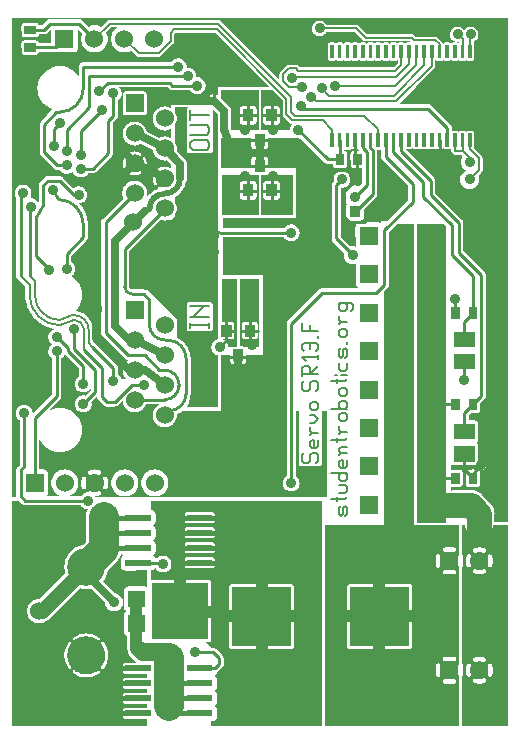
<source format=gbr>
G04 start of page 2 for group 0 idx 0 *
G04 Title: (unknown), component *
G04 Creator: pcb 20110918 *
G04 CreationDate: Thu 16 Aug 2012 16:03:18 GMT UTC *
G04 For: rob *
G04 Format: Gerber/RS-274X *
G04 PCB-Dimensions: 165354 236220 *
G04 PCB-Coordinate-Origin: lower left *
%MOIN*%
%FSLAX25Y25*%
%LNTOP*%
%ADD37C,0.0300*%
%ADD36C,0.0380*%
%ADD35C,0.1280*%
%ADD34C,0.0197*%
%ADD33C,0.0350*%
%ADD32C,0.0360*%
%ADD31C,0.0360*%
%ADD30R,0.0510X0.0510*%
%ADD29R,0.0200X0.0200*%
%ADD28R,0.0340X0.0340*%
%ADD27R,0.0283X0.0283*%
%ADD26R,0.0118X0.0118*%
%ADD25C,0.0354*%
%ADD24C,0.1260*%
%ADD23C,0.0600*%
%ADD22C,0.0500*%
%ADD21C,0.0984*%
%ADD20C,0.0200*%
%ADD19C,0.0834*%
%ADD18C,0.0400*%
%ADD17C,0.0150*%
%ADD16C,0.0098*%
%ADD15C,0.0079*%
%ADD14C,0.0216*%
%ADD13C,0.0100*%
%ADD12C,0.0250*%
%ADD11C,0.0001*%
G54D11*G36*
X134843Y167322D02*X143943D01*
X144685Y166580D01*
Y77878D01*
X144589Y77819D01*
X143970Y77290D01*
X143441Y76671D01*
X143016Y75977D01*
X142705Y75225D01*
X142515Y74433D01*
X142451Y73622D01*
X142515Y72810D01*
X142705Y72019D01*
X143016Y71267D01*
X143441Y70573D01*
X143970Y69954D01*
X144589Y69425D01*
X144685Y69366D01*
Y67913D01*
X134843D01*
Y167322D01*
G37*
G36*
X145669Y66929D02*X148819D01*
Y57070D01*
X148810Y57060D01*
X148749Y56960D01*
X148703Y56851D01*
X148676Y56736D01*
X148669Y56618D01*
Y53618D01*
X148676Y53500D01*
X148703Y53386D01*
X148749Y53276D01*
X148810Y53176D01*
X148819Y53166D01*
Y20652D01*
X148810Y20642D01*
X148749Y20542D01*
X148703Y20432D01*
X148676Y20318D01*
X148669Y20200D01*
Y17200D01*
X148676Y17082D01*
X148703Y16968D01*
X148749Y16858D01*
X148810Y16758D01*
X148819Y16748D01*
Y0D01*
X145669D01*
Y14200D01*
X147169D01*
X147287Y14207D01*
X147401Y14235D01*
X147510Y14280D01*
X147611Y14341D01*
X147701Y14418D01*
X147778Y14508D01*
X147839Y14608D01*
X147884Y14718D01*
X147912Y14832D01*
X147921Y14950D01*
X147912Y15068D01*
X147884Y15182D01*
X147839Y15292D01*
X147778Y15392D01*
X147701Y15482D01*
X147611Y15559D01*
X147510Y15620D01*
X147401Y15665D01*
X147287Y15693D01*
X147169Y15700D01*
X145669D01*
Y21700D01*
X147169D01*
X147287Y21707D01*
X147401Y21735D01*
X147510Y21780D01*
X147611Y21841D01*
X147701Y21918D01*
X147778Y22008D01*
X147839Y22108D01*
X147884Y22218D01*
X147912Y22332D01*
X147921Y22450D01*
X147912Y22568D01*
X147884Y22682D01*
X147839Y22792D01*
X147778Y22892D01*
X147701Y22982D01*
X147611Y23059D01*
X147510Y23120D01*
X147401Y23165D01*
X147287Y23193D01*
X147169Y23200D01*
X145669D01*
Y50618D01*
X147169D01*
X147287Y50625D01*
X147401Y50653D01*
X147510Y50698D01*
X147611Y50759D01*
X147701Y50836D01*
X147778Y50926D01*
X147839Y51026D01*
X147884Y51136D01*
X147912Y51250D01*
X147921Y51368D01*
X147912Y51486D01*
X147884Y51601D01*
X147839Y51710D01*
X147778Y51810D01*
X147701Y51900D01*
X147611Y51977D01*
X147510Y52038D01*
X147401Y52084D01*
X147287Y52111D01*
X147169Y52118D01*
X145669D01*
Y58118D01*
X147169D01*
X147287Y58125D01*
X147401Y58153D01*
X147510Y58198D01*
X147611Y58259D01*
X147701Y58336D01*
X147778Y58426D01*
X147839Y58526D01*
X147884Y58636D01*
X147912Y58750D01*
X147921Y58868D01*
X147912Y58986D01*
X147884Y59101D01*
X147839Y59210D01*
X147778Y59310D01*
X147701Y59400D01*
X147611Y59477D01*
X147510Y59538D01*
X147401Y59584D01*
X147287Y59611D01*
X147169Y59618D01*
X145669D01*
Y66929D01*
G37*
G36*
X141919D02*X145669D01*
Y59618D01*
X144169D01*
X144051Y59611D01*
X143936Y59584D01*
X143827Y59538D01*
X143727Y59477D01*
X143637Y59400D01*
X143560Y59310D01*
X143499Y59210D01*
X143453Y59101D01*
X143426Y58986D01*
X143417Y58868D01*
X143426Y58750D01*
X143453Y58636D01*
X143499Y58526D01*
X143560Y58426D01*
X143637Y58336D01*
X143727Y58259D01*
X143827Y58198D01*
X143936Y58153D01*
X144051Y58125D01*
X144169Y58118D01*
X145669D01*
Y52118D01*
X144169D01*
X144051Y52111D01*
X143936Y52084D01*
X143827Y52038D01*
X143727Y51977D01*
X143637Y51900D01*
X143560Y51810D01*
X143499Y51710D01*
X143453Y51601D01*
X143426Y51486D01*
X143417Y51368D01*
X143426Y51250D01*
X143453Y51136D01*
X143499Y51026D01*
X143560Y50926D01*
X143637Y50836D01*
X143727Y50759D01*
X143827Y50698D01*
X143936Y50653D01*
X144051Y50625D01*
X144169Y50618D01*
X145669D01*
Y23200D01*
X144169D01*
X144051Y23193D01*
X143936Y23165D01*
X143827Y23120D01*
X143727Y23059D01*
X143637Y22982D01*
X143560Y22892D01*
X143499Y22792D01*
X143453Y22682D01*
X143426Y22568D01*
X143417Y22450D01*
X143426Y22332D01*
X143453Y22218D01*
X143499Y22108D01*
X143560Y22008D01*
X143637Y21918D01*
X143727Y21841D01*
X143827Y21780D01*
X143936Y21735D01*
X144051Y21707D01*
X144169Y21700D01*
X145669D01*
Y15700D01*
X144169D01*
X144051Y15693D01*
X143936Y15665D01*
X143827Y15620D01*
X143727Y15559D01*
X143637Y15482D01*
X143560Y15392D01*
X143499Y15292D01*
X143453Y15182D01*
X143426Y15068D01*
X143417Y14950D01*
X143426Y14832D01*
X143453Y14718D01*
X143499Y14608D01*
X143560Y14508D01*
X143637Y14418D01*
X143727Y14341D01*
X143827Y14280D01*
X143936Y14235D01*
X144051Y14207D01*
X144169Y14200D01*
X145669D01*
Y0D01*
X141919D01*
Y16448D01*
X142037Y16457D01*
X142151Y16485D01*
X142260Y16530D01*
X142361Y16591D01*
X142451Y16668D01*
X142528Y16758D01*
X142589Y16858D01*
X142634Y16968D01*
X142662Y17082D01*
X142669Y17200D01*
Y20200D01*
X142662Y20318D01*
X142634Y20432D01*
X142589Y20542D01*
X142528Y20642D01*
X142451Y20732D01*
X142361Y20809D01*
X142260Y20870D01*
X142151Y20915D01*
X142037Y20943D01*
X141919Y20952D01*
Y52866D01*
X142037Y52875D01*
X142151Y52903D01*
X142260Y52948D01*
X142361Y53009D01*
X142451Y53086D01*
X142528Y53176D01*
X142589Y53276D01*
X142634Y53386D01*
X142662Y53500D01*
X142669Y53618D01*
Y56618D01*
X142662Y56736D01*
X142634Y56851D01*
X142589Y56960D01*
X142528Y57060D01*
X142451Y57150D01*
X142361Y57227D01*
X142260Y57288D01*
X142151Y57334D01*
X142037Y57361D01*
X141919Y57370D01*
Y66929D01*
G37*
G36*
X122402D02*X141919D01*
Y57370D01*
X141801Y57361D01*
X141686Y57334D01*
X141577Y57288D01*
X141477Y57227D01*
X141387Y57150D01*
X141310Y57060D01*
X141249Y56960D01*
X141203Y56851D01*
X141176Y56736D01*
X141169Y56618D01*
Y53618D01*
X141176Y53500D01*
X141203Y53386D01*
X141249Y53276D01*
X141310Y53176D01*
X141387Y53086D01*
X141477Y53009D01*
X141577Y52948D01*
X141686Y52903D01*
X141801Y52875D01*
X141919Y52866D01*
Y20952D01*
X141801Y20943D01*
X141686Y20915D01*
X141577Y20870D01*
X141477Y20809D01*
X141387Y20732D01*
X141310Y20642D01*
X141249Y20542D01*
X141203Y20432D01*
X141176Y20318D01*
X141169Y20200D01*
Y17200D01*
X141176Y17082D01*
X141203Y16968D01*
X141249Y16858D01*
X141310Y16758D01*
X141387Y16668D01*
X141477Y16591D01*
X141577Y16530D01*
X141686Y16485D01*
X141801Y16457D01*
X141919Y16448D01*
Y0D01*
X122402D01*
Y25713D01*
X132399Y25718D01*
X132549Y25754D01*
X132693Y25813D01*
X132825Y25894D01*
X132942Y25995D01*
X133043Y26112D01*
X133124Y26244D01*
X133183Y26387D01*
X133219Y26538D01*
X133228Y26692D01*
X133219Y46532D01*
X133183Y46682D01*
X133124Y46826D01*
X133043Y46958D01*
X132942Y47075D01*
X132825Y47176D01*
X132693Y47257D01*
X132549Y47316D01*
X132399Y47352D01*
X132244Y47361D01*
X122402Y47357D01*
Y66929D01*
G37*
G36*
X104331D02*X122402D01*
Y47357D01*
X112405Y47352D01*
X112254Y47316D01*
X112111Y47257D01*
X111979Y47176D01*
X111861Y47075D01*
X111761Y46958D01*
X111680Y46826D01*
X111621Y46682D01*
X111585Y46532D01*
X111575Y46377D01*
X111585Y26538D01*
X111621Y26387D01*
X111680Y26244D01*
X111761Y26112D01*
X111861Y25995D01*
X111979Y25894D01*
X112111Y25813D01*
X112254Y25754D01*
X112405Y25718D01*
X112559Y25708D01*
X122402Y25713D01*
Y0D01*
X104331D01*
Y66929D01*
G37*
G36*
X83032Y75196D02*X103150D01*
Y0D01*
X83032D01*
Y25713D01*
X93029Y25718D01*
X93179Y25754D01*
X93323Y25813D01*
X93455Y25894D01*
X93572Y25995D01*
X93673Y26112D01*
X93754Y26244D01*
X93813Y26387D01*
X93849Y26538D01*
X93858Y26692D01*
X93849Y46532D01*
X93813Y46682D01*
X93754Y46826D01*
X93673Y46958D01*
X93572Y47075D01*
X93455Y47176D01*
X93323Y47257D01*
X93179Y47316D01*
X93029Y47352D01*
X92874Y47361D01*
X83032Y47357D01*
Y75196D01*
G37*
G36*
X62415D02*X83032D01*
Y47357D01*
X73035Y47352D01*
X72884Y47316D01*
X72741Y47257D01*
X72609Y47176D01*
X72491Y47075D01*
X72391Y46958D01*
X72310Y46826D01*
X72251Y46682D01*
X72215Y46532D01*
X72205Y46377D01*
X72215Y26538D01*
X72251Y26387D01*
X72310Y26244D01*
X72391Y26112D01*
X72491Y25995D01*
X72609Y25894D01*
X72741Y25813D01*
X72884Y25754D01*
X73035Y25718D01*
X73189Y25708D01*
X83032Y25713D01*
Y0D01*
X66142D01*
Y1736D01*
X66914Y1738D01*
X67157Y1796D01*
X67388Y1892D01*
X67601Y2022D01*
X67791Y2185D01*
X67954Y2375D01*
X68084Y2588D01*
X68180Y2819D01*
X68238Y3062D01*
X68253Y3311D01*
X68238Y5560D01*
X68180Y5803D01*
X68084Y6034D01*
X67954Y6247D01*
X67791Y6437D01*
X67601Y6600D01*
X67388Y6730D01*
X67193Y6811D01*
X67388Y6892D01*
X67601Y7022D01*
X67791Y7185D01*
X67954Y7375D01*
X68084Y7588D01*
X68180Y7819D01*
X68238Y8062D01*
X68253Y8311D01*
X68238Y10560D01*
X68180Y10803D01*
X68084Y11034D01*
X67954Y11247D01*
X67791Y11437D01*
X67601Y11600D01*
X67388Y11730D01*
X67193Y11811D01*
X67388Y11892D01*
X67601Y12022D01*
X67791Y12185D01*
X67954Y12375D01*
X68084Y12588D01*
X68180Y12819D01*
X68238Y13062D01*
X68253Y13311D01*
X68238Y15560D01*
X68180Y15803D01*
X68084Y16034D01*
X67954Y16247D01*
X67791Y16437D01*
X67601Y16600D01*
X67388Y16730D01*
X67193Y16811D01*
X67388Y16892D01*
X67601Y17022D01*
X67791Y17185D01*
X67954Y17375D01*
X68084Y17588D01*
X68180Y17819D01*
X68216Y17967D01*
X68223Y17970D01*
X68223Y17970D01*
X68223Y17970D01*
X68362Y18055D01*
X68424Y18094D01*
X68424Y18094D01*
X68424Y18094D01*
X68604Y18247D01*
X68642Y18292D01*
X69917Y19567D01*
X69962Y19605D01*
X70115Y19784D01*
X70115Y19784D01*
X70239Y19986D01*
X70239Y19986D01*
X70239Y19986D01*
X70267Y20054D01*
X70329Y20204D01*
X70384Y20433D01*
X70384Y20433D01*
X70384Y20433D01*
X70384Y20434D01*
X70403Y20669D01*
X70398Y20728D01*
Y22578D01*
X70403Y22637D01*
X70384Y22872D01*
Y22872D01*
X70358Y22983D01*
X70329Y23102D01*
X70329Y23102D01*
Y23102D01*
X70239Y23320D01*
X70115Y23521D01*
X69962Y23701D01*
X69917Y23739D01*
X68031Y25625D01*
X67993Y25670D01*
X67814Y25823D01*
X67814Y25823D01*
X67814Y25823D01*
X67814Y25823D01*
X67612Y25946D01*
X67471Y26005D01*
X67394Y26037D01*
X67394D01*
X67394Y26037D01*
X67165Y26092D01*
X67164Y26092D01*
X66929Y26110D01*
X66870Y26106D01*
X66142D01*
Y26377D01*
X64558Y27961D01*
X65509Y27961D01*
X65660Y27997D01*
X65803Y28057D01*
X65935Y28137D01*
X66053Y28238D01*
X66154Y28356D01*
X66234Y28488D01*
X66294Y28631D01*
X66330Y28782D01*
X66339Y28936D01*
X66330Y47988D01*
X66294Y48139D01*
X66234Y48282D01*
X66154Y48414D01*
X66053Y48532D01*
X65935Y48632D01*
X65803Y48713D01*
X65660Y48773D01*
X65509Y48809D01*
X65355Y48818D01*
X62415Y48817D01*
Y52723D01*
X66789Y52726D01*
X66909Y52755D01*
X67024Y52803D01*
X67130Y52868D01*
X67224Y52948D01*
X67304Y53042D01*
X67369Y53148D01*
X67417Y53263D01*
X67446Y53383D01*
X67453Y53507D01*
X67446Y55631D01*
X67417Y55751D01*
X67369Y55866D01*
X67304Y55972D01*
X67224Y56066D01*
X67130Y56146D01*
X67024Y56211D01*
X66909Y56259D01*
X66789Y56288D01*
X66665Y56295D01*
X62415Y56291D01*
Y57723D01*
X66789Y57726D01*
X66909Y57755D01*
X67024Y57803D01*
X67130Y57868D01*
X67224Y57948D01*
X67304Y58042D01*
X67369Y58148D01*
X67417Y58263D01*
X67446Y58383D01*
X67453Y58507D01*
X67446Y60631D01*
X67417Y60751D01*
X67369Y60866D01*
X67304Y60972D01*
X67224Y61066D01*
X67130Y61146D01*
X67024Y61211D01*
X66909Y61259D01*
X66789Y61288D01*
X66665Y61295D01*
X62415Y61291D01*
Y62723D01*
X66789Y62726D01*
X66909Y62755D01*
X67024Y62803D01*
X67130Y62868D01*
X67224Y62948D01*
X67304Y63042D01*
X67369Y63148D01*
X67417Y63263D01*
X67446Y63383D01*
X67453Y63507D01*
X67446Y65631D01*
X67417Y65751D01*
X67369Y65866D01*
X67304Y65972D01*
X67224Y66066D01*
X67130Y66146D01*
X67024Y66211D01*
X66909Y66259D01*
X66789Y66288D01*
X66665Y66295D01*
X62415Y66291D01*
Y67723D01*
X66789Y67726D01*
X66909Y67755D01*
X67024Y67803D01*
X67130Y67868D01*
X67224Y67948D01*
X67304Y68042D01*
X67369Y68148D01*
X67417Y68263D01*
X67446Y68383D01*
X67453Y68507D01*
X67446Y70631D01*
X67417Y70751D01*
X67369Y70866D01*
X67304Y70972D01*
X67224Y71066D01*
X67130Y71146D01*
X67024Y71211D01*
X66909Y71259D01*
X66789Y71288D01*
X66665Y71295D01*
X62415Y71291D01*
Y75196D01*
G37*
G36*
X46063D02*X62415D01*
Y71291D01*
X58041Y71288D01*
X57921Y71259D01*
X57806Y71211D01*
X57700Y71146D01*
X57606Y71066D01*
X57526Y70972D01*
X57461Y70866D01*
X57413Y70751D01*
X57384Y70631D01*
X57377Y70507D01*
X57384Y68383D01*
X57413Y68263D01*
X57461Y68148D01*
X57526Y68042D01*
X57606Y67948D01*
X57700Y67868D01*
X57806Y67803D01*
X57921Y67755D01*
X58041Y67726D01*
X58165Y67719D01*
X62415Y67723D01*
Y66291D01*
X58041Y66288D01*
X57921Y66259D01*
X57806Y66211D01*
X57700Y66146D01*
X57606Y66066D01*
X57526Y65972D01*
X57461Y65866D01*
X57413Y65751D01*
X57384Y65631D01*
X57377Y65507D01*
X57384Y63383D01*
X57413Y63263D01*
X57461Y63148D01*
X57526Y63042D01*
X57606Y62948D01*
X57700Y62868D01*
X57806Y62803D01*
X57921Y62755D01*
X58041Y62726D01*
X58165Y62719D01*
X62415Y62723D01*
Y61291D01*
X58041Y61288D01*
X57921Y61259D01*
X57806Y61211D01*
X57700Y61146D01*
X57606Y61066D01*
X57526Y60972D01*
X57461Y60866D01*
X57413Y60751D01*
X57384Y60631D01*
X57377Y60507D01*
X57384Y58383D01*
X57413Y58263D01*
X57461Y58148D01*
X57526Y58042D01*
X57606Y57948D01*
X57700Y57868D01*
X57806Y57803D01*
X57921Y57755D01*
X58041Y57726D01*
X58165Y57719D01*
X62415Y57723D01*
Y56291D01*
X58041Y56288D01*
X57921Y56259D01*
X57806Y56211D01*
X57700Y56146D01*
X57606Y56066D01*
X57526Y55972D01*
X57461Y55866D01*
X57413Y55751D01*
X57384Y55631D01*
X57377Y55507D01*
X57384Y53383D01*
X57413Y53263D01*
X57461Y53148D01*
X57526Y53042D01*
X57606Y52948D01*
X57700Y52868D01*
X57806Y52803D01*
X57921Y52755D01*
X58041Y52726D01*
X58165Y52719D01*
X62415Y52723D01*
Y48817D01*
X46303Y48809D01*
X46152Y48773D01*
X46063Y48736D01*
Y51933D01*
X46414Y51934D01*
X46657Y51992D01*
X46888Y52088D01*
X47101Y52218D01*
X47291Y52381D01*
X47454Y52571D01*
X47584Y52784D01*
X47655Y52954D01*
X47694Y52858D01*
X47925Y52482D01*
X48211Y52147D01*
X48546Y51861D01*
X48922Y51630D01*
X49329Y51462D01*
X49757Y51359D01*
X50197Y51324D01*
X50636Y51359D01*
X51065Y51462D01*
X51472Y51630D01*
X51848Y51861D01*
X52183Y52147D01*
X52469Y52482D01*
X52699Y52858D01*
X52868Y53265D01*
X52971Y53694D01*
X52997Y54133D01*
X52971Y54572D01*
X52868Y55001D01*
X52699Y55408D01*
X52469Y55784D01*
X52183Y56119D01*
X51848Y56405D01*
X51472Y56636D01*
X51065Y56804D01*
X50636Y56907D01*
X50197Y56942D01*
X49757Y56907D01*
X49329Y56804D01*
X48922Y56636D01*
X48546Y56405D01*
X48211Y56119D01*
X48115Y56007D01*
X47677D01*
X47584Y56230D01*
X47454Y56443D01*
X47291Y56633D01*
X47101Y56796D01*
X46888Y56926D01*
X46693Y57007D01*
X46888Y57088D01*
X47101Y57218D01*
X47291Y57381D01*
X47454Y57571D01*
X47584Y57784D01*
X47680Y58015D01*
X47738Y58258D01*
X47753Y58507D01*
X47738Y60756D01*
X47680Y60999D01*
X47584Y61230D01*
X47454Y61443D01*
X47291Y61633D01*
X47101Y61796D01*
X46888Y61926D01*
X46693Y62007D01*
X46888Y62088D01*
X47101Y62218D01*
X47291Y62381D01*
X47454Y62571D01*
X47584Y62784D01*
X47680Y63015D01*
X47738Y63258D01*
X47753Y63507D01*
X47738Y65756D01*
X47680Y65999D01*
X47584Y66230D01*
X47454Y66443D01*
X47291Y66633D01*
X47101Y66796D01*
X46888Y66926D01*
X46693Y67007D01*
X46888Y67088D01*
X47101Y67218D01*
X47291Y67381D01*
X47454Y67571D01*
X47584Y67784D01*
X47680Y68015D01*
X47738Y68258D01*
X47753Y68507D01*
X47738Y70756D01*
X47680Y70999D01*
X47584Y71230D01*
X47454Y71443D01*
X47291Y71633D01*
X47101Y71796D01*
X46888Y71926D01*
X46657Y72022D01*
X46414Y72080D01*
X46165Y72095D01*
X46063Y72095D01*
Y75196D01*
G37*
G36*
X24609Y72458D02*X24758Y72422D01*
X25143Y72392D01*
X24863Y71717D01*
X24645Y70810D01*
X24609Y70199D01*
Y72458D01*
G37*
G36*
X30736Y25045D02*X30802Y24764D01*
X30880Y24195D01*
X30906Y23621D01*
X30880Y23047D01*
X30802Y22478D01*
X30736Y22197D01*
Y25045D01*
G37*
G36*
X36282Y57724D02*X36376Y57571D01*
X36539Y57381D01*
X36729Y57218D01*
X36942Y57088D01*
X37137Y57007D01*
X36942Y56926D01*
X36729Y56796D01*
X36539Y56633D01*
X36376Y56443D01*
X36246Y56230D01*
X36150Y55999D01*
X36092Y55756D01*
X36077Y55507D01*
X36092Y53258D01*
X36150Y53015D01*
X36246Y52784D01*
X36376Y52571D01*
X36539Y52381D01*
X36729Y52218D01*
X36942Y52088D01*
X37173Y51992D01*
X37416Y51934D01*
X37665Y51919D01*
X44882Y51931D01*
Y46376D01*
X44725Y46472D01*
X44524Y46555D01*
X44312Y46606D01*
X44095Y46619D01*
X38366Y46606D01*
X38154Y46555D01*
X37953Y46472D01*
X37767Y46358D01*
X37601Y46217D01*
X37460Y46051D01*
X37346Y45865D01*
X37263Y45664D01*
X37212Y45452D01*
X37199Y45235D01*
X37212Y39506D01*
X37263Y39294D01*
X37346Y39093D01*
X37460Y38907D01*
X37601Y38741D01*
X37767Y38600D01*
X37953Y38486D01*
X38154Y38403D01*
X38228Y38385D01*
X38154Y38367D01*
X37953Y38284D01*
X37767Y38170D01*
X37601Y38029D01*
X37460Y37863D01*
X37346Y37677D01*
X37263Y37476D01*
X37212Y37264D01*
X37199Y37047D01*
X37212Y31318D01*
X37263Y31106D01*
X37346Y30905D01*
X37460Y30719D01*
X37601Y30553D01*
X37767Y30412D01*
X37953Y30298D01*
X38154Y30215D01*
X38339Y30170D01*
Y27677D01*
X38330Y27559D01*
X38339Y27441D01*
Y25708D01*
X38330Y25590D01*
X38367Y25119D01*
X38367Y25119D01*
Y25119D01*
X38385Y25045D01*
X38477Y24660D01*
X38627Y24299D01*
X38658Y24224D01*
X38801Y23991D01*
X38904Y23821D01*
X38904Y23821D01*
X38904Y23821D01*
X39211Y23462D01*
X39301Y23386D01*
X41103Y21584D01*
X41179Y21494D01*
X41538Y21188D01*
X41538Y21187D01*
X41538Y21187D01*
X41538Y21187D01*
X41603Y21148D01*
X41689Y21095D01*
X37541Y21092D01*
X37421Y21063D01*
X37306Y21015D01*
X37200Y20950D01*
X37106Y20870D01*
X37026Y20776D01*
X36961Y20670D01*
X36913Y20555D01*
X36884Y20435D01*
X36877Y20311D01*
X36884Y18187D01*
X36913Y18067D01*
X36961Y17952D01*
X37026Y17846D01*
X37106Y17752D01*
X37200Y17671D01*
X37306Y17607D01*
X37421Y17559D01*
X37541Y17530D01*
X37665Y17523D01*
X44882Y17529D01*
Y16098D01*
X37541Y16092D01*
X37421Y16063D01*
X37306Y16015D01*
X37200Y15950D01*
X37106Y15870D01*
X37026Y15776D01*
X36961Y15670D01*
X36913Y15555D01*
X36884Y15435D01*
X36877Y15311D01*
X36884Y13187D01*
X36913Y13067D01*
X36961Y12952D01*
X37026Y12846D01*
X37106Y12752D01*
X37200Y12671D01*
X37306Y12607D01*
X37421Y12559D01*
X37541Y12530D01*
X37665Y12523D01*
X44882Y12529D01*
Y11098D01*
X37541Y11092D01*
X37421Y11063D01*
X37306Y11015D01*
X37200Y10950D01*
X37106Y10870D01*
X37026Y10776D01*
X36961Y10670D01*
X36913Y10555D01*
X36884Y10435D01*
X36877Y10311D01*
X36884Y8187D01*
X36913Y8067D01*
X36961Y7952D01*
X37026Y7846D01*
X37106Y7752D01*
X37200Y7671D01*
X37306Y7607D01*
X37421Y7559D01*
X37541Y7530D01*
X37665Y7523D01*
X44882Y7529D01*
Y6098D01*
X37541Y6092D01*
X37421Y6063D01*
X37306Y6015D01*
X37200Y5950D01*
X37106Y5870D01*
X37026Y5776D01*
X36961Y5670D01*
X36913Y5555D01*
X36884Y5435D01*
X36877Y5311D01*
X36884Y3187D01*
X36913Y3067D01*
X36961Y2952D01*
X37026Y2846D01*
X37106Y2752D01*
X37200Y2671D01*
X37306Y2607D01*
X37421Y2559D01*
X37541Y2530D01*
X37665Y2523D01*
X44882Y2529D01*
Y0D01*
X30736D01*
Y19659D01*
X30847Y19819D01*
X31167Y20403D01*
X31433Y21014D01*
X31642Y21647D01*
X31792Y22296D01*
X31883Y22955D01*
X31914Y23621D01*
X31883Y24286D01*
X31792Y24946D01*
X31642Y25595D01*
X31433Y26228D01*
X31167Y26839D01*
X30847Y27423D01*
X30736Y27587D01*
Y41278D01*
X30864Y41151D01*
X30886Y40867D01*
X30996Y40408D01*
X31177Y39972D01*
X31423Y39569D01*
X31730Y39210D01*
X32089Y38904D01*
X32492Y38657D01*
X32928Y38476D01*
X33387Y38366D01*
X33858Y38329D01*
X34329Y38366D01*
X34788Y38476D01*
X35224Y38657D01*
X35627Y38904D01*
X35986Y39210D01*
X36293Y39569D01*
X36539Y39972D01*
X36720Y40408D01*
X36830Y40867D01*
X36858Y41338D01*
X36830Y41809D01*
X36720Y42268D01*
X36539Y42704D01*
X36293Y43107D01*
X35986Y43466D01*
X35627Y43773D01*
X35224Y44019D01*
X34788Y44200D01*
X34329Y44310D01*
X34045Y44333D01*
X30736Y47642D01*
Y49181D01*
X31130Y49825D01*
X31570Y50886D01*
X31838Y52003D01*
X31839Y52007D01*
X34535Y54704D01*
X34712Y54855D01*
X35317Y55563D01*
X35317Y55564D01*
X35804Y56358D01*
X36161Y57220D01*
X36161Y57220D01*
X36174Y57273D01*
X36282Y57724D01*
G37*
G36*
X30736Y47642D02*X30071Y48307D01*
X30530Y48845D01*
X30736Y49181D01*
Y47642D01*
G37*
G36*
Y0D02*X24609D01*
Y16314D01*
X25271Y16344D01*
X25931Y16435D01*
X26580Y16585D01*
X27213Y16794D01*
X27824Y17060D01*
X28408Y17380D01*
X28960Y17752D01*
X29021Y17804D01*
X29072Y17865D01*
X29113Y17934D01*
X29143Y18008D01*
X29160Y18086D01*
X29166Y18165D01*
X29159Y18244D01*
X29140Y18322D01*
X29108Y18395D01*
X29066Y18463D01*
X29014Y18523D01*
X28952Y18574D01*
X28884Y18615D01*
X28810Y18645D01*
X28732Y18663D01*
X28653Y18668D01*
X28573Y18661D01*
X28496Y18642D01*
X28423Y18610D01*
X28356Y18567D01*
X27884Y18241D01*
X27380Y17965D01*
X26853Y17735D01*
X26308Y17555D01*
X25749Y17425D01*
X25180Y17347D01*
X24609Y17321D01*
Y29921D01*
X25180Y29895D01*
X25749Y29816D01*
X26308Y29687D01*
X26853Y29506D01*
X27380Y29277D01*
X27884Y29001D01*
X28360Y28680D01*
X28426Y28637D01*
X28498Y28607D01*
X28574Y28587D01*
X28653Y28580D01*
X28731Y28586D01*
X28808Y28603D01*
X28881Y28633D01*
X28949Y28673D01*
X29009Y28724D01*
X29061Y28783D01*
X29102Y28850D01*
X29133Y28922D01*
X29152Y28999D01*
X29159Y29077D01*
X29154Y29155D01*
X29136Y29232D01*
X29107Y29305D01*
X29067Y29373D01*
X29016Y29433D01*
X28956Y29483D01*
X28408Y29862D01*
X27824Y30182D01*
X27213Y30448D01*
X26580Y30657D01*
X25931Y30807D01*
X25271Y30898D01*
X24609Y30928D01*
Y45827D01*
X25751Y45917D01*
X26031Y45984D01*
X30736Y41278D01*
Y27587D01*
X30475Y27975D01*
X30423Y28036D01*
X30362Y28087D01*
X30293Y28128D01*
X30219Y28158D01*
X30141Y28175D01*
X30062Y28181D01*
X29982Y28174D01*
X29905Y28154D01*
X29832Y28123D01*
X29764Y28081D01*
X29704Y28028D01*
X29653Y27967D01*
X29612Y27899D01*
X29582Y27825D01*
X29564Y27747D01*
X29559Y27668D01*
X29566Y27588D01*
X29585Y27511D01*
X29617Y27438D01*
X29660Y27371D01*
X29986Y26899D01*
X30262Y26395D01*
X30492Y25868D01*
X30672Y25323D01*
X30736Y25045D01*
Y22197D01*
X30672Y21919D01*
X30492Y21374D01*
X30262Y20847D01*
X29986Y20343D01*
X29665Y19867D01*
X29622Y19801D01*
X29592Y19729D01*
X29572Y19653D01*
X29565Y19574D01*
X29571Y19496D01*
X29588Y19419D01*
X29618Y19346D01*
X29658Y19278D01*
X29709Y19218D01*
X29768Y19166D01*
X29835Y19125D01*
X29907Y19094D01*
X29984Y19075D01*
X30062Y19068D01*
X30140Y19073D01*
X30217Y19091D01*
X30290Y19120D01*
X30358Y19160D01*
X30418Y19211D01*
X30469Y19271D01*
X30736Y19659D01*
Y0D01*
G37*
G36*
X18476Y73696D02*X22832D01*
X22925Y73545D01*
X23211Y73210D01*
X23546Y72924D01*
X23922Y72693D01*
X24329Y72525D01*
X24609Y72458D01*
Y70199D01*
X24590Y69881D01*
Y61508D01*
X23464Y60382D01*
X23461Y60381D01*
X22343Y60113D01*
X21282Y59673D01*
X20302Y59073D01*
X19428Y58327D01*
X18682Y57453D01*
X18476Y57117D01*
Y73696D01*
G37*
G36*
X24609Y0D02*X18476D01*
Y19655D01*
X18737Y19267D01*
X18789Y19206D01*
X18850Y19155D01*
X18919Y19114D01*
X18993Y19084D01*
X19071Y19066D01*
X19150Y19061D01*
X19230Y19068D01*
X19307Y19087D01*
X19380Y19119D01*
X19448Y19161D01*
X19508Y19213D01*
X19559Y19275D01*
X19600Y19343D01*
X19630Y19417D01*
X19648Y19495D01*
X19653Y19574D01*
X19646Y19654D01*
X19627Y19731D01*
X19595Y19804D01*
X19552Y19871D01*
X19226Y20343D01*
X18950Y20847D01*
X18720Y21374D01*
X18540Y21919D01*
X18476Y22197D01*
Y25045D01*
X18540Y25323D01*
X18720Y25868D01*
X18950Y26395D01*
X19226Y26899D01*
X19547Y27375D01*
X19590Y27441D01*
X19620Y27513D01*
X19640Y27589D01*
X19647Y27668D01*
X19641Y27746D01*
X19624Y27823D01*
X19594Y27896D01*
X19554Y27964D01*
X19503Y28024D01*
X19444Y28076D01*
X19377Y28117D01*
X19305Y28148D01*
X19228Y28167D01*
X19150Y28174D01*
X19072Y28169D01*
X18995Y28151D01*
X18922Y28122D01*
X18854Y28082D01*
X18794Y28031D01*
X18743Y27971D01*
X18476Y27583D01*
Y42069D01*
X22543Y46137D01*
X23461Y45917D01*
X24606Y45826D01*
X24609Y45827D01*
Y30928D01*
X24606Y30929D01*
X23941Y30898D01*
X23281Y30807D01*
X22632Y30657D01*
X21999Y30448D01*
X21388Y30182D01*
X20804Y29862D01*
X20252Y29490D01*
X20191Y29438D01*
X20140Y29376D01*
X20099Y29308D01*
X20069Y29234D01*
X20052Y29156D01*
X20046Y29077D01*
X20053Y28997D01*
X20072Y28920D01*
X20104Y28847D01*
X20146Y28779D01*
X20198Y28719D01*
X20260Y28668D01*
X20328Y28627D01*
X20402Y28597D01*
X20480Y28579D01*
X20559Y28574D01*
X20639Y28581D01*
X20716Y28600D01*
X20789Y28632D01*
X20856Y28675D01*
X21328Y29001D01*
X21832Y29277D01*
X22359Y29506D01*
X22904Y29687D01*
X23463Y29816D01*
X24032Y29895D01*
X24606Y29921D01*
X24609Y29921D01*
Y17321D01*
X24606Y17321D01*
X24032Y17347D01*
X23463Y17425D01*
X22904Y17555D01*
X22359Y17735D01*
X21832Y17965D01*
X21328Y18241D01*
X20852Y18562D01*
X20786Y18605D01*
X20714Y18635D01*
X20638Y18655D01*
X20559Y18661D01*
X20481Y18656D01*
X20404Y18638D01*
X20331Y18609D01*
X20263Y18569D01*
X20203Y18518D01*
X20151Y18459D01*
X20110Y18392D01*
X20079Y18320D01*
X20060Y18243D01*
X20053Y18165D01*
X20058Y18086D01*
X20076Y18010D01*
X20105Y17937D01*
X20145Y17869D01*
X20196Y17809D01*
X20256Y17758D01*
X20804Y17380D01*
X21388Y17060D01*
X21999Y16794D01*
X22632Y16585D01*
X23281Y16435D01*
X23941Y16344D01*
X24606Y16313D01*
X24609Y16314D01*
Y0D01*
G37*
G36*
X18476Y22197D02*X18410Y22478D01*
X18332Y23047D01*
X18306Y23621D01*
X18332Y24195D01*
X18410Y24764D01*
X18476Y25045D01*
Y22197D01*
G37*
G36*
Y0D02*X0D01*
Y75196D01*
X2211D01*
X3230Y74177D01*
X3268Y74132D01*
X3448Y73979D01*
X3448Y73979D01*
X3560Y73910D01*
X3649Y73855D01*
X3649D01*
X3649Y73855D01*
X3777Y73802D01*
X3867Y73765D01*
X3867D01*
X3867Y73765D01*
X4097Y73710D01*
X4332Y73691D01*
X4391Y73696D01*
X18476D01*
Y57117D01*
X18082Y56473D01*
X17642Y55412D01*
X17374Y54294D01*
X17283Y53149D01*
X17374Y52003D01*
X17594Y51087D01*
X8901Y42394D01*
X8858Y42397D01*
X8230Y42348D01*
X7618Y42201D01*
X7036Y41960D01*
X6500Y41631D01*
X6021Y41222D01*
X5612Y40743D01*
X5283Y40207D01*
X5042Y39625D01*
X4895Y39013D01*
X4846Y38385D01*
X4895Y37757D01*
X5042Y37145D01*
X5283Y36563D01*
X5612Y36027D01*
X6021Y35548D01*
X6500Y35139D01*
X7036Y34810D01*
X7618Y34569D01*
X8230Y34422D01*
X8858Y34373D01*
X9486Y34422D01*
X10098Y34569D01*
X10680Y34810D01*
X11216Y35139D01*
X11278Y35191D01*
X11436Y35257D01*
X11906Y35545D01*
X12317Y35910D01*
X18476Y42069D01*
Y27583D01*
X18365Y27423D01*
X18045Y26839D01*
X17779Y26228D01*
X17570Y25595D01*
X17420Y24946D01*
X17329Y24286D01*
X17298Y23621D01*
X17329Y22955D01*
X17420Y22296D01*
X17570Y21647D01*
X17779Y21014D01*
X18045Y20403D01*
X18365Y19819D01*
X18476Y19655D01*
Y0D01*
G37*
G36*
X165354D02*X159282D01*
Y16553D01*
X159325Y16560D01*
X159437Y16597D01*
X159542Y16652D01*
X159637Y16722D01*
X159719Y16806D01*
X159788Y16902D01*
X159839Y17008D01*
X159987Y17416D01*
X160091Y17837D01*
X160153Y18267D01*
X160174Y18700D01*
X160153Y19133D01*
X160091Y19563D01*
X159987Y19984D01*
X159844Y20394D01*
X159791Y20500D01*
X159722Y20596D01*
X159639Y20681D01*
X159543Y20751D01*
X159438Y20806D01*
X159326Y20843D01*
X159282Y20851D01*
Y52971D01*
X159325Y52978D01*
X159437Y53015D01*
X159542Y53070D01*
X159637Y53140D01*
X159719Y53224D01*
X159788Y53320D01*
X159839Y53426D01*
X159987Y53834D01*
X160091Y54255D01*
X160153Y54685D01*
X160174Y55118D01*
X160153Y55551D01*
X160091Y55981D01*
X159987Y56402D01*
X159844Y56812D01*
X159791Y56918D01*
X159722Y57014D01*
X159639Y57099D01*
X159543Y57169D01*
X159438Y57224D01*
X159326Y57261D01*
X159282Y57269D01*
Y65349D01*
X159709Y65848D01*
X160134Y66542D01*
X160294Y66929D01*
X165354D01*
Y0D01*
G37*
G36*
X159282D02*X155671D01*
Y14195D01*
X156102Y14216D01*
X156532Y14278D01*
X156953Y14382D01*
X157363Y14525D01*
X157469Y14578D01*
X157565Y14647D01*
X157650Y14730D01*
X157720Y14825D01*
X157775Y14931D01*
X157812Y15043D01*
X157832Y15160D01*
X157833Y15279D01*
X157815Y15396D01*
X157779Y15509D01*
X157726Y15615D01*
X157657Y15712D01*
X157574Y15796D01*
X157478Y15867D01*
X157373Y15921D01*
X157260Y15959D01*
X157143Y15978D01*
X157025Y15979D01*
X156908Y15961D01*
X156795Y15923D01*
X156524Y15824D01*
X156243Y15756D01*
X155957Y15714D01*
X155671Y15700D01*
Y21700D01*
X155957Y21686D01*
X156243Y21644D01*
X156524Y21576D01*
X156797Y21480D01*
X156908Y21442D01*
X157025Y21425D01*
X157143Y21425D01*
X157260Y21445D01*
X157372Y21482D01*
X157476Y21536D01*
X157571Y21606D01*
X157654Y21691D01*
X157723Y21787D01*
X157776Y21892D01*
X157811Y22005D01*
X157829Y22121D01*
X157828Y22239D01*
X157809Y22356D01*
X157772Y22468D01*
X157717Y22573D01*
X157647Y22668D01*
X157563Y22751D01*
X157467Y22819D01*
X157361Y22870D01*
X156953Y23018D01*
X156532Y23122D01*
X156102Y23184D01*
X155671Y23205D01*
Y50613D01*
X156102Y50634D01*
X156532Y50696D01*
X156953Y50800D01*
X157363Y50943D01*
X157469Y50996D01*
X157565Y51065D01*
X157650Y51148D01*
X157720Y51243D01*
X157775Y51349D01*
X157812Y51461D01*
X157832Y51578D01*
X157833Y51697D01*
X157815Y51814D01*
X157779Y51927D01*
X157726Y52033D01*
X157657Y52130D01*
X157574Y52214D01*
X157478Y52285D01*
X157373Y52339D01*
X157260Y52377D01*
X157143Y52396D01*
X157025Y52397D01*
X156908Y52379D01*
X156795Y52341D01*
X156524Y52242D01*
X156243Y52174D01*
X155957Y52132D01*
X155671Y52118D01*
Y58118D01*
X155957Y58104D01*
X156243Y58063D01*
X156524Y57994D01*
X156797Y57898D01*
X156908Y57860D01*
X157025Y57843D01*
X157143Y57843D01*
X157260Y57863D01*
X157372Y57900D01*
X157476Y57954D01*
X157571Y58024D01*
X157654Y58109D01*
X157723Y58205D01*
X157776Y58310D01*
X157811Y58423D01*
X157829Y58539D01*
X157828Y58657D01*
X157809Y58774D01*
X157772Y58886D01*
X157717Y58991D01*
X157647Y59086D01*
X157563Y59169D01*
X157467Y59237D01*
X157361Y59288D01*
X156953Y59436D01*
X156532Y59540D01*
X156102Y59602D01*
X155671Y59623D01*
Y63722D01*
X156323Y63774D01*
X157115Y63964D01*
X157867Y64275D01*
X158561Y64700D01*
X159180Y65229D01*
X159282Y65349D01*
Y57269D01*
X159209Y57281D01*
X159090Y57282D01*
X158973Y57264D01*
X158860Y57228D01*
X158754Y57175D01*
X158657Y57106D01*
X158573Y57023D01*
X158502Y56927D01*
X158448Y56822D01*
X158410Y56710D01*
X158391Y56593D01*
X158390Y56474D01*
X158408Y56357D01*
X158446Y56245D01*
X158544Y55973D01*
X158613Y55693D01*
X158655Y55407D01*
X158669Y55118D01*
X158655Y54829D01*
X158613Y54544D01*
X158544Y54263D01*
X158449Y53990D01*
X158411Y53879D01*
X158393Y53762D01*
X158394Y53644D01*
X158414Y53527D01*
X158451Y53415D01*
X158505Y53311D01*
X158575Y53216D01*
X158659Y53133D01*
X158755Y53064D01*
X158861Y53011D01*
X158974Y52976D01*
X159090Y52958D01*
X159208Y52959D01*
X159282Y52971D01*
Y20851D01*
X159209Y20863D01*
X159090Y20864D01*
X158973Y20846D01*
X158860Y20810D01*
X158754Y20757D01*
X158657Y20688D01*
X158573Y20605D01*
X158502Y20509D01*
X158448Y20404D01*
X158410Y20292D01*
X158391Y20175D01*
X158390Y20056D01*
X158408Y19939D01*
X158446Y19826D01*
X158544Y19555D01*
X158613Y19275D01*
X158655Y18989D01*
X158669Y18700D01*
X158655Y18411D01*
X158613Y18125D01*
X158544Y17845D01*
X158449Y17572D01*
X158411Y17461D01*
X158393Y17344D01*
X158394Y17226D01*
X158414Y17109D01*
X158451Y16997D01*
X158505Y16893D01*
X158575Y16798D01*
X158659Y16715D01*
X158755Y16646D01*
X158861Y16593D01*
X158974Y16557D01*
X159090Y16540D01*
X159208Y16541D01*
X159282Y16553D01*
Y0D01*
G37*
G36*
X155671D02*X152056D01*
Y16549D01*
X152129Y16537D01*
X152248Y16536D01*
X152365Y16554D01*
X152478Y16590D01*
X152584Y16643D01*
X152681Y16712D01*
X152765Y16795D01*
X152835Y16891D01*
X152890Y16996D01*
X152928Y17108D01*
X152947Y17225D01*
X152948Y17344D01*
X152930Y17461D01*
X152892Y17574D01*
X152793Y17845D01*
X152724Y18125D01*
X152683Y18411D01*
X152669Y18700D01*
X152683Y18989D01*
X152724Y19275D01*
X152793Y19555D01*
X152889Y19828D01*
X152927Y19939D01*
X152944Y20056D01*
X152943Y20174D01*
X152924Y20291D01*
X152887Y20403D01*
X152833Y20507D01*
X152762Y20602D01*
X152678Y20685D01*
X152582Y20754D01*
X152477Y20807D01*
X152364Y20843D01*
X152248Y20860D01*
X152129Y20859D01*
X152056Y20847D01*
Y52967D01*
X152129Y52955D01*
X152248Y52954D01*
X152365Y52972D01*
X152478Y53008D01*
X152584Y53061D01*
X152681Y53130D01*
X152765Y53213D01*
X152835Y53309D01*
X152890Y53414D01*
X152928Y53527D01*
X152947Y53644D01*
X152948Y53762D01*
X152930Y53879D01*
X152892Y53992D01*
X152793Y54263D01*
X152724Y54544D01*
X152683Y54829D01*
X152669Y55118D01*
X152683Y55407D01*
X152724Y55693D01*
X152793Y55973D01*
X152889Y56246D01*
X152927Y56357D01*
X152944Y56474D01*
X152943Y56592D01*
X152924Y56709D01*
X152887Y56821D01*
X152833Y56926D01*
X152762Y57021D01*
X152678Y57103D01*
X152582Y57172D01*
X152477Y57225D01*
X152364Y57261D01*
X152248Y57278D01*
X152129Y57277D01*
X152056Y57265D01*
Y65048D01*
X152463Y64700D01*
X153157Y64275D01*
X153909Y63964D01*
X154700Y63774D01*
X155512Y63710D01*
X155671Y63722D01*
Y59623D01*
X155669Y59623D01*
X155235Y59602D01*
X154806Y59540D01*
X154385Y59436D01*
X153975Y59293D01*
X153869Y59240D01*
X153773Y59171D01*
X153688Y59088D01*
X153618Y58993D01*
X153563Y58887D01*
X153526Y58775D01*
X153506Y58658D01*
X153505Y58539D01*
X153523Y58422D01*
X153559Y58309D01*
X153612Y58203D01*
X153681Y58106D01*
X153764Y58022D01*
X153860Y57951D01*
X153965Y57897D01*
X154077Y57859D01*
X154194Y57840D01*
X154313Y57839D01*
X154430Y57857D01*
X154542Y57895D01*
X154814Y57994D01*
X155094Y58063D01*
X155380Y58104D01*
X155669Y58118D01*
X155671Y58118D01*
Y52118D01*
X155669Y52118D01*
X155380Y52132D01*
X155094Y52174D01*
X154814Y52242D01*
X154541Y52338D01*
X154429Y52376D01*
X154313Y52393D01*
X154195Y52393D01*
X154078Y52373D01*
X153966Y52336D01*
X153861Y52282D01*
X153766Y52212D01*
X153684Y52127D01*
X153615Y52031D01*
X153562Y51926D01*
X153526Y51813D01*
X153509Y51697D01*
X153510Y51579D01*
X153529Y51462D01*
X153566Y51350D01*
X153621Y51245D01*
X153691Y51150D01*
X153775Y51067D01*
X153871Y50999D01*
X153977Y50948D01*
X154385Y50800D01*
X154806Y50696D01*
X155235Y50634D01*
X155669Y50613D01*
X155671Y50613D01*
Y23205D01*
X155669Y23205D01*
X155235Y23184D01*
X154806Y23122D01*
X154385Y23018D01*
X153975Y22875D01*
X153869Y22822D01*
X153773Y22753D01*
X153688Y22670D01*
X153618Y22575D01*
X153563Y22469D01*
X153526Y22357D01*
X153506Y22240D01*
X153505Y22121D01*
X153523Y22004D01*
X153559Y21891D01*
X153612Y21785D01*
X153681Y21688D01*
X153764Y21604D01*
X153860Y21533D01*
X153965Y21479D01*
X154077Y21441D01*
X154194Y21422D01*
X154313Y21421D01*
X154430Y21439D01*
X154542Y21477D01*
X154814Y21576D01*
X155094Y21644D01*
X155380Y21686D01*
X155669Y21700D01*
X155671Y21700D01*
Y15700D01*
X155669Y15700D01*
X155380Y15714D01*
X155094Y15756D01*
X154814Y15824D01*
X154541Y15920D01*
X154429Y15958D01*
X154313Y15975D01*
X154195Y15975D01*
X154078Y15955D01*
X153966Y15918D01*
X153861Y15864D01*
X153766Y15794D01*
X153684Y15709D01*
X153615Y15613D01*
X153562Y15508D01*
X153526Y15395D01*
X153509Y15279D01*
X153510Y15161D01*
X153529Y15044D01*
X153566Y14932D01*
X153621Y14827D01*
X153691Y14732D01*
X153775Y14649D01*
X153871Y14581D01*
X153977Y14530D01*
X154385Y14382D01*
X154806Y14278D01*
X155235Y14216D01*
X155669Y14195D01*
X155671Y14195D01*
Y0D01*
G37*
G36*
X152056D02*X150000D01*
Y16726D01*
X150028Y16758D01*
X150089Y16858D01*
X150134Y16968D01*
X150162Y17082D01*
X150169Y17200D01*
Y20200D01*
X150162Y20318D01*
X150134Y20432D01*
X150089Y20542D01*
X150028Y20642D01*
X150000Y20674D01*
Y53144D01*
X150028Y53176D01*
X150089Y53276D01*
X150134Y53386D01*
X150162Y53500D01*
X150169Y53618D01*
Y56618D01*
X150162Y56736D01*
X150134Y56851D01*
X150089Y56960D01*
X150028Y57060D01*
X150000Y57092D01*
Y66929D01*
X150729D01*
X150890Y66542D01*
X151315Y65848D01*
X151844Y65229D01*
X152056Y65048D01*
Y57265D01*
X152013Y57258D01*
X151901Y57221D01*
X151796Y57166D01*
X151701Y57096D01*
X151618Y57012D01*
X151550Y56916D01*
X151499Y56810D01*
X151351Y56402D01*
X151247Y55981D01*
X151185Y55551D01*
X151164Y55118D01*
X151185Y54685D01*
X151247Y54255D01*
X151351Y53834D01*
X151494Y53424D01*
X151547Y53318D01*
X151616Y53222D01*
X151699Y53137D01*
X151794Y53067D01*
X151900Y53012D01*
X152012Y52975D01*
X152056Y52967D01*
Y20847D01*
X152013Y20840D01*
X151901Y20803D01*
X151796Y20748D01*
X151701Y20678D01*
X151618Y20594D01*
X151550Y20498D01*
X151499Y20392D01*
X151351Y19984D01*
X151247Y19563D01*
X151185Y19133D01*
X151164Y18700D01*
X151185Y18267D01*
X151247Y17837D01*
X151351Y17416D01*
X151494Y17006D01*
X151547Y16900D01*
X151616Y16804D01*
X151699Y16719D01*
X151794Y16649D01*
X151900Y16594D01*
X152012Y16557D01*
X152056Y16549D01*
Y0D01*
G37*
G36*
X47396Y101515D02*X47502Y101343D01*
X47911Y100864D01*
X48390Y100455D01*
X48926Y100126D01*
X49508Y99885D01*
X50120Y99738D01*
X50748Y99689D01*
X51376Y99738D01*
X51988Y99885D01*
X52570Y100126D01*
X53106Y100455D01*
X53585Y100864D01*
X53994Y101343D01*
X54323Y101879D01*
X54564Y102461D01*
X54711Y103073D01*
X54748Y103701D01*
X54725Y104085D01*
X55215Y104287D01*
X55773Y104578D01*
X56304Y104916D01*
X56567Y105118D01*
X91413D01*
Y83467D01*
X91262Y83374D01*
X90927Y83088D01*
X90641Y82753D01*
X90410Y82377D01*
X90242Y81970D01*
X90139Y81541D01*
X90104Y81102D01*
X90139Y80663D01*
X90242Y80234D01*
X90410Y79827D01*
X90641Y79451D01*
X90927Y79116D01*
X91262Y78830D01*
X91638Y78599D01*
X92045Y78431D01*
X92474Y78328D01*
X92913Y78293D01*
X93352Y78328D01*
X93781Y78431D01*
X94188Y78599D01*
X94564Y78830D01*
X94899Y79116D01*
X95185Y79451D01*
X95416Y79827D01*
X95584Y80234D01*
X95687Y80663D01*
X95713Y81102D01*
X95687Y81541D01*
X95584Y81970D01*
X95416Y82377D01*
X95185Y82753D01*
X94899Y83088D01*
X94564Y83374D01*
X94413Y83467D01*
Y105118D01*
X95427D01*
X95433Y87277D01*
X95462Y87157D01*
X95509Y87042D01*
X95574Y86937D01*
X95654Y86842D01*
X95748Y86762D01*
X95854Y86697D01*
X95969Y86650D01*
X96089Y86621D01*
X96212Y86614D01*
X102443Y86621D01*
X102563Y86650D01*
X102678Y86697D01*
X102784Y86762D01*
X102878Y86842D01*
X102958Y86937D01*
X103023Y87042D01*
X103070Y87157D01*
X103099Y87277D01*
X103106Y87401D01*
X103100Y105118D01*
X104877D01*
X104880Y76377D01*
X47396D01*
Y76589D01*
X47403Y76588D01*
X48109Y76644D01*
X48798Y76809D01*
X49452Y77080D01*
X50056Y77450D01*
X50595Y77910D01*
X51055Y78449D01*
X51425Y79053D01*
X51696Y79707D01*
X51861Y80396D01*
X51903Y81102D01*
X51861Y81808D01*
X51696Y82497D01*
X51425Y83151D01*
X51055Y83755D01*
X50595Y84294D01*
X50056Y84754D01*
X49452Y85124D01*
X48798Y85395D01*
X48109Y85560D01*
X47403Y85616D01*
X47396Y85615D01*
Y101515D01*
G37*
G36*
X37396Y105118D02*X38946D01*
X39508Y104885D01*
X40120Y104738D01*
X40748Y104689D01*
X41376Y104738D01*
X41988Y104885D01*
X42550Y105118D01*
X47005D01*
X46932Y104941D01*
X46785Y104329D01*
X46736Y103701D01*
X46785Y103073D01*
X46932Y102461D01*
X47173Y101879D01*
X47396Y101515D01*
Y85615D01*
X46697Y85560D01*
X46008Y85395D01*
X45354Y85124D01*
X44750Y84754D01*
X44211Y84294D01*
X43751Y83755D01*
X43381Y83151D01*
X43110Y82497D01*
X42945Y81808D01*
X42889Y81102D01*
X42945Y80396D01*
X43110Y79707D01*
X43381Y79053D01*
X43751Y78449D01*
X44211Y77910D01*
X44750Y77450D01*
X45354Y77080D01*
X46008Y76809D01*
X46697Y76644D01*
X47396Y76589D01*
Y76377D01*
X37396D01*
Y76589D01*
X37403Y76588D01*
X38109Y76644D01*
X38798Y76809D01*
X39452Y77080D01*
X40056Y77450D01*
X40595Y77910D01*
X41055Y78449D01*
X41425Y79053D01*
X41696Y79707D01*
X41861Y80396D01*
X41903Y81102D01*
X41861Y81808D01*
X41696Y82497D01*
X41425Y83151D01*
X41055Y83755D01*
X40595Y84294D01*
X40056Y84754D01*
X39452Y85124D01*
X38798Y85395D01*
X38109Y85560D01*
X37403Y85616D01*
X37396Y85615D01*
Y105118D01*
G37*
G36*
X31016D02*X37396D01*
Y85615D01*
X36697Y85560D01*
X36008Y85395D01*
X35354Y85124D01*
X34750Y84754D01*
X34211Y84294D01*
X33751Y83755D01*
X33381Y83151D01*
X33110Y82497D01*
X32945Y81808D01*
X32889Y81102D01*
X32945Y80396D01*
X33110Y79707D01*
X33381Y79053D01*
X33751Y78449D01*
X34211Y77910D01*
X34750Y77450D01*
X35354Y77080D01*
X36008Y76809D01*
X36697Y76644D01*
X37396Y76589D01*
Y76377D01*
X31016D01*
Y78955D01*
X31059Y78962D01*
X31171Y78999D01*
X31276Y79054D01*
X31371Y79124D01*
X31454Y79208D01*
X31522Y79304D01*
X31573Y79410D01*
X31721Y79818D01*
X31825Y80239D01*
X31887Y80668D01*
X31908Y81102D01*
X31887Y81535D01*
X31825Y81965D01*
X31721Y82386D01*
X31578Y82796D01*
X31525Y82902D01*
X31456Y82998D01*
X31373Y83083D01*
X31278Y83153D01*
X31172Y83208D01*
X31060Y83245D01*
X31016Y83252D01*
Y105118D01*
G37*
G36*
X27401D02*X31016D01*
Y83252D01*
X30943Y83265D01*
X30824Y83266D01*
X30707Y83248D01*
X30594Y83212D01*
X30488Y83159D01*
X30391Y83090D01*
X30307Y83007D01*
X30236Y82911D01*
X30182Y82806D01*
X30144Y82693D01*
X30125Y82576D01*
X30124Y82458D01*
X30142Y82341D01*
X30180Y82228D01*
X30279Y81957D01*
X30347Y81676D01*
X30389Y81390D01*
X30403Y81102D01*
X30389Y80813D01*
X30347Y80527D01*
X30279Y80247D01*
X30183Y79974D01*
X30145Y79862D01*
X30128Y79746D01*
X30128Y79628D01*
X30148Y79511D01*
X30185Y79399D01*
X30239Y79294D01*
X30309Y79199D01*
X30394Y79117D01*
X30490Y79048D01*
X30595Y78995D01*
X30708Y78959D01*
X30824Y78942D01*
X30942Y78943D01*
X31016Y78955D01*
Y76377D01*
X27738D01*
X27700Y76471D01*
X27616Y76607D01*
X27836Y76618D01*
X28266Y76680D01*
X28687Y76784D01*
X29097Y76927D01*
X29203Y76980D01*
X29299Y77049D01*
X29384Y77132D01*
X29454Y77227D01*
X29509Y77333D01*
X29546Y77445D01*
X29566Y77562D01*
X29567Y77681D01*
X29549Y77798D01*
X29513Y77911D01*
X29460Y78017D01*
X29391Y78114D01*
X29308Y78198D01*
X29212Y78268D01*
X29107Y78323D01*
X28995Y78361D01*
X28878Y78380D01*
X28759Y78381D01*
X28642Y78363D01*
X28529Y78325D01*
X28258Y78226D01*
X27978Y78157D01*
X27692Y78116D01*
X27403Y78102D01*
X27401Y78102D01*
Y84102D01*
X27403Y84102D01*
X27692Y84088D01*
X27978Y84046D01*
X28258Y83977D01*
X28531Y83882D01*
X28642Y83844D01*
X28759Y83826D01*
X28877Y83827D01*
X28994Y83847D01*
X29106Y83884D01*
X29210Y83938D01*
X29305Y84008D01*
X29388Y84092D01*
X29457Y84188D01*
X29510Y84294D01*
X29546Y84407D01*
X29563Y84523D01*
X29562Y84641D01*
X29543Y84758D01*
X29506Y84870D01*
X29451Y84975D01*
X29381Y85070D01*
X29297Y85152D01*
X29201Y85221D01*
X29095Y85272D01*
X28687Y85420D01*
X28266Y85524D01*
X27836Y85586D01*
X27403Y85607D01*
X27401Y85607D01*
Y105118D01*
G37*
G36*
X23790Y104684D02*X24061Y104706D01*
X24490Y104809D01*
X24897Y104977D01*
X25127Y105118D01*
X27401D01*
Y85607D01*
X26970Y85586D01*
X26540Y85524D01*
X26119Y85420D01*
X25709Y85277D01*
X25603Y85224D01*
X25507Y85155D01*
X25422Y85072D01*
X25352Y84976D01*
X25297Y84871D01*
X25260Y84759D01*
X25240Y84642D01*
X25239Y84523D01*
X25257Y84406D01*
X25293Y84293D01*
X25346Y84187D01*
X25415Y84090D01*
X25498Y84006D01*
X25594Y83935D01*
X25699Y83881D01*
X25811Y83843D01*
X25928Y83824D01*
X26047Y83823D01*
X26164Y83841D01*
X26277Y83879D01*
X26548Y83977D01*
X26828Y84046D01*
X27114Y84088D01*
X27401Y84102D01*
Y78102D01*
X27114Y78116D01*
X26828Y78157D01*
X26548Y78226D01*
X26275Y78322D01*
X26164Y78360D01*
X26047Y78377D01*
X25929Y78376D01*
X25812Y78357D01*
X25700Y78320D01*
X25596Y78266D01*
X25501Y78195D01*
X25418Y78111D01*
X25349Y78015D01*
X25338Y77994D01*
X25197Y78005D01*
X24758Y77970D01*
X24329Y77867D01*
X23922Y77698D01*
X23790Y77618D01*
Y78951D01*
X23863Y78939D01*
X23982Y78938D01*
X24099Y78956D01*
X24212Y78992D01*
X24318Y79045D01*
X24415Y79114D01*
X24499Y79197D01*
X24570Y79293D01*
X24624Y79398D01*
X24662Y79510D01*
X24681Y79627D01*
X24682Y79746D01*
X24664Y79863D01*
X24626Y79975D01*
X24527Y80247D01*
X24459Y80527D01*
X24417Y80813D01*
X24403Y81102D01*
X24417Y81390D01*
X24459Y81676D01*
X24527Y81957D01*
X24623Y82230D01*
X24661Y82341D01*
X24678Y82458D01*
X24678Y82576D01*
X24658Y82693D01*
X24621Y82805D01*
X24567Y82909D01*
X24497Y83004D01*
X24412Y83087D01*
X24316Y83156D01*
X24211Y83209D01*
X24098Y83244D01*
X23982Y83262D01*
X23864Y83261D01*
X23790Y83249D01*
Y104684D01*
G37*
G36*
X8980Y85599D02*Y95703D01*
X9134Y95331D01*
X9743Y94338D01*
X10499Y93452D01*
X11385Y92696D01*
X12378Y92087D01*
X13454Y91641D01*
X14587Y91370D01*
X15748Y91278D01*
X16909Y91370D01*
X18042Y91641D01*
X19118Y92087D01*
X20111Y92696D01*
X20997Y93452D01*
X21753Y94338D01*
X22362Y95331D01*
X22808Y96407D01*
X23079Y97540D01*
X23148Y98701D01*
X23079Y99862D01*
X22808Y100995D01*
X22362Y102071D01*
X21753Y103064D01*
X20997Y103950D01*
X20111Y104706D01*
X19439Y105118D01*
X22117D01*
X22347Y104977D01*
X22754Y104809D01*
X23183Y104706D01*
X23622Y104671D01*
X23790Y104684D01*
Y83249D01*
X23747Y83242D01*
X23635Y83205D01*
X23530Y83150D01*
X23435Y83080D01*
X23352Y82996D01*
X23284Y82900D01*
X23233Y82794D01*
X23085Y82386D01*
X22981Y81965D01*
X22919Y81535D01*
X22898Y81102D01*
X22919Y80668D01*
X22981Y80239D01*
X23085Y79818D01*
X23228Y79408D01*
X23281Y79302D01*
X23350Y79206D01*
X23433Y79121D01*
X23528Y79051D01*
X23634Y78996D01*
X23746Y78959D01*
X23790Y78951D01*
Y77618D01*
X23546Y77468D01*
X23211Y77182D01*
X22925Y76847D01*
X22832Y76696D01*
X18327D01*
X18798Y76809D01*
X19452Y77080D01*
X20056Y77450D01*
X20595Y77910D01*
X21055Y78449D01*
X21425Y79053D01*
X21696Y79707D01*
X21861Y80396D01*
X21903Y81102D01*
X21861Y81808D01*
X21696Y82497D01*
X21425Y83151D01*
X21055Y83755D01*
X20595Y84294D01*
X20056Y84754D01*
X19452Y85124D01*
X18798Y85395D01*
X18109Y85560D01*
X17403Y85616D01*
X16697Y85560D01*
X16008Y85395D01*
X15354Y85124D01*
X14750Y84754D01*
X14211Y84294D01*
X13751Y83755D01*
X13381Y83151D01*
X13110Y82497D01*
X12945Y81808D01*
X12889Y81102D01*
X12945Y80396D01*
X13110Y79707D01*
X13381Y79053D01*
X13751Y78449D01*
X14211Y77910D01*
X14750Y77450D01*
X15354Y77080D01*
X16008Y76809D01*
X16479Y76696D01*
X10929D01*
X11086Y76761D01*
X11287Y76885D01*
X11467Y77038D01*
X11620Y77217D01*
X11744Y77419D01*
X11834Y77637D01*
X11889Y77867D01*
X11903Y78102D01*
X11889Y84337D01*
X11834Y84567D01*
X11744Y84785D01*
X11620Y84986D01*
X11467Y85166D01*
X11287Y85319D01*
X11086Y85443D01*
X10868Y85533D01*
X10638Y85588D01*
X10403Y85602D01*
X8980Y85599D01*
G37*
G36*
X128106Y167322D02*X133858D01*
Y64960D01*
X124016D01*
Y145123D01*
X125035Y146142D01*
X125080Y146180D01*
X125233Y146359D01*
X125233Y146360D01*
X125233Y146360D01*
X125233Y146360D01*
X125256Y146396D01*
X125357Y146561D01*
X125357Y146561D01*
X125357Y146561D01*
X125380Y146617D01*
X125447Y146779D01*
X125447Y146779D01*
X125450Y146793D01*
X125502Y147009D01*
X125502Y147009D01*
X125502Y147009D01*
X125502Y147009D01*
X125521Y147244D01*
X125516Y147303D01*
Y164733D01*
X128106Y167322D01*
G37*
G36*
X13264Y122635D02*Y110660D01*
X6725Y104122D01*
X6737Y104331D01*
X6711Y104770D01*
X6608Y105199D01*
X6440Y105606D01*
X6209Y105982D01*
X5923Y106317D01*
X5588Y106603D01*
X5212Y106834D01*
X4805Y107002D01*
X4376Y107105D01*
X3937Y107140D01*
X3498Y107105D01*
X3069Y107002D01*
X2662Y106834D01*
X2286Y106603D01*
X1951Y106317D01*
X1665Y105982D01*
X1434Y105606D01*
X1266Y105199D01*
X1163Y104770D01*
X1128Y104331D01*
X1163Y103892D01*
X1266Y103463D01*
X1434Y103056D01*
X1665Y102680D01*
X1951Y102345D01*
X2286Y102059D01*
X2437Y101966D01*
Y87235D01*
X1737Y86535D01*
X1692Y86497D01*
X1539Y86317D01*
X1539Y86317D01*
X1539Y86317D01*
X1464Y86195D01*
X1415Y86116D01*
X1415Y86116D01*
X1415Y86116D01*
X1400Y86080D01*
X1325Y85898D01*
X1325Y85898D01*
X1325Y85898D01*
X1298Y85787D01*
X1270Y85668D01*
X1270Y85668D01*
X1270Y85668D01*
X1251Y85433D01*
X1256Y85374D01*
Y76831D01*
X1251Y76772D01*
X1270Y76537D01*
X1308Y76377D01*
X0D01*
Y172047D01*
X1256D01*
Y150197D01*
X1270Y149962D01*
X1325Y149732D01*
X1415Y149514D01*
X1539Y149313D01*
X1692Y149133D01*
X1872Y148980D01*
X2073Y148856D01*
X2163Y148819D01*
X4316Y146667D01*
Y143701D01*
X4316Y143700D01*
X4316Y143700D01*
X4348Y142703D01*
X4478Y141713D01*
X4695Y140738D01*
X4995Y139786D01*
X5377Y138864D01*
X5838Y137978D01*
X6374Y137136D01*
X6982Y136344D01*
X7656Y135608D01*
X8392Y134934D01*
X9184Y134326D01*
X10026Y133790D01*
X10912Y133329D01*
X11834Y132947D01*
X12786Y132647D01*
X13761Y132430D01*
X13943Y132406D01*
X13896Y132395D01*
X13489Y132226D01*
X13113Y131996D01*
X12778Y131710D01*
X12492Y131375D01*
X12261Y130999D01*
X12093Y130592D01*
X11990Y130163D01*
X11955Y129724D01*
X11990Y129285D01*
X12093Y128856D01*
X12261Y128449D01*
X12492Y128073D01*
X12778Y127738D01*
X13113Y127452D01*
X13260Y127362D01*
X13113Y127272D01*
X12778Y126986D01*
X12492Y126651D01*
X12261Y126275D01*
X12093Y125868D01*
X11990Y125439D01*
X11955Y125000D01*
X11990Y124561D01*
X12093Y124132D01*
X12261Y123725D01*
X12492Y123349D01*
X12778Y123014D01*
X13113Y122728D01*
X13264Y122635D01*
G37*
G36*
X38047Y115748D02*X36351D01*
X36331Y115829D01*
X36163Y116236D01*
X35932Y116611D01*
X35646Y116946D01*
X35311Y117232D01*
X35153Y117329D01*
Y119328D01*
X35166Y119488D01*
X35147Y119723D01*
X35092Y119953D01*
X35002Y120171D01*
X34878Y120372D01*
X34722Y120549D01*
X27636Y127636D01*
X27459Y127792D01*
X27258Y127916D01*
X27167Y127953D01*
X26788Y128333D01*
Y132480D01*
X26775Y132699D01*
X26774Y132702D01*
X26770Y132818D01*
X26700Y133347D01*
X26585Y133869D01*
X26424Y134378D01*
X26220Y134872D01*
X25973Y135346D01*
X25686Y135796D01*
X25361Y136220D01*
X25000Y136614D01*
X24606Y136975D01*
X24182Y137300D01*
X23732Y137587D01*
X23258Y137834D01*
X22764Y138038D01*
X22255Y138199D01*
X21733Y138314D01*
X21204Y138384D01*
X20931Y138396D01*
X20997Y138452D01*
X21753Y139338D01*
X22362Y140331D01*
X22808Y141407D01*
X23079Y142540D01*
X23148Y143701D01*
X23079Y144862D01*
X22808Y145995D01*
X22362Y147071D01*
X21753Y148064D01*
X20997Y148950D01*
X20111Y149706D01*
X19462Y150104D01*
X19761Y150287D01*
X20096Y150573D01*
X20382Y150908D01*
X20613Y151284D01*
X20781Y151691D01*
X20884Y152120D01*
X20910Y152559D01*
X20884Y152998D01*
X20781Y153427D01*
X20613Y153834D01*
X20382Y154210D01*
X20096Y154545D01*
X19761Y154831D01*
X19602Y154929D01*
Y156862D01*
X24636Y161896D01*
X24680Y161934D01*
X24833Y162112D01*
X24833Y162112D01*
X24955Y162313D01*
X25045Y162530D01*
X25045Y162530D01*
X25088Y162705D01*
X25100Y162758D01*
Y162758D01*
X25100Y162758D01*
X25119Y162992D01*
X25114Y163051D01*
Y167188D01*
X25122Y167323D01*
X25094Y168175D01*
X24983Y169021D01*
X24798Y169854D01*
X24542Y170667D01*
X24215Y171455D01*
X23821Y172212D01*
X23425Y172834D01*
X33766D01*
X30088Y169216D01*
X30038Y169174D01*
X29914Y169029D01*
X29892Y169004D01*
X29889Y168999D01*
X29885Y168994D01*
X29826Y168899D01*
X29767Y168804D01*
X29765Y168798D01*
X29761Y168793D01*
X29718Y168690D01*
X29675Y168587D01*
X29673Y168581D01*
X29671Y168575D01*
X29645Y168466D01*
X29618Y168358D01*
X29617Y168351D01*
X29616Y168345D01*
X29614Y168312D01*
X29597Y168122D01*
X29602Y168057D01*
X29603Y131161D01*
X29598Y131102D01*
X29617Y130867D01*
X29672Y130637D01*
X29762Y130419D01*
X29886Y130217D01*
X29886Y130217D01*
X30039Y130038D01*
X30084Y130000D01*
X37481Y122603D01*
X37519Y122558D01*
X37699Y122405D01*
X37699Y122405D01*
X37811Y122336D01*
X37900Y122281D01*
X37900D01*
X37900Y122281D01*
X38028Y122228D01*
X38118Y122191D01*
X38118D01*
X38118Y122191D01*
X38348Y122136D01*
X38583Y122117D01*
X38642Y122122D01*
X38675D01*
X38390Y121947D01*
X37911Y121538D01*
X37502Y121059D01*
X37173Y120523D01*
X36932Y119941D01*
X36785Y119329D01*
X36736Y118701D01*
X36785Y118073D01*
X36932Y117461D01*
X37173Y116879D01*
X37502Y116343D01*
X37911Y115864D01*
X38047Y115748D01*
G37*
G36*
X44521Y107358D02*X49125D01*
X48926Y107276D01*
X48390Y106947D01*
X47911Y106538D01*
X47502Y106059D01*
X47173Y105523D01*
X46932Y104941D01*
X46785Y104329D01*
X46754Y103937D01*
X21008D01*
X20997Y103950D01*
X20111Y104706D01*
X19118Y105315D01*
X18042Y105761D01*
X16909Y106032D01*
X15748Y106124D01*
X14587Y106032D01*
X13454Y105761D01*
X12598Y105406D01*
Y105752D01*
X15783Y108937D01*
X15828Y108975D01*
X15981Y109154D01*
X15981Y109154D01*
X15981Y109154D01*
X15981Y109154D01*
X16032Y109237D01*
X16105Y109356D01*
X16105Y109356D01*
X16105Y109356D01*
X16143Y109449D01*
X16195Y109574D01*
X16195Y109574D01*
X16195Y109574D01*
X16214Y109654D01*
X16250Y109803D01*
X16250Y109803D01*
X16250Y109804D01*
X16250Y109804D01*
X16269Y110039D01*
X16264Y110098D01*
Y122635D01*
X16415Y122728D01*
X16750Y123014D01*
X17036Y123349D01*
X17267Y123725D01*
X17435Y124132D01*
X17436Y124137D01*
X17440Y124133D01*
X17485Y124095D01*
X22122Y119458D01*
Y116538D01*
X21971Y116445D01*
X21636Y116159D01*
X21350Y115824D01*
X21119Y115448D01*
X20951Y115041D01*
X20848Y114613D01*
X20813Y114173D01*
X20848Y113734D01*
X20951Y113305D01*
X21119Y112898D01*
X21350Y112522D01*
X21636Y112187D01*
X21971Y111901D01*
X22347Y111671D01*
X22754Y111502D01*
X23183Y111399D01*
X23622Y111365D01*
X24061Y111399D01*
X24490Y111502D01*
X24897Y111671D01*
X25273Y111901D01*
X25608Y112187D01*
X25894Y112522D01*
X26059Y112791D01*
Y112038D01*
X24233Y110213D01*
X24061Y110254D01*
X23622Y110288D01*
X23183Y110254D01*
X22754Y110151D01*
X22347Y109982D01*
X21971Y109752D01*
X21636Y109466D01*
X21350Y109131D01*
X21119Y108755D01*
X20951Y108348D01*
X20848Y107919D01*
X20813Y107480D01*
X20848Y107040D01*
X20951Y106612D01*
X21119Y106205D01*
X21350Y105829D01*
X21636Y105494D01*
X21971Y105208D01*
X22347Y104977D01*
X22754Y104809D01*
X23183Y104706D01*
X23622Y104671D01*
X24061Y104706D01*
X24490Y104809D01*
X24897Y104977D01*
X25273Y105208D01*
X25608Y105494D01*
X25894Y105829D01*
X26125Y106205D01*
X26293Y106612D01*
X26396Y107040D01*
X26422Y107480D01*
X26396Y107919D01*
X26355Y108091D01*
X28224Y109961D01*
Y109843D01*
X28238Y109607D01*
X28293Y109378D01*
X28383Y109160D01*
X28507Y108958D01*
X28660Y108779D01*
X28783Y108674D01*
X30400Y107057D01*
X30438Y107013D01*
X30616Y106860D01*
X30616Y106860D01*
X30616Y106860D01*
X30695Y106812D01*
X30817Y106738D01*
X30817Y106738D01*
X30817Y106738D01*
X30881Y106711D01*
X31034Y106648D01*
X31034Y106648D01*
X31034Y106648D01*
X31108Y106630D01*
X31262Y106593D01*
X31262Y106593D01*
X31262Y106593D01*
X31496Y106575D01*
X31555Y106579D01*
X33997D01*
X34055Y106575D01*
X34289Y106593D01*
X34289Y106593D01*
X34517Y106648D01*
X34661Y106707D01*
X34734Y106738D01*
X34734Y106738D01*
X34734Y106738D01*
X34871Y106822D01*
X34935Y106860D01*
X34935Y106860D01*
X34935Y106860D01*
X35113Y107013D01*
X35151Y107058D01*
X36740Y108646D01*
X36785Y108073D01*
X36932Y107461D01*
X37173Y106879D01*
X37502Y106343D01*
X37911Y105864D01*
X38390Y105455D01*
X38926Y105126D01*
X39508Y104885D01*
X40120Y104738D01*
X40748Y104689D01*
X41376Y104738D01*
X41988Y104885D01*
X42570Y105126D01*
X43106Y105455D01*
X43585Y105864D01*
X43994Y106343D01*
X44323Y106879D01*
X44521Y107358D01*
G37*
G36*
X153508Y104404D02*X155078Y104409D01*
X155228Y104445D01*
X155372Y104504D01*
X155504Y104585D01*
X155621Y104686D01*
X155722Y104803D01*
X155803Y104935D01*
X155862Y105078D01*
X155898Y105229D01*
X155907Y105383D01*
X155902Y107556D01*
X157318Y108972D01*
X157363Y109010D01*
X157516Y109189D01*
X157516Y109190D01*
X157639Y109391D01*
X157730Y109609D01*
X157785Y109839D01*
X157803Y110074D01*
X157799Y110133D01*
Y150333D01*
X157803Y150392D01*
X157785Y150627D01*
X157730Y150857D01*
X157639Y151075D01*
X157516Y151276D01*
X157516Y151276D01*
X157363Y151456D01*
X157318Y151494D01*
X153508Y155304D01*
Y169685D01*
X165354D01*
Y68110D01*
X160637D01*
X160683Y68897D01*
Y70663D01*
X160699Y70866D01*
X160635Y71678D01*
X160599Y71831D01*
X160445Y72469D01*
X160134Y73221D01*
X159709Y73915D01*
X159180Y74534D01*
X159025Y74666D01*
X156556Y77135D01*
X156424Y77290D01*
X155805Y77819D01*
X155111Y78244D01*
X154359Y78556D01*
X153721Y78709D01*
X153567Y78746D01*
X153508Y78750D01*
Y79798D01*
X155078Y79803D01*
X155228Y79839D01*
X155372Y79898D01*
X155504Y79979D01*
X155621Y80080D01*
X155722Y80197D01*
X155803Y80329D01*
X155862Y80473D01*
X155898Y80623D01*
X155907Y80778D01*
X155898Y84731D01*
X155862Y84882D01*
X155803Y85025D01*
X155722Y85157D01*
X155621Y85275D01*
X155504Y85375D01*
X155372Y85456D01*
X155228Y85515D01*
X155078Y85551D01*
X154923Y85561D01*
X154187Y85558D01*
X153973Y85647D01*
X153743Y85702D01*
X153508Y85721D01*
Y87047D01*
X154329Y87048D01*
X154513Y87092D01*
X154687Y87164D01*
X154813Y87241D01*
X154799Y87007D01*
Y86850D01*
X154813Y86615D01*
X154868Y86385D01*
X154958Y86167D01*
X155082Y85966D01*
X155235Y85786D01*
X155414Y85633D01*
X155616Y85509D01*
X155834Y85419D01*
X156063Y85364D01*
X156299Y85345D01*
X156534Y85364D01*
X156764Y85419D01*
X156982Y85509D01*
X157183Y85633D01*
X157363Y85786D01*
X157516Y85966D01*
X157639Y86167D01*
X157730Y86385D01*
X157785Y86615D01*
X157799Y86850D01*
Y87007D01*
X157785Y87242D01*
X157730Y87472D01*
X157639Y87690D01*
X157516Y87891D01*
X157363Y88071D01*
X157183Y88224D01*
X156982Y88348D01*
X156764Y88438D01*
X156534Y88493D01*
X156299Y88512D01*
X156063Y88493D01*
X155834Y88438D01*
X155616Y88348D01*
X155414Y88224D01*
X155336Y88158D01*
X155341Y88237D01*
X155330Y93525D01*
X155286Y93709D01*
X155213Y93883D01*
X155115Y94044D01*
X154992Y94188D01*
X154848Y94311D01*
X154687Y94409D01*
X154513Y94482D01*
X154491Y94487D01*
X154513Y94492D01*
X154687Y94564D01*
X154848Y94663D01*
X154992Y94786D01*
X155115Y94929D01*
X155213Y95090D01*
X155286Y95265D01*
X155330Y95449D01*
X155341Y95637D01*
X155330Y100925D01*
X155286Y101109D01*
X155213Y101283D01*
X155115Y101444D01*
X154992Y101588D01*
X154848Y101711D01*
X154687Y101809D01*
X154513Y101882D01*
X154329Y101926D01*
X154141Y101937D01*
X153508Y101936D01*
Y104404D01*
G37*
G36*
Y78750D02*X152756Y78809D01*
X152553Y78793D01*
X147638D01*
X146827Y78746D01*
X146063Y78562D01*
Y79813D01*
X146104Y79803D01*
X146258Y79794D01*
X149244Y79803D01*
X149394Y79839D01*
X149538Y79898D01*
X149670Y79979D01*
X149787Y80080D01*
X149888Y80197D01*
X149969Y80329D01*
X150028Y80473D01*
X150064Y80623D01*
X150073Y80778D01*
X150064Y84731D01*
X150028Y84882D01*
X149969Y85025D01*
X149888Y85157D01*
X149787Y85275D01*
X149670Y85375D01*
X149538Y85456D01*
X149394Y85515D01*
X149244Y85551D01*
X149089Y85561D01*
X146104Y85551D01*
X146063Y85542D01*
Y87536D01*
X146067Y87529D01*
X146190Y87386D01*
X146333Y87263D01*
X146494Y87164D01*
X146669Y87092D01*
X146853Y87048D01*
X147041Y87037D01*
X153508Y87047D01*
Y85721D01*
X153508Y85721D01*
X153272Y85702D01*
X153043Y85647D01*
X152825Y85557D01*
X152821Y85554D01*
X151938Y85551D01*
X151787Y85515D01*
X151644Y85456D01*
X151512Y85375D01*
X151395Y85275D01*
X151294Y85157D01*
X151213Y85025D01*
X151154Y84882D01*
X151118Y84731D01*
X151108Y84577D01*
X151118Y80623D01*
X151154Y80473D01*
X151213Y80329D01*
X151294Y80197D01*
X151395Y80080D01*
X151512Y79979D01*
X151644Y79898D01*
X151787Y79839D01*
X151938Y79803D01*
X152092Y79794D01*
X153508Y79798D01*
Y78750D01*
G37*
G36*
Y155304D02*X150319Y158493D01*
Y167657D01*
X150324Y167716D01*
X150305Y167951D01*
X150250Y168181D01*
X150160Y168399D01*
X150036Y168600D01*
X149883Y168780D01*
X149838Y168818D01*
X148971Y169685D01*
X153508D01*
Y155304D01*
G37*
G36*
X152748Y104401D02*X153508Y104404D01*
Y101936D01*
X152091Y101934D01*
Y103745D01*
X152748Y104401D01*
G37*
G36*
X83465Y104330D02*Y163066D01*
X90548D01*
X90641Y162915D01*
X90927Y162580D01*
X91262Y162294D01*
X91638Y162063D01*
X92045Y161895D01*
X92474Y161792D01*
X92913Y161757D01*
X93352Y161792D01*
X93781Y161895D01*
X94188Y162063D01*
X94564Y162294D01*
X94899Y162580D01*
X95185Y162915D01*
X95416Y163291D01*
X95584Y163698D01*
X95687Y164127D01*
X95713Y164566D01*
X95687Y165005D01*
X95584Y165434D01*
X95416Y165841D01*
X95185Y166217D01*
X94899Y166552D01*
X94564Y166838D01*
X94188Y167069D01*
X93781Y167237D01*
X93352Y167340D01*
X92913Y167375D01*
X92474Y167340D01*
X92045Y167237D01*
X91638Y167069D01*
X91262Y166838D01*
X90927Y166552D01*
X90641Y166217D01*
X90548Y166066D01*
X83465D01*
Y169291D01*
X106374D01*
Y162657D01*
X106369Y162598D01*
X106388Y162363D01*
X106443Y162133D01*
X106533Y161915D01*
X106657Y161714D01*
X106810Y161534D01*
X106855Y161496D01*
X110487Y157863D01*
X110414Y157557D01*
X110377Y157086D01*
X110414Y156615D01*
X110524Y156156D01*
X110705Y155720D01*
X110951Y155317D01*
X111258Y154958D01*
X111617Y154652D01*
X112020Y154405D01*
X112456Y154224D01*
X112915Y154114D01*
X113386Y154077D01*
X113857Y154114D01*
X114316Y154224D01*
X114652Y154363D01*
X114596Y154273D01*
X114506Y154055D01*
X114451Y153825D01*
X114437Y153590D01*
X114451Y147355D01*
X114506Y147125D01*
X114596Y146907D01*
X114720Y146706D01*
X114873Y146526D01*
X115053Y146373D01*
X115254Y146249D01*
X115472Y146159D01*
X115702Y146104D01*
X115937Y146090D01*
X120751Y146101D01*
X120639Y145988D01*
X103208D01*
X103149Y145993D01*
X102914Y145974D01*
X102913Y145974D01*
X102913Y145974D01*
X102913Y145974D01*
X102786Y145943D01*
X102684Y145919D01*
X102684Y145919D01*
X102684Y145919D01*
X102564Y145869D01*
X102466Y145829D01*
X102466Y145829D01*
X102466Y145829D01*
X102339Y145751D01*
X102264Y145705D01*
X102264Y145705D01*
X102264Y145705D01*
X102264Y145705D01*
X102085Y145552D01*
X102047Y145507D01*
X91894Y135353D01*
X91849Y135315D01*
X91696Y135136D01*
X91696Y135135D01*
X91696Y135135D01*
X91672Y135096D01*
X91572Y134934D01*
X91572Y134934D01*
X91572Y134934D01*
X91553Y134889D01*
X91482Y134716D01*
X91482Y134716D01*
X91427Y134486D01*
X91427Y134486D01*
X91427Y134486D01*
X91408Y134251D01*
X91413Y134192D01*
Y104330D01*
X83465D01*
G37*
G36*
X84646Y150393D02*X70079D01*
Y162992D01*
X84646D01*
Y150393D01*
G37*
G36*
X85039Y169291D02*Y166066D01*
X70079D01*
Y169291D01*
X85039D01*
G37*
G36*
X78580Y183662D02*X82087D01*
Y170276D01*
X78580D01*
Y175516D01*
X80453Y175521D01*
X80621Y175562D01*
X80781Y175628D01*
X80929Y175718D01*
X81060Y175831D01*
X81173Y175962D01*
X81263Y176110D01*
X81329Y176270D01*
X81370Y176438D01*
X81380Y176611D01*
X81370Y180784D01*
X81329Y180952D01*
X81263Y181112D01*
X81173Y181260D01*
X81060Y181391D01*
X80929Y181504D01*
X80781Y181594D01*
X80621Y181660D01*
X80453Y181701D01*
X80280Y181711D01*
X78580Y181706D01*
Y183662D01*
G37*
G36*
X69724D02*X78580D01*
Y181706D01*
X76707Y181701D01*
X76539Y181660D01*
X76379Y181594D01*
X76231Y181504D01*
X76100Y181391D01*
X75987Y181260D01*
X75897Y181112D01*
X75831Y180952D01*
X75790Y180784D01*
X75780Y180611D01*
X75790Y176438D01*
X75831Y176270D01*
X75897Y176110D01*
X75987Y175962D01*
X76100Y175831D01*
X76231Y175718D01*
X76379Y175628D01*
X76539Y175562D01*
X76707Y175521D01*
X76880Y175511D01*
X78580Y175516D01*
Y170276D01*
X69724D01*
Y183662D01*
G37*
G36*
X86380D02*X93504D01*
Y170276D01*
X86380D01*
Y175516D01*
X88253Y175521D01*
X88421Y175562D01*
X88581Y175628D01*
X88729Y175718D01*
X88860Y175831D01*
X88973Y175962D01*
X89063Y176110D01*
X89129Y176270D01*
X89170Y176438D01*
X89180Y176611D01*
X89170Y180784D01*
X89129Y180952D01*
X89063Y181112D01*
X88973Y181260D01*
X88860Y181391D01*
X88729Y181504D01*
X88581Y181594D01*
X88421Y181660D01*
X88253Y181701D01*
X88080Y181711D01*
X86380Y181706D01*
Y183662D01*
G37*
G36*
X82913D02*X86380D01*
Y181706D01*
X84507Y181701D01*
X84339Y181660D01*
X84179Y181594D01*
X84031Y181504D01*
X83900Y181391D01*
X83787Y181260D01*
X83697Y181112D01*
X83631Y180952D01*
X83590Y180784D01*
X83580Y180611D01*
X83590Y176438D01*
X83631Y176270D01*
X83697Y176110D01*
X83787Y175962D01*
X83900Y175831D01*
X84031Y175718D01*
X84179Y175628D01*
X84339Y175562D01*
X84507Y175521D01*
X84680Y175511D01*
X86380Y175516D01*
Y170276D01*
X82913D01*
Y183662D01*
G37*
G36*
X95669Y196040D02*Y186221D01*
X85277D01*
X85270Y188984D01*
X85229Y189152D01*
X85163Y189312D01*
X85073Y189460D01*
X84960Y189591D01*
X84829Y189704D01*
X84681Y189794D01*
X84521Y189860D01*
X84353Y189901D01*
X84180Y189911D01*
X80607Y189901D01*
X80439Y189860D01*
X80279Y189794D01*
X80131Y189704D01*
X80000Y189591D01*
X79887Y189460D01*
X79797Y189312D01*
X79731Y189152D01*
X79690Y188984D01*
X79680Y188811D01*
X79686Y186221D01*
X69685D01*
Y196063D01*
X79683D01*
X79690Y193299D01*
X79731Y193131D01*
X79797Y192971D01*
X79887Y192823D01*
X80000Y192692D01*
X80131Y192579D01*
X80279Y192489D01*
X80439Y192423D01*
X80607Y192382D01*
X80780Y192372D01*
X84353Y192382D01*
X84521Y192423D01*
X84681Y192489D01*
X84829Y192579D01*
X84960Y192692D01*
X85073Y192823D01*
X85163Y192971D01*
X85229Y193131D01*
X85270Y193299D01*
X85280Y193472D01*
X85274Y196063D01*
X94757D01*
X94837Y196044D01*
X95276Y196009D01*
X95669Y196040D01*
G37*
G36*
X86380Y212008D02*X86715D01*
X90158Y208564D01*
Y203983D01*
X90155Y203937D01*
X90169Y203752D01*
X90169Y203752D01*
X90169Y203752D01*
X90190Y203665D01*
X90213Y203571D01*
X90213Y203571D01*
X90213Y203571D01*
X90252Y203478D01*
X90284Y203400D01*
X90284Y203400D01*
X90284Y203399D01*
X90334Y203317D01*
X90381Y203241D01*
X90381Y203241D01*
X90381Y203241D01*
X90502Y203100D01*
X90537Y203070D01*
X92440Y201166D01*
X92470Y201131D01*
X92610Y201011D01*
X92611Y201010D01*
X92611Y201010D01*
X92611Y201010D01*
X92691Y200961D01*
X92769Y200913D01*
X92769Y200913D01*
X92769Y200913D01*
X92855Y200878D01*
X92941Y200842D01*
X92941Y200842D01*
X92941Y200842D01*
X93028Y200821D01*
X93122Y200798D01*
X93122Y200798D01*
X93122Y200798D01*
X93123Y200798D01*
X93275Y200786D01*
X93004Y200469D01*
X92773Y200093D01*
X92605Y199686D01*
X92502Y199257D01*
X92467Y198818D01*
X92483Y198622D01*
X86380D01*
Y200577D01*
X88253Y200582D01*
X88421Y200623D01*
X88581Y200689D01*
X88729Y200779D01*
X88860Y200892D01*
X88973Y201023D01*
X89063Y201171D01*
X89129Y201331D01*
X89170Y201499D01*
X89180Y201672D01*
X89170Y205845D01*
X89129Y206013D01*
X89063Y206173D01*
X88973Y206321D01*
X88860Y206452D01*
X88729Y206565D01*
X88581Y206655D01*
X88421Y206721D01*
X88253Y206762D01*
X88080Y206772D01*
X86380Y206767D01*
Y212008D01*
G37*
G36*
X82913D02*X86380D01*
Y206767D01*
X84507Y206762D01*
X84339Y206721D01*
X84179Y206655D01*
X84031Y206565D01*
X83900Y206452D01*
X83787Y206321D01*
X83697Y206173D01*
X83631Y206013D01*
X83590Y205845D01*
X83580Y205672D01*
X83590Y201499D01*
X83631Y201331D01*
X83697Y201171D01*
X83787Y201023D01*
X83900Y200892D01*
X84031Y200779D01*
X84179Y200689D01*
X84339Y200623D01*
X84507Y200582D01*
X84680Y200572D01*
X86380Y200577D01*
Y198622D01*
X82913D01*
Y212008D01*
G37*
G36*
X47464Y190301D02*X47502Y190240D01*
X47911Y189761D01*
X48390Y189352D01*
X48926Y189023D01*
X49508Y188782D01*
X50120Y188635D01*
X50748Y188586D01*
X51376Y188635D01*
X51500Y188665D01*
X52756Y187409D01*
Y186045D01*
X52731Y186067D01*
X52665Y186109D01*
X52340Y186272D01*
X52000Y186401D01*
X51650Y186499D01*
X51292Y186565D01*
X50930Y186598D01*
X50566D01*
X50204Y186565D01*
X49846Y186499D01*
X49496Y186401D01*
X49156Y186272D01*
X48829Y186113D01*
X48763Y186070D01*
X48704Y186017D01*
X48654Y185955D01*
X48615Y185886D01*
X48587Y185812D01*
X48571Y185735D01*
X48567Y185656D01*
X48575Y185577D01*
X48596Y185501D01*
X48628Y185428D01*
X48671Y185362D01*
X48724Y185303D01*
X48786Y185254D01*
X48855Y185214D01*
X48929Y185186D01*
X49006Y185170D01*
X49085Y185166D01*
X49164Y185174D01*
X49241Y185195D01*
X49312Y185228D01*
X49555Y185351D01*
X49810Y185448D01*
X50072Y185521D01*
X50340Y185570D01*
X50612Y185595D01*
X50884D01*
X51156Y185570D01*
X51424Y185521D01*
X51686Y185448D01*
X51941Y185351D01*
X52185Y185231D01*
X52257Y185198D01*
X52333Y185177D01*
X52411Y185169D01*
X52489Y185173D01*
X52566Y185189D01*
X52640Y185217D01*
X52708Y185256D01*
X52756Y185295D01*
Y180261D01*
X52576Y180123D01*
X52429Y180029D01*
X52411Y180030D01*
X52332Y180022D01*
X52256Y180001D01*
X52184Y179968D01*
X51941Y179845D01*
X51686Y179748D01*
X51424Y179675D01*
X51156Y179626D01*
X50884Y179601D01*
X50612D01*
X50340Y179626D01*
X50072Y179675D01*
X49810Y179748D01*
X49555Y179845D01*
X49311Y179965D01*
X49240Y179998D01*
X49164Y180019D01*
X49085Y180027D01*
X49007Y180023D01*
X48930Y180007D01*
X48856Y179979D01*
X48788Y179940D01*
X48727Y179891D01*
X48674Y179832D01*
X48631Y179766D01*
X48599Y179694D01*
X48578Y179618D01*
X48570Y179540D01*
X48574Y179462D01*
X48590Y179385D01*
X48618Y179311D01*
X48657Y179243D01*
X48663Y179235D01*
X48350Y179136D01*
X47776Y178898D01*
X47464Y178736D01*
Y180463D01*
X47534Y180437D01*
X47611Y180421D01*
X47690Y180417D01*
X47769Y180425D01*
X47845Y180446D01*
X47918Y180478D01*
X47984Y180521D01*
X48043Y180574D01*
X48092Y180636D01*
X48132Y180705D01*
X48160Y180779D01*
X48176Y180856D01*
X48180Y180935D01*
X48172Y181014D01*
X48151Y181091D01*
X48118Y181162D01*
X47995Y181405D01*
X47898Y181660D01*
X47825Y181922D01*
X47776Y182190D01*
X47751Y182462D01*
Y182734D01*
X47776Y183006D01*
X47825Y183274D01*
X47898Y183536D01*
X47995Y183791D01*
X48115Y184035D01*
X48148Y184107D01*
X48169Y184183D01*
X48177Y184261D01*
X48173Y184339D01*
X48157Y184416D01*
X48129Y184490D01*
X48090Y184558D01*
X48041Y184619D01*
X47982Y184672D01*
X47916Y184715D01*
X47844Y184747D01*
X47768Y184768D01*
X47690Y184776D01*
X47612Y184772D01*
X47535Y184756D01*
X47464Y184729D01*
Y190301D01*
G37*
G36*
X44032Y193440D02*X46777Y192068D01*
X46785Y191970D01*
X46932Y191358D01*
X47173Y190776D01*
X47464Y190301D01*
Y184729D01*
X47461Y184728D01*
X47393Y184689D01*
X47332Y184640D01*
X47279Y184581D01*
X47237Y184515D01*
X47074Y184190D01*
X46945Y183850D01*
X46847Y183500D01*
X46781Y183142D01*
X46748Y182780D01*
Y182416D01*
X46781Y182054D01*
X46847Y181696D01*
X46945Y181346D01*
X47074Y181006D01*
X47233Y180679D01*
X47276Y180613D01*
X47329Y180554D01*
X47391Y180504D01*
X47460Y180465D01*
X47464Y180463D01*
Y178736D01*
X47225Y178611D01*
X46700Y178277D01*
X46207Y177899D01*
X45749Y177479D01*
X45329Y177021D01*
X44951Y176528D01*
X44665Y176079D01*
X44755Y176296D01*
X44909Y176939D01*
X44948Y177598D01*
X44909Y178257D01*
X44755Y178900D01*
X44502Y179511D01*
X44156Y180074D01*
X44032Y180220D01*
Y185467D01*
X44035Y185468D01*
X44103Y185507D01*
X44165Y185556D01*
X44217Y185615D01*
X44259Y185681D01*
X44422Y186006D01*
X44551Y186346D01*
X44649Y186696D01*
X44715Y187054D01*
X44748Y187416D01*
Y187780D01*
X44715Y188142D01*
X44649Y188500D01*
X44551Y188850D01*
X44422Y189190D01*
X44263Y189517D01*
X44220Y189583D01*
X44167Y189642D01*
X44105Y189692D01*
X44036Y189731D01*
X44032Y189733D01*
Y193440D01*
G37*
G36*
X40750Y193586D02*X41376Y193635D01*
X41988Y193782D01*
X42570Y194023D01*
X42703Y194105D01*
X44032Y193440D01*
Y189733D01*
X43962Y189759D01*
X43885Y189775D01*
X43806Y189779D01*
X43727Y189771D01*
X43651Y189750D01*
X43578Y189718D01*
X43512Y189675D01*
X43453Y189622D01*
X43404Y189560D01*
X43364Y189491D01*
X43336Y189417D01*
X43320Y189340D01*
X43316Y189261D01*
X43324Y189182D01*
X43345Y189105D01*
X43379Y189034D01*
X43501Y188791D01*
X43598Y188536D01*
X43671Y188274D01*
X43720Y188006D01*
X43745Y187734D01*
Y187462D01*
X43720Y187190D01*
X43671Y186922D01*
X43598Y186660D01*
X43501Y186405D01*
X43381Y186161D01*
X43348Y186089D01*
X43327Y186014D01*
X43319Y185935D01*
X43323Y185857D01*
X43339Y185780D01*
X43367Y185706D01*
X43406Y185638D01*
X43456Y185577D01*
X43514Y185524D01*
X43580Y185481D01*
X43652Y185449D01*
X43728Y185428D01*
X43806Y185420D01*
X43884Y185424D01*
X43961Y185440D01*
X44032Y185467D01*
Y180220D01*
X43727Y180577D01*
X43224Y181006D01*
X42661Y181352D01*
X42050Y181605D01*
X41407Y181759D01*
X40750Y181811D01*
Y183598D01*
X40930D01*
X41292Y183631D01*
X41650Y183697D01*
X42000Y183795D01*
X42340Y183924D01*
X42667Y184083D01*
X42733Y184126D01*
X42792Y184179D01*
X42842Y184241D01*
X42881Y184310D01*
X42909Y184384D01*
X42926Y184461D01*
X42929Y184540D01*
X42921Y184619D01*
X42900Y184695D01*
X42868Y184768D01*
X42825Y184834D01*
X42772Y184893D01*
X42710Y184942D01*
X42641Y184982D01*
X42567Y185010D01*
X42490Y185026D01*
X42411Y185030D01*
X42332Y185022D01*
X42256Y185001D01*
X42184Y184968D01*
X41941Y184845D01*
X41686Y184748D01*
X41424Y184675D01*
X41156Y184626D01*
X40884Y184601D01*
X40750D01*
Y190595D01*
X40884D01*
X41156Y190570D01*
X41424Y190521D01*
X41686Y190448D01*
X41941Y190351D01*
X42185Y190231D01*
X42257Y190198D01*
X42333Y190177D01*
X42411Y190169D01*
X42489Y190173D01*
X42566Y190189D01*
X42640Y190217D01*
X42708Y190256D01*
X42769Y190305D01*
X42822Y190364D01*
X42865Y190430D01*
X42897Y190502D01*
X42918Y190578D01*
X42926Y190656D01*
X42922Y190734D01*
X42906Y190811D01*
X42878Y190885D01*
X42839Y190953D01*
X42790Y191014D01*
X42731Y191067D01*
X42665Y191109D01*
X42340Y191272D01*
X42000Y191401D01*
X41650Y191499D01*
X41292Y191565D01*
X40930Y191598D01*
X40750D01*
Y193586D01*
G37*
G36*
Y213067D02*X51741D01*
X52244Y212564D01*
X52282Y212519D01*
X52462Y212366D01*
X52663Y212242D01*
X52756Y212204D01*
Y206059D01*
X52570Y206173D01*
X51988Y206414D01*
X51376Y206561D01*
X50748Y206610D01*
X50120Y206561D01*
X49508Y206414D01*
X48926Y206173D01*
X48390Y205844D01*
X47911Y205435D01*
X47502Y204956D01*
X47173Y204420D01*
X46932Y203838D01*
X46785Y203226D01*
X46736Y202598D01*
X46785Y201970D01*
X46932Y201358D01*
X47173Y200776D01*
X47502Y200240D01*
X47911Y199761D01*
X48390Y199352D01*
X48926Y199023D01*
X49508Y198782D01*
X50120Y198635D01*
X50748Y198586D01*
X51376Y198635D01*
X51988Y198782D01*
X52570Y199023D01*
X52756Y199137D01*
Y196059D01*
X52570Y196173D01*
X51988Y196414D01*
X51376Y196561D01*
X50748Y196610D01*
X50120Y196561D01*
X49508Y196414D01*
X48926Y196173D01*
X48793Y196091D01*
X44717Y198129D01*
X44711Y198226D01*
X44564Y198838D01*
X44323Y199420D01*
X43994Y199956D01*
X43585Y200435D01*
X43106Y200844D01*
X42570Y201173D01*
X41988Y201414D01*
X41376Y201561D01*
X40750Y201610D01*
Y203603D01*
X43905Y203607D01*
X44058Y203644D01*
X44203Y203704D01*
X44338Y203786D01*
X44457Y203889D01*
X44560Y204008D01*
X44642Y204143D01*
X44702Y204288D01*
X44739Y204441D01*
X44748Y204598D01*
X44739Y210755D01*
X44702Y210908D01*
X44642Y211053D01*
X44560Y211188D01*
X44457Y211307D01*
X44338Y211410D01*
X44203Y211492D01*
X44058Y211552D01*
X43905Y211589D01*
X43748Y211598D01*
X40750Y211593D01*
Y213067D01*
G37*
G36*
X37464Y195301D02*X37502Y195240D01*
X37911Y194761D01*
X38390Y194352D01*
X38926Y194023D01*
X39508Y193782D01*
X40120Y193635D01*
X40748Y193586D01*
X40750Y193586D01*
Y191598D01*
X40566D01*
X40204Y191565D01*
X39846Y191499D01*
X39496Y191401D01*
X39156Y191272D01*
X38829Y191113D01*
X38763Y191070D01*
X38704Y191017D01*
X38654Y190955D01*
X38615Y190886D01*
X38587Y190812D01*
X38571Y190735D01*
X38567Y190656D01*
X38575Y190577D01*
X38596Y190501D01*
X38628Y190428D01*
X38671Y190362D01*
X38724Y190303D01*
X38786Y190254D01*
X38855Y190214D01*
X38929Y190186D01*
X39006Y190170D01*
X39085Y190166D01*
X39164Y190174D01*
X39241Y190195D01*
X39312Y190228D01*
X39555Y190351D01*
X39810Y190448D01*
X40072Y190521D01*
X40340Y190570D01*
X40612Y190595D01*
X40750D01*
Y184601D01*
X40612D01*
X40340Y184626D01*
X40072Y184675D01*
X39810Y184748D01*
X39555Y184845D01*
X39311Y184965D01*
X39240Y184998D01*
X39164Y185019D01*
X39085Y185027D01*
X39007Y185023D01*
X38930Y185007D01*
X38856Y184979D01*
X38788Y184940D01*
X38727Y184891D01*
X38674Y184832D01*
X38631Y184766D01*
X38599Y184694D01*
X38578Y184618D01*
X38570Y184540D01*
X38574Y184462D01*
X38590Y184385D01*
X38618Y184311D01*
X38657Y184243D01*
X38706Y184182D01*
X38765Y184129D01*
X38831Y184087D01*
X39156Y183924D01*
X39496Y183795D01*
X39846Y183697D01*
X40204Y183631D01*
X40566Y183598D01*
X40750D01*
Y181811D01*
X40748Y181811D01*
X40089Y181759D01*
X39446Y181605D01*
X38835Y181352D01*
X38272Y181006D01*
X37769Y180577D01*
X37464Y180220D01*
Y185463D01*
X37534Y185437D01*
X37611Y185421D01*
X37690Y185417D01*
X37769Y185425D01*
X37845Y185446D01*
X37918Y185478D01*
X37984Y185521D01*
X38043Y185574D01*
X38092Y185636D01*
X38132Y185705D01*
X38160Y185779D01*
X38176Y185856D01*
X38180Y185935D01*
X38172Y186014D01*
X38151Y186091D01*
X38118Y186162D01*
X37995Y186405D01*
X37898Y186660D01*
X37825Y186922D01*
X37776Y187190D01*
X37751Y187462D01*
Y187734D01*
X37776Y188006D01*
X37825Y188274D01*
X37898Y188536D01*
X37995Y188791D01*
X38115Y189035D01*
X38148Y189107D01*
X38169Y189183D01*
X38177Y189261D01*
X38173Y189339D01*
X38157Y189416D01*
X38129Y189490D01*
X38090Y189558D01*
X38041Y189619D01*
X37982Y189672D01*
X37916Y189715D01*
X37844Y189747D01*
X37768Y189768D01*
X37690Y189776D01*
X37612Y189772D01*
X37535Y189756D01*
X37464Y189729D01*
Y195301D01*
G37*
G36*
Y203638D02*X37591Y203607D01*
X37748Y203598D01*
X40750Y203603D01*
Y201610D01*
X40748Y201610D01*
X40120Y201561D01*
X39508Y201414D01*
X38926Y201173D01*
X38390Y200844D01*
X37911Y200435D01*
X37502Y199956D01*
X37464Y199895D01*
Y203638D01*
G37*
G36*
Y213067D02*X40750D01*
Y211593D01*
X37591Y211589D01*
X37464Y211558D01*
Y213067D01*
G37*
G36*
X25200Y184327D02*X26713D01*
X26772Y184322D01*
X27007Y184341D01*
X27007Y184341D01*
X27237Y184396D01*
X27455Y184486D01*
X27656Y184610D01*
X27836Y184763D01*
X27874Y184808D01*
X32909Y189843D01*
X32954Y189881D01*
X33107Y190060D01*
X33107Y190061D01*
X33231Y190262D01*
X33321Y190480D01*
X33376Y190710D01*
X33395Y190945D01*
X33390Y191004D01*
Y201151D01*
X34680Y202441D01*
X34725Y202479D01*
X34878Y202658D01*
X34878Y202659D01*
X35002Y202860D01*
X35092Y203078D01*
X35147Y203308D01*
X35166Y203543D01*
X35161Y203602D01*
Y208659D01*
X35312Y208752D01*
X35647Y209038D01*
X35933Y209373D01*
X36164Y209749D01*
X36332Y210156D01*
X36435Y210585D01*
X36461Y211024D01*
X36435Y211463D01*
X36332Y211892D01*
X36164Y212299D01*
X35933Y212675D01*
X35647Y213010D01*
X35580Y213067D01*
X37464D01*
Y211558D01*
X37438Y211552D01*
X37293Y211492D01*
X37158Y211410D01*
X37039Y211307D01*
X36937Y211188D01*
X36854Y211053D01*
X36794Y210908D01*
X36757Y210755D01*
X36748Y210598D01*
X36757Y204441D01*
X36794Y204288D01*
X36854Y204143D01*
X36937Y204008D01*
X37039Y203889D01*
X37158Y203786D01*
X37293Y203704D01*
X37438Y203644D01*
X37464Y203638D01*
Y199895D01*
X37173Y199420D01*
X36932Y198838D01*
X36785Y198226D01*
X36736Y197598D01*
X36785Y196970D01*
X36932Y196358D01*
X37173Y195776D01*
X37464Y195301D01*
Y189729D01*
X37461Y189728D01*
X37393Y189689D01*
X37332Y189640D01*
X37279Y189581D01*
X37237Y189515D01*
X37074Y189190D01*
X36945Y188850D01*
X36847Y188500D01*
X36781Y188142D01*
X36748Y187780D01*
Y187416D01*
X36781Y187054D01*
X36847Y186696D01*
X36945Y186346D01*
X37074Y186006D01*
X37233Y185679D01*
X37276Y185613D01*
X37329Y185554D01*
X37391Y185504D01*
X37460Y185465D01*
X37464Y185463D01*
Y180220D01*
X37340Y180074D01*
X36994Y179511D01*
X36741Y178900D01*
X36587Y178257D01*
X36535Y177598D01*
X36587Y176939D01*
X36741Y176296D01*
X36899Y175916D01*
X31364Y170472D01*
X24603D01*
X24542Y170667D01*
X24215Y171455D01*
X23821Y172212D01*
X23363Y172931D01*
X22844Y173608D01*
X22268Y174237D01*
X22130Y174363D01*
X22486Y174391D01*
X22915Y174494D01*
X23322Y174662D01*
X23698Y174893D01*
X24033Y175179D01*
X24319Y175514D01*
X24550Y175890D01*
X24718Y176297D01*
X24821Y176726D01*
X24847Y177165D01*
X24821Y177604D01*
X24718Y178033D01*
X24550Y178440D01*
X24319Y178816D01*
X24033Y179151D01*
X23698Y179437D01*
X23322Y179667D01*
X22915Y179836D01*
X22486Y179939D01*
X22047Y179974D01*
X21608Y179939D01*
X21179Y179836D01*
X20772Y179667D01*
X20396Y179437D01*
X20356Y179403D01*
X16850Y182909D01*
X16812Y182954D01*
X16633Y183107D01*
X16632Y183107D01*
X16431Y183231D01*
X16431Y183231D01*
X16330Y183273D01*
X16213Y183321D01*
X15983Y183376D01*
X15983D01*
X15983Y183376D01*
X15983Y183376D01*
X15748Y183395D01*
X15689Y183390D01*
X11870D01*
X11811Y183395D01*
X11576Y183376D01*
X11346Y183321D01*
X11128Y183231D01*
X10927Y183107D01*
X10926Y183107D01*
X10747Y182954D01*
X10709Y182909D01*
X9217Y181417D01*
X9172Y181379D01*
X9019Y181199D01*
X8895Y180998D01*
X8805Y180780D01*
X8750Y180550D01*
X8750Y180550D01*
X8731Y180315D01*
X8736Y180256D01*
Y174608D01*
X8570Y174878D01*
X8284Y175213D01*
X7949Y175499D01*
X7574Y175729D01*
X7167Y175898D01*
X6738Y176001D01*
X6299Y176036D01*
X5860Y176001D01*
X5690Y175960D01*
X5814Y176106D01*
X6045Y176481D01*
X6213Y176888D01*
X6316Y177317D01*
X6342Y177756D01*
X6316Y178195D01*
X6213Y178624D01*
X6045Y179031D01*
X5814Y179406D01*
X5528Y179741D01*
X5193Y180027D01*
X4818Y180258D01*
X4411Y180426D01*
X3982Y180529D01*
X3543Y180564D01*
X3104Y180529D01*
X2675Y180426D01*
X2268Y180258D01*
X1893Y180027D01*
X1558Y179741D01*
X1272Y179406D01*
X1041Y179031D01*
X873Y178624D01*
X770Y178195D01*
X735Y177756D01*
X770Y177317D01*
X873Y176888D01*
X1041Y176481D01*
X1256Y176131D01*
Y170472D01*
X0D01*
Y216141D01*
X9240D01*
X9134Y215968D01*
X8689Y214892D01*
X8417Y213759D01*
X8325Y212598D01*
X8417Y211437D01*
X8689Y210304D01*
X9134Y209228D01*
X9743Y208235D01*
X10499Y207349D01*
X11385Y206593D01*
X12378Y205984D01*
X13328Y205591D01*
X9584Y201473D01*
X9566Y201458D01*
X9413Y201278D01*
X9391Y201243D01*
X9372Y201220D01*
X9332Y201147D01*
X9289Y201077D01*
X9276Y201044D01*
X9258Y201013D01*
X9231Y200935D01*
X9199Y200859D01*
X9191Y200824D01*
X9179Y200790D01*
X9163Y200710D01*
X9144Y200629D01*
X9142Y200599D01*
X9134Y200559D01*
X9127Y200323D01*
X9130Y200299D01*
Y191398D01*
X9125Y191339D01*
X9144Y191104D01*
X9199Y190874D01*
X9289Y190656D01*
X9413Y190455D01*
X9566Y190275D01*
X9611Y190237D01*
X13859Y185989D01*
X13897Y185944D01*
X14077Y185791D01*
X14278Y185667D01*
X14496Y185577D01*
X14726Y185522D01*
X14961Y185503D01*
X15020Y185508D01*
X15745D01*
X15838Y185357D01*
X16124Y185022D01*
X16459Y184736D01*
X16835Y184505D01*
X17242Y184337D01*
X17671Y184234D01*
X18110Y184199D01*
X18549Y184234D01*
X18978Y184337D01*
X19385Y184505D01*
X19761Y184736D01*
X20096Y185022D01*
X20137Y185070D01*
X20164Y184959D01*
X20332Y184552D01*
X20563Y184176D01*
X20849Y183841D01*
X21184Y183555D01*
X21560Y183324D01*
X21967Y183156D01*
X22396Y183053D01*
X22835Y183018D01*
X23274Y183053D01*
X23703Y183156D01*
X24110Y183324D01*
X24486Y183555D01*
X24821Y183841D01*
X25107Y184176D01*
X25200Y184327D01*
G37*
G36*
X50787Y207480D02*Y212992D01*
X51816D01*
X52244Y212564D01*
X52282Y212519D01*
X52462Y212366D01*
X52663Y212242D01*
X52881Y212152D01*
X53111Y212097D01*
X53346Y212078D01*
X53405Y212083D01*
X59249D01*
X59342Y211932D01*
X59628Y211597D01*
X59963Y211311D01*
X60339Y211080D01*
X60746Y210912D01*
X61175Y210809D01*
X61614Y210774D01*
X62054Y210809D01*
X62482Y210912D01*
X62889Y211080D01*
X63265Y211311D01*
X63600Y211597D01*
X63886Y211932D01*
X64117Y212308D01*
X64285Y212715D01*
X64352Y212992D01*
X68504D01*
Y210380D01*
X68347Y210476D01*
X68020Y210611D01*
X67676Y210694D01*
X67323Y210722D01*
X66970Y210694D01*
X66625Y210611D01*
X66298Y210476D01*
X65996Y210291D01*
X65727Y210061D01*
X65497Y209792D01*
X65312Y209490D01*
X65176Y209162D01*
X65094Y208818D01*
X65066Y208465D01*
X65094Y208112D01*
X65176Y207768D01*
X65295Y207480D01*
X50787D01*
G37*
G36*
X79133Y149213D02*X82283D01*
Y126575D01*
X79133D01*
Y128994D01*
X80974Y128998D01*
X81112Y129031D01*
X81243Y129086D01*
X81364Y129160D01*
X81471Y129252D01*
X81563Y129359D01*
X81637Y129480D01*
X81692Y129611D01*
X81725Y129749D01*
X81733Y129890D01*
X81725Y134031D01*
X81692Y134169D01*
X81637Y134300D01*
X81563Y134421D01*
X81471Y134528D01*
X81364Y134620D01*
X81243Y134694D01*
X81112Y134749D01*
X80974Y134782D01*
X80833Y134790D01*
X79133Y134786D01*
Y149213D01*
G37*
G36*
X75787Y126587D02*Y149213D01*
X79133D01*
Y134786D01*
X77292Y134782D01*
X77154Y134749D01*
X77023Y134694D01*
X76902Y134620D01*
X76795Y134528D01*
X76703Y134421D01*
X76629Y134300D01*
X76574Y134169D01*
X76541Y134031D01*
X76533Y133890D01*
X76541Y129749D01*
X76574Y129611D01*
X76629Y129480D01*
X76703Y129359D01*
X76795Y129252D01*
X76902Y129160D01*
X77023Y129086D01*
X77154Y129031D01*
X77292Y128998D01*
X77433Y128990D01*
X79133Y128994D01*
Y126575D01*
X77101D01*
X77074Y126582D01*
X76933Y126590D01*
X75787Y126587D01*
G37*
G36*
X73365Y126575D02*X71882D01*
X71868Y126817D01*
X71765Y127246D01*
X71597Y127653D01*
X71366Y128029D01*
X71080Y128364D01*
X70745Y128650D01*
X70369Y128880D01*
X70102Y128991D01*
X73174Y128998D01*
X73312Y129031D01*
X73443Y129086D01*
X73564Y129160D01*
X73671Y129252D01*
X73763Y129359D01*
X73837Y129480D01*
X73892Y129611D01*
X73925Y129749D01*
X73933Y129890D01*
X73925Y134031D01*
X73892Y134169D01*
X73837Y134300D01*
X73763Y134421D01*
X73671Y134528D01*
X73564Y134620D01*
X73443Y134694D01*
X73312Y134749D01*
X73174Y134782D01*
X73033Y134790D01*
X69882Y134783D01*
Y149213D01*
X74803D01*
Y126585D01*
X73392Y126582D01*
X73365Y126575D01*
G37*
G36*
X69685Y104330D02*Y123622D01*
X72637D01*
X72641Y121549D01*
X72674Y121411D01*
X72729Y121280D01*
X72803Y121159D01*
X72895Y121052D01*
X73002Y120960D01*
X73123Y120886D01*
X73254Y120831D01*
X73392Y120798D01*
X73533Y120790D01*
X77074Y120798D01*
X77212Y120831D01*
X77343Y120886D01*
X77464Y120960D01*
X77571Y121052D01*
X77663Y121159D01*
X77737Y121280D01*
X77792Y121411D01*
X77825Y121549D01*
X77833Y121690D01*
X77829Y123622D01*
X84449D01*
Y104330D01*
X69685D01*
G37*
G36*
X62451Y191027D02*X66088Y191031D01*
X66208Y191060D01*
X66323Y191107D01*
X66429Y191172D01*
X66523Y191252D01*
X66603Y191346D01*
X66668Y191452D01*
X66715Y191567D01*
X66744Y191687D01*
X66751Y191811D01*
X66744Y205825D01*
X66733Y205873D01*
X68419Y204187D01*
Y198622D01*
X68440Y198269D01*
X68504Y198002D01*
Y129116D01*
X68226Y129049D01*
X67819Y128880D01*
X67443Y128650D01*
X67108Y128364D01*
X66822Y128029D01*
X66591Y127653D01*
X66423Y127246D01*
X66320Y126817D01*
X66285Y126378D01*
X66320Y125939D01*
X66423Y125510D01*
X66591Y125103D01*
X66822Y124727D01*
X67108Y124392D01*
X67443Y124106D01*
X67819Y123875D01*
X68226Y123707D01*
X68504Y123640D01*
Y106299D01*
X62451D01*
Y131684D01*
X66088Y131688D01*
X66208Y131717D01*
X66323Y131764D01*
X66429Y131829D01*
X66523Y131909D01*
X66603Y132003D01*
X66668Y132109D01*
X66715Y132224D01*
X66744Y132344D01*
X66751Y132467D01*
X66744Y140710D01*
X66715Y140830D01*
X66668Y140945D01*
X66603Y141050D01*
X66523Y141145D01*
X66429Y141225D01*
X66323Y141290D01*
X66208Y141337D01*
X66088Y141366D01*
X65964Y141373D01*
X62451Y141370D01*
Y191027D01*
G37*
G36*
X54331Y206299D02*X58425D01*
X58379Y206260D01*
X58299Y206166D01*
X58234Y206060D01*
X58187Y205945D01*
X58158Y205825D01*
X58151Y205702D01*
X58158Y191687D01*
X58187Y191567D01*
X58234Y191452D01*
X58299Y191346D01*
X58379Y191252D01*
X58473Y191172D01*
X58579Y191107D01*
X58694Y191060D01*
X58814Y191031D01*
X58938Y191024D01*
X62451Y191027D01*
Y141370D01*
X58814Y141366D01*
X58694Y141337D01*
X58579Y141290D01*
X58473Y141225D01*
X58379Y141145D01*
X58299Y141050D01*
X58234Y140945D01*
X58187Y140830D01*
X58158Y140710D01*
X58151Y140586D01*
X58158Y132344D01*
X58187Y132224D01*
X58234Y132109D01*
X58299Y132003D01*
X58379Y131909D01*
X58473Y131829D01*
X58579Y131764D01*
X58694Y131717D01*
X58814Y131688D01*
X58938Y131680D01*
X62451Y131684D01*
Y106299D01*
X57777D01*
X58076Y106688D01*
X58414Y107219D01*
X58705Y107778D01*
X58946Y108359D01*
X59135Y108959D01*
X59271Y109574D01*
X59353Y110198D01*
X59381Y110827D01*
X59374Y110923D01*
Y122638D01*
X59374Y122639D01*
X59352Y123301D01*
X59266Y123959D01*
X59122Y124608D01*
X58922Y125241D01*
X58668Y125854D01*
X58362Y126443D01*
X58005Y127003D01*
X57601Y127529D01*
X57153Y128019D01*
X56663Y128467D01*
X56136Y128871D01*
X55577Y129228D01*
X54988Y129534D01*
X54724Y129644D01*
Y133294D01*
X54748Y133701D01*
X54724Y134108D01*
Y135827D01*
X45276Y145275D01*
X44627D01*
X44585Y145311D01*
X44585Y145311D01*
X44584Y145311D01*
X44487Y145371D01*
X44383Y145434D01*
X44383Y145435D01*
X44383Y145435D01*
X44282Y145477D01*
X44165Y145525D01*
X44165Y145525D01*
X44165Y145525D01*
X44060Y145550D01*
X43936Y145580D01*
X43936Y145580D01*
X43935Y145580D01*
X43700Y145599D01*
X43641Y145594D01*
X39778Y145595D01*
X39764Y145596D01*
X39689Y145598D01*
X39614Y145608D01*
X39541Y145624D01*
X39469Y145647D01*
X39400Y145676D01*
X39333Y145710D01*
X39270Y145751D01*
X39210Y145797D01*
X39154Y145847D01*
X39104Y145903D01*
X39058Y145963D01*
X39017Y146026D01*
X38983Y146093D01*
X38954Y146162D01*
X38931Y146234D01*
X38915Y146307D01*
X38905Y146382D01*
X38902Y146457D01*
Y158434D01*
X49325Y168858D01*
X49508Y168782D01*
X50120Y168635D01*
X50748Y168586D01*
X51376Y168635D01*
X51988Y168782D01*
X52266Y168897D01*
X53150D01*
X54331Y170078D01*
Y170796D01*
X54564Y171358D01*
X54711Y171970D01*
X54748Y172598D01*
X54711Y173226D01*
X54564Y173838D01*
X54331Y174400D01*
Y176497D01*
X54350Y176507D01*
X54874Y176841D01*
X55367Y177219D01*
X55826Y177639D01*
X56246Y178098D01*
X56624Y178591D01*
X56958Y179115D01*
X57245Y179667D01*
X57483Y180241D01*
X57670Y180834D01*
X57805Y181441D01*
X57809Y181477D01*
X57917Y181652D01*
X58052Y181980D01*
X58135Y182324D01*
X58156Y182677D01*
Y187353D01*
X58163Y187441D01*
X58135Y187793D01*
X58135Y187794D01*
X58135Y187794D01*
X58135Y187794D01*
X58094Y187964D01*
X58052Y188138D01*
X58052Y188139D01*
X58052Y188139D01*
X57985Y188301D01*
X57917Y188466D01*
X57917Y188466D01*
X57917Y188466D01*
X57824Y188618D01*
X57732Y188768D01*
X57732Y188768D01*
X57732Y188768D01*
X57731Y188768D01*
X57502Y189037D01*
X57435Y189094D01*
X54681Y191847D01*
X54711Y191970D01*
X54748Y192598D01*
X54711Y193226D01*
X54564Y193838D01*
X54331Y194400D01*
Y200796D01*
X54564Y201358D01*
X54711Y201970D01*
X54748Y202598D01*
X54711Y203226D01*
X54564Y203838D01*
X54331Y204400D01*
Y206299D01*
G37*
G36*
X82046Y212008D02*Y198622D01*
X78580D01*
Y200577D01*
X80453Y200582D01*
X80621Y200623D01*
X80781Y200689D01*
X80929Y200779D01*
X81060Y200892D01*
X81173Y201023D01*
X81263Y201171D01*
X81329Y201331D01*
X81370Y201499D01*
X81380Y201672D01*
X81370Y205845D01*
X81329Y206013D01*
X81263Y206173D01*
X81173Y206321D01*
X81060Y206452D01*
X80929Y206565D01*
X80781Y206655D01*
X80621Y206721D01*
X80453Y206762D01*
X80280Y206772D01*
X78580Y206767D01*
Y212008D01*
X82046D01*
G37*
G36*
X78580Y198622D02*X72919D01*
Y205031D01*
X72926Y205119D01*
X72898Y205472D01*
X72898Y205472D01*
X72898Y205472D01*
Y205472D01*
X72858Y205639D01*
X72815Y205816D01*
X72815Y205816D01*
X72815Y205816D01*
X72744Y205989D01*
X72680Y206144D01*
X72680Y206144D01*
X72680Y206144D01*
X72611Y206255D01*
X72495Y206446D01*
X72495Y206446D01*
X72495Y206446D01*
X72495Y206446D01*
X72265Y206715D01*
X72198Y206772D01*
X69684Y209286D01*
Y212008D01*
X78580D01*
Y206767D01*
X76707Y206762D01*
X76539Y206721D01*
X76379Y206655D01*
X76231Y206565D01*
X76100Y206452D01*
X75987Y206321D01*
X75897Y206173D01*
X75831Y206013D01*
X75790Y205845D01*
X75780Y205672D01*
X75790Y201499D01*
X75831Y201331D01*
X75897Y201171D01*
X75987Y201023D01*
X76100Y200892D01*
X76231Y200779D01*
X76379Y200689D01*
X76539Y200623D01*
X76707Y200582D01*
X76880Y200572D01*
X78580Y200577D01*
Y198622D01*
G37*
G36*
X3022Y227632D02*X3032Y224646D01*
X3068Y224495D01*
X3127Y224352D01*
X3208Y224220D01*
X3309Y224103D01*
X3426Y224002D01*
X3558Y223921D01*
X3701Y223862D01*
X3852Y223826D01*
X4006Y223816D01*
X7960Y223826D01*
X8111Y223862D01*
X8254Y223921D01*
X8386Y224002D01*
X8503Y224103D01*
X8604Y224220D01*
X8685Y224352D01*
X8744Y224495D01*
X8780Y224646D01*
X8790Y224800D01*
X8789Y224913D01*
X13443D01*
X13640Y224792D01*
X13858Y224702D01*
X14088Y224647D01*
X14323Y224633D01*
X20558Y224647D01*
X20788Y224702D01*
X21006Y224792D01*
X21207Y224916D01*
X21387Y225069D01*
X21540Y225249D01*
X21664Y225450D01*
X21754Y225668D01*
X21809Y225898D01*
X21823Y226133D01*
X21809Y232368D01*
X21759Y232575D01*
X23258Y231077D01*
X23030Y230528D01*
X22865Y229839D01*
X22809Y229133D01*
X22865Y228427D01*
X23030Y227738D01*
X23301Y227084D01*
X23671Y226480D01*
X24131Y225941D01*
X24670Y225481D01*
X25274Y225111D01*
X25928Y224840D01*
X26617Y224675D01*
X27323Y224619D01*
X28029Y224675D01*
X28718Y224840D01*
X29372Y225111D01*
X29976Y225481D01*
X30515Y225941D01*
X30975Y226480D01*
X31345Y227084D01*
X31616Y227738D01*
X31781Y228427D01*
X31823Y229133D01*
X31781Y229839D01*
X31616Y230528D01*
X31345Y231182D01*
X31230Y231370D01*
X32930Y233070D01*
X35136Y233070D01*
X34670Y232785D01*
X34131Y232325D01*
X33671Y231786D01*
X33301Y231182D01*
X33030Y230528D01*
X32865Y229839D01*
X32809Y229133D01*
X32865Y228427D01*
X33030Y227738D01*
X33301Y227084D01*
X33671Y226480D01*
X34131Y225941D01*
X34670Y225481D01*
X35274Y225111D01*
X35928Y224840D01*
X36617Y224675D01*
X37323Y224619D01*
X38029Y224675D01*
X38718Y224840D01*
X39372Y225111D01*
X39560Y225226D01*
X41180Y223607D01*
X41210Y223572D01*
X41351Y223451D01*
X41509Y223354D01*
X41681Y223283D01*
X41862Y223239D01*
X41862Y223239D01*
X42047Y223225D01*
X42093Y223228D01*
X48773D01*
X48819Y223225D01*
X49004Y223239D01*
X49004Y223239D01*
X49185Y223283D01*
X49356Y223354D01*
X49515Y223451D01*
X49656Y223572D01*
X49686Y223607D01*
X53558Y227479D01*
X53593Y227509D01*
X53714Y227650D01*
X53714Y227650D01*
X53811Y227808D01*
X53882Y227980D01*
X53925Y228161D01*
X53940Y228346D01*
X53936Y228392D01*
Y230613D01*
X54426Y231102D01*
X67621D01*
X85731Y212992D01*
X64352D01*
X64388Y213144D01*
X64414Y213583D01*
X64388Y214022D01*
X64285Y214451D01*
X64117Y214858D01*
X63886Y215234D01*
X63600Y215569D01*
X63265Y215855D01*
X62889Y216086D01*
X62482Y216254D01*
X62054Y216357D01*
X61614Y216392D01*
X61243Y216362D01*
X61265Y216732D01*
X61239Y217171D01*
X61136Y217600D01*
X60968Y218007D01*
X60737Y218383D01*
X60451Y218718D01*
X60116Y219004D01*
X59740Y219235D01*
X59333Y219403D01*
X58904Y219506D01*
X58465Y219541D01*
X58093Y219511D01*
X58115Y219882D01*
X58089Y220321D01*
X57986Y220750D01*
X57817Y221157D01*
X57587Y221533D01*
X57301Y221868D01*
X56966Y222154D01*
X56590Y222385D01*
X56183Y222553D01*
X55754Y222656D01*
X55315Y222691D01*
X54876Y222656D01*
X54447Y222553D01*
X54040Y222385D01*
X53664Y222154D01*
X53329Y221868D01*
X53043Y221533D01*
X52950Y221382D01*
X23622D01*
X23387Y221368D01*
X23157Y221313D01*
X22939Y221223D01*
X22738Y221099D01*
X22558Y220946D01*
X22405Y220766D01*
X22281Y220565D01*
X22191Y220347D01*
X22136Y220117D01*
X22117Y219882D01*
X22130Y219722D01*
Y216346D01*
X21753Y216961D01*
X20997Y217847D01*
X20111Y218603D01*
X19118Y219212D01*
X18042Y219658D01*
X16909Y219929D01*
X15748Y220021D01*
X14587Y219929D01*
X13454Y219658D01*
X12378Y219212D01*
X11385Y218603D01*
X10499Y217847D01*
X9743Y216961D01*
X9134Y215968D01*
X8689Y214892D01*
X8417Y213759D01*
X8356Y212992D01*
X0D01*
Y236220D01*
X165354D01*
Y212992D01*
X134348D01*
X140606Y219250D01*
X140641Y219281D01*
X140762Y219422D01*
X140859Y219580D01*
X140930Y219752D01*
Y219752D01*
X140930Y219752D01*
X140942Y219803D01*
X140974Y219933D01*
X140974Y219933D01*
X140988Y220118D01*
X140984Y220164D01*
Y222096D01*
X141034Y222154D01*
X141084Y222235D01*
X141133Y222154D01*
X141214Y222060D01*
X141308Y221979D01*
X141414Y221914D01*
X141528Y221867D01*
X141649Y221838D01*
X141773Y221830D01*
X143077Y221838D01*
X143198Y221867D01*
X143312Y221914D01*
X143418Y221979D01*
X143513Y222060D01*
X143593Y222154D01*
X143643Y222235D01*
X143692Y222154D01*
X143773Y222060D01*
X143867Y221979D01*
X143973Y221914D01*
X144087Y221867D01*
X144208Y221838D01*
X144332Y221830D01*
X145636Y221838D01*
X145757Y221867D01*
X145871Y221914D01*
X145977Y221979D01*
X146072Y222060D01*
X146152Y222154D01*
X146202Y222235D01*
X146251Y222154D01*
X146332Y222060D01*
X146426Y221979D01*
X146532Y221914D01*
X146646Y221867D01*
X146767Y221838D01*
X146891Y221830D01*
X148195Y221838D01*
X148316Y221867D01*
X148430Y221914D01*
X148536Y221979D01*
X148631Y222060D01*
X148711Y222154D01*
X148761Y222235D01*
X148810Y222154D01*
X148891Y222060D01*
X148985Y221979D01*
X149091Y221914D01*
X149205Y221867D01*
X149326Y221838D01*
X149450Y221830D01*
X150754Y221838D01*
X150875Y221867D01*
X150989Y221914D01*
X151095Y221979D01*
X151190Y222060D01*
X151270Y222154D01*
X151320Y222235D01*
X151369Y222154D01*
X151450Y222060D01*
X151544Y221979D01*
X151650Y221914D01*
X151764Y221867D01*
X151885Y221838D01*
X152009Y221830D01*
X153313Y221838D01*
X153434Y221867D01*
X153548Y221914D01*
X153654Y221979D01*
X153749Y222060D01*
X153829Y222154D01*
X153894Y222260D01*
X153941Y222374D01*
X153970Y222495D01*
X153978Y222618D01*
X153970Y227269D01*
X153941Y227390D01*
X153894Y227504D01*
X153829Y227610D01*
X153779Y227668D01*
Y228363D01*
X153921Y228421D01*
X154264Y228632D01*
X154571Y228893D01*
X154832Y229200D01*
X155043Y229543D01*
X155197Y229915D01*
X155291Y230307D01*
X155314Y230708D01*
X155291Y231109D01*
X155197Y231501D01*
X155043Y231873D01*
X154832Y232216D01*
X154571Y232523D01*
X154264Y232784D01*
X153921Y232995D01*
X153549Y233149D01*
X153157Y233243D01*
X152756Y233274D01*
X152354Y233243D01*
X151963Y233149D01*
X151591Y232995D01*
X151247Y232784D01*
X150941Y232523D01*
X150680Y232216D01*
X150591Y232071D01*
X150501Y232216D01*
X150240Y232523D01*
X149934Y232784D01*
X149590Y232995D01*
X149218Y233149D01*
X148827Y233243D01*
X148425Y233274D01*
X148024Y233243D01*
X147632Y233149D01*
X147260Y232995D01*
X146917Y232784D01*
X146610Y232523D01*
X146349Y232216D01*
X146139Y231873D01*
X145984Y231501D01*
X145890Y231109D01*
X145859Y230708D01*
X145890Y230307D01*
X145984Y229915D01*
X146139Y229543D01*
X146349Y229200D01*
X146610Y228893D01*
X146917Y228632D01*
X147260Y228421D01*
X147632Y228267D01*
X148024Y228173D01*
X148425Y228142D01*
X148827Y228173D01*
X148860Y228181D01*
Y227668D01*
X148810Y227610D01*
X148761Y227529D01*
X148711Y227610D01*
X148631Y227704D01*
X148536Y227785D01*
X148430Y227850D01*
X148316Y227897D01*
X148195Y227926D01*
X148072Y227934D01*
X146767Y227926D01*
X146646Y227897D01*
X146532Y227850D01*
X146426Y227785D01*
X146332Y227704D01*
X146251Y227610D01*
X146202Y227529D01*
X146152Y227610D01*
X146072Y227704D01*
X145977Y227785D01*
X145871Y227850D01*
X145757Y227897D01*
X145636Y227926D01*
X145513Y227934D01*
X144208Y227926D01*
X144087Y227897D01*
X143973Y227850D01*
X143867Y227785D01*
X143773Y227704D01*
X143692Y227610D01*
X143643Y227529D01*
X143593Y227610D01*
X143513Y227704D01*
X143466Y227744D01*
X143461Y227757D01*
X143418Y227860D01*
X143418Y227860D01*
X143418Y227860D01*
X143382Y227918D01*
X143321Y228018D01*
X143321Y228018D01*
X143321Y228018D01*
X143321Y228018D01*
X143200Y228159D01*
X143165Y228189D01*
X141812Y229542D01*
X141782Y229577D01*
X141641Y229698D01*
X141641Y229698D01*
X141641Y229698D01*
X141591Y229729D01*
X141482Y229795D01*
X141482Y229795D01*
X141482Y229795D01*
X141337Y229855D01*
X141311Y229866D01*
X141311Y229866D01*
X141311Y229866D01*
X141215Y229889D01*
X141130Y229910D01*
X141130D01*
X141130Y229910D01*
X140945Y229924D01*
X140899Y229920D01*
X134347D01*
X133938Y230329D01*
X133908Y230364D01*
X133767Y230485D01*
X133608Y230582D01*
X133437Y230653D01*
X133256Y230697D01*
X133256Y230697D01*
X133071Y230711D01*
X133025Y230707D01*
X118206D01*
X115434Y233479D01*
X115404Y233514D01*
X115263Y233635D01*
X115105Y233732D01*
X114933Y233803D01*
X114752Y233847D01*
X114752Y233847D01*
X114567Y233861D01*
X114521Y233857D01*
X104639D01*
X104438Y234185D01*
X104177Y234492D01*
X103870Y234753D01*
X103527Y234964D01*
X103155Y235118D01*
X102763Y235212D01*
X102362Y235243D01*
X101960Y235212D01*
X101569Y235118D01*
X101197Y234964D01*
X100853Y234753D01*
X100547Y234492D01*
X100286Y234185D01*
X100075Y233842D01*
X99921Y233470D01*
X99827Y233078D01*
X99795Y232677D01*
X99827Y232276D01*
X99921Y231884D01*
X100075Y231512D01*
X100286Y231169D01*
X100547Y230862D01*
X100853Y230601D01*
X101197Y230390D01*
X101569Y230236D01*
X101960Y230142D01*
X102362Y230111D01*
X102763Y230142D01*
X103155Y230236D01*
X103527Y230390D01*
X103870Y230601D01*
X104177Y230862D01*
X104438Y231169D01*
X104639Y231496D01*
X114078D01*
X116849Y228725D01*
X116880Y228690D01*
X117021Y228569D01*
X117179Y228472D01*
X117351Y228401D01*
X117532Y228357D01*
X117532Y228357D01*
X117717Y228343D01*
X117763Y228346D01*
X132582D01*
X132990Y227938D01*
X133021Y227903D01*
X133098Y227837D01*
X133076Y227850D01*
X132962Y227897D01*
X132841Y227926D01*
X132718Y227934D01*
X131413Y227926D01*
X131292Y227897D01*
X131178Y227850D01*
X131072Y227785D01*
X130978Y227704D01*
X130897Y227610D01*
X130848Y227529D01*
X130798Y227610D01*
X130718Y227704D01*
X130623Y227785D01*
X130517Y227850D01*
X130403Y227897D01*
X130282Y227926D01*
X130159Y227934D01*
X128854Y227926D01*
X128733Y227897D01*
X128619Y227850D01*
X128513Y227785D01*
X128419Y227704D01*
X128338Y227610D01*
X128289Y227529D01*
X128239Y227610D01*
X128159Y227704D01*
X128064Y227785D01*
X127958Y227850D01*
X127844Y227897D01*
X127723Y227926D01*
X127600Y227934D01*
X126295Y227926D01*
X126174Y227897D01*
X126060Y227850D01*
X125954Y227785D01*
X125860Y227704D01*
X125779Y227610D01*
X125730Y227529D01*
X125680Y227610D01*
X125600Y227704D01*
X125505Y227785D01*
X125399Y227850D01*
X125285Y227897D01*
X125164Y227926D01*
X125041Y227934D01*
X123736Y227926D01*
X123615Y227897D01*
X123501Y227850D01*
X123395Y227785D01*
X123301Y227704D01*
X123220Y227610D01*
X123171Y227529D01*
X123121Y227610D01*
X123041Y227704D01*
X122946Y227785D01*
X122840Y227850D01*
X122726Y227897D01*
X122605Y227926D01*
X122482Y227934D01*
X121177Y227926D01*
X121056Y227897D01*
X120942Y227850D01*
X120836Y227785D01*
X120742Y227704D01*
X120661Y227610D01*
X120612Y227529D01*
X120562Y227610D01*
X120482Y227704D01*
X120387Y227785D01*
X120281Y227850D01*
X120167Y227897D01*
X120046Y227926D01*
X119923Y227934D01*
X118618Y227926D01*
X118497Y227897D01*
X118383Y227850D01*
X118277Y227785D01*
X118183Y227704D01*
X118102Y227610D01*
X118053Y227529D01*
X118003Y227610D01*
X117923Y227704D01*
X117828Y227785D01*
X117722Y227850D01*
X117608Y227897D01*
X117487Y227926D01*
X117364Y227934D01*
X116059Y227926D01*
X115938Y227897D01*
X115824Y227850D01*
X115718Y227785D01*
X115624Y227704D01*
X115543Y227610D01*
X115494Y227529D01*
X115444Y227610D01*
X115364Y227704D01*
X115269Y227785D01*
X115163Y227850D01*
X115049Y227897D01*
X114928Y227926D01*
X114805Y227934D01*
X113500Y227926D01*
X113379Y227897D01*
X113265Y227850D01*
X113159Y227785D01*
X113065Y227704D01*
X112984Y227610D01*
X112935Y227529D01*
X112885Y227610D01*
X112805Y227704D01*
X112710Y227785D01*
X112604Y227850D01*
X112490Y227897D01*
X112369Y227926D01*
X112246Y227934D01*
X110941Y227926D01*
X110820Y227897D01*
X110706Y227850D01*
X110600Y227785D01*
X110506Y227704D01*
X110425Y227610D01*
X110376Y227529D01*
X110326Y227610D01*
X110246Y227704D01*
X110151Y227785D01*
X110045Y227850D01*
X109931Y227897D01*
X109810Y227926D01*
X109687Y227934D01*
X108382Y227926D01*
X108261Y227897D01*
X108147Y227850D01*
X108041Y227785D01*
X107947Y227704D01*
X107866Y227610D01*
X107817Y227529D01*
X107767Y227610D01*
X107687Y227704D01*
X107592Y227785D01*
X107486Y227850D01*
X107372Y227897D01*
X107251Y227926D01*
X107128Y227934D01*
X105823Y227926D01*
X105702Y227897D01*
X105588Y227850D01*
X105482Y227785D01*
X105388Y227704D01*
X105307Y227610D01*
X105242Y227504D01*
X105195Y227390D01*
X105166Y227269D01*
X105159Y227146D01*
X105166Y222495D01*
X105195Y222374D01*
X105242Y222260D01*
X105307Y222154D01*
X105388Y222060D01*
X105482Y221979D01*
X105588Y221914D01*
X105702Y221867D01*
X105823Y221838D01*
X105947Y221830D01*
X107251Y221838D01*
X107372Y221867D01*
X107486Y221914D01*
X107592Y221979D01*
X107687Y222060D01*
X107767Y222154D01*
X107817Y222235D01*
X107866Y222154D01*
X107947Y222060D01*
X108041Y221979D01*
X108147Y221914D01*
X108261Y221867D01*
X108382Y221838D01*
X108506Y221830D01*
X109810Y221838D01*
X109931Y221867D01*
X110045Y221914D01*
X110151Y221979D01*
X110246Y222060D01*
X110326Y222154D01*
X110376Y222235D01*
X110425Y222154D01*
X110506Y222060D01*
X110600Y221979D01*
X110706Y221914D01*
X110820Y221867D01*
X110941Y221838D01*
X111065Y221830D01*
X112369Y221838D01*
X112490Y221867D01*
X112604Y221914D01*
X112710Y221979D01*
X112805Y222060D01*
X112885Y222154D01*
X112935Y222235D01*
X112984Y222154D01*
X113065Y222060D01*
X113159Y221979D01*
X113265Y221914D01*
X113379Y221867D01*
X113500Y221838D01*
X113624Y221830D01*
X114928Y221838D01*
X115049Y221867D01*
X115163Y221914D01*
X115269Y221979D01*
X115364Y222060D01*
X115444Y222154D01*
X115494Y222235D01*
X115543Y222154D01*
X115624Y222060D01*
X115718Y221979D01*
X115824Y221914D01*
X115938Y221867D01*
X116059Y221838D01*
X116183Y221830D01*
X117487Y221838D01*
X117608Y221867D01*
X117722Y221914D01*
X117828Y221979D01*
X117923Y222060D01*
X118003Y222154D01*
X118053Y222235D01*
X118102Y222154D01*
X118183Y222060D01*
X118277Y221979D01*
X118383Y221914D01*
X118497Y221867D01*
X118618Y221838D01*
X118742Y221830D01*
X120046Y221838D01*
X120167Y221867D01*
X120281Y221914D01*
X120387Y221979D01*
X120482Y222060D01*
X120562Y222154D01*
X120612Y222235D01*
X120661Y222154D01*
X120742Y222060D01*
X120836Y221979D01*
X120942Y221914D01*
X121056Y221867D01*
X121177Y221838D01*
X121301Y221830D01*
X122605Y221838D01*
X122726Y221867D01*
X122840Y221914D01*
X122946Y221979D01*
X123041Y222060D01*
X123121Y222154D01*
X123171Y222235D01*
X123220Y222154D01*
X123301Y222060D01*
X123395Y221979D01*
X123501Y221914D01*
X123615Y221867D01*
X123736Y221838D01*
X123860Y221830D01*
X125164Y221838D01*
X125285Y221867D01*
X125399Y221914D01*
X125505Y221979D01*
X125600Y222060D01*
X125680Y222154D01*
X125730Y222235D01*
X125779Y222154D01*
X125860Y222060D01*
X125954Y221979D01*
X126060Y221914D01*
X126174Y221867D01*
X126295Y221838D01*
X126419Y221830D01*
X127723Y221838D01*
X127844Y221867D01*
X127958Y221914D01*
X128064Y221979D01*
X128159Y222060D01*
X128239Y222154D01*
X128289Y222235D01*
X128338Y222154D01*
X128388Y222096D01*
Y221001D01*
X127070Y219684D01*
X95765D01*
X95356Y220093D01*
X95326Y220128D01*
X95185Y220249D01*
X95184Y220249D01*
X95184Y220249D01*
X95184Y220249D01*
X95101Y220300D01*
X95026Y220346D01*
X95026Y220346D01*
X95026Y220346D01*
X94942Y220381D01*
X94854Y220417D01*
X94854Y220417D01*
X94854Y220417D01*
X94769Y220438D01*
X94674Y220461D01*
X94674Y220461D01*
X94673Y220461D01*
X94673Y220461D01*
X94488Y220475D01*
X94442Y220472D01*
X92172D01*
X92126Y220475D01*
X91941Y220461D01*
X91760Y220417D01*
X91689Y220388D01*
X91588Y220346D01*
X91488Y220285D01*
X91430Y220249D01*
X91430Y220249D01*
X91289Y220128D01*
X91259Y220093D01*
X89355Y218189D01*
X89320Y218159D01*
X89199Y218018D01*
X89102Y217860D01*
X89031Y217688D01*
X88987Y217507D01*
X88987Y217507D01*
X88973Y217322D01*
X88976Y217276D01*
Y215448D01*
X69371Y235052D01*
X69341Y235087D01*
X69200Y235208D01*
X69200Y235208D01*
X69200Y235208D01*
X69133Y235249D01*
X69042Y235305D01*
X69042Y235305D01*
X69042Y235305D01*
X68970Y235335D01*
X68870Y235376D01*
X68870Y235376D01*
X68870Y235376D01*
X68805Y235392D01*
X68689Y235420D01*
X68689D01*
X68689Y235420D01*
X68504Y235434D01*
X68458Y235430D01*
X32487Y235432D01*
X32441Y235435D01*
X32256Y235421D01*
X32075Y235377D01*
X31903Y235306D01*
X31745Y235209D01*
X31745Y235209D01*
X31604Y235088D01*
X31574Y235053D01*
X29560Y233040D01*
X29372Y233155D01*
X28718Y233426D01*
X28029Y233591D01*
X27323Y233647D01*
X26617Y233591D01*
X25928Y233426D01*
X25379Y233198D01*
X23307Y235270D01*
X23269Y235315D01*
X23089Y235468D01*
X22888Y235592D01*
X22670Y235682D01*
X22440Y235737D01*
X22205Y235756D01*
X22146Y235751D01*
X12657D01*
X12598Y235756D01*
X12363Y235737D01*
X12133Y235682D01*
X11915Y235592D01*
X11714Y235468D01*
X11713Y235468D01*
X11534Y235315D01*
X11496Y235270D01*
X9973Y233747D01*
X8750D01*
X8744Y233771D01*
X8685Y233914D01*
X8604Y234046D01*
X8503Y234163D01*
X8386Y234264D01*
X8254Y234345D01*
X8111Y234404D01*
X7960Y234440D01*
X7806Y234450D01*
X3852Y234440D01*
X3701Y234404D01*
X3558Y234345D01*
X3426Y234264D01*
X3309Y234163D01*
X3208Y234046D01*
X3127Y233914D01*
X3068Y233771D01*
X3032Y233620D01*
X3022Y233466D01*
X3032Y230480D01*
X3068Y230329D01*
X3127Y230186D01*
X3208Y230054D01*
X3309Y229937D01*
X3426Y229836D01*
X3558Y229755D01*
X3701Y229696D01*
X3852Y229660D01*
X4006Y229650D01*
X7960Y229660D01*
X8111Y229696D01*
X8254Y229755D01*
X8386Y229836D01*
X8503Y229937D01*
X8604Y230054D01*
X8685Y230186D01*
X8744Y230329D01*
X8780Y230480D01*
X8790Y230634D01*
X8789Y230747D01*
X10535D01*
X10594Y230742D01*
X10829Y230761D01*
X10829Y230761D01*
X11059Y230816D01*
X11277Y230906D01*
X11478Y231030D01*
X11658Y231183D01*
X11696Y231228D01*
X12837Y232369D01*
X12837Y232368D01*
X12823Y232133D01*
X12832Y227913D01*
X8750D01*
X8744Y227937D01*
X8685Y228080D01*
X8604Y228212D01*
X8503Y228329D01*
X8386Y228430D01*
X8254Y228511D01*
X8111Y228570D01*
X7960Y228606D01*
X7806Y228616D01*
X3852Y228606D01*
X3701Y228570D01*
X3558Y228511D01*
X3426Y228430D01*
X3309Y228329D01*
X3208Y228212D01*
X3127Y228080D01*
X3068Y227937D01*
X3032Y227786D01*
X3022Y227632D01*
G37*
G36*
X128821Y207465D02*X135528Y214173D01*
X165354D01*
Y168503D01*
X150096D01*
X150036Y168600D01*
X149883Y168780D01*
X149838Y168818D01*
X140870Y177786D01*
Y181830D01*
X140875Y181889D01*
X140856Y182124D01*
X140801Y182354D01*
X140711Y182572D01*
X140587Y182773D01*
X140587Y182774D01*
X140434Y182953D01*
X140389Y182991D01*
X131068Y192312D01*
Y192454D01*
X131072Y192451D01*
X131178Y192386D01*
X131292Y192339D01*
X131413Y192310D01*
X131537Y192302D01*
X132841Y192310D01*
X132962Y192339D01*
X133076Y192386D01*
X133182Y192451D01*
X133277Y192532D01*
X133357Y192626D01*
X133407Y192707D01*
X133456Y192626D01*
X133537Y192532D01*
X133631Y192451D01*
X133737Y192386D01*
X133851Y192339D01*
X133972Y192310D01*
X134096Y192302D01*
X135400Y192310D01*
X135521Y192339D01*
X135635Y192386D01*
X135741Y192451D01*
X135836Y192532D01*
X135916Y192626D01*
X135966Y192707D01*
X136015Y192626D01*
X136096Y192532D01*
X136190Y192451D01*
X136296Y192386D01*
X136410Y192339D01*
X136531Y192310D01*
X136655Y192302D01*
X137959Y192310D01*
X138080Y192339D01*
X138194Y192386D01*
X138300Y192451D01*
X138395Y192532D01*
X138475Y192626D01*
X138525Y192707D01*
X138574Y192626D01*
X138655Y192532D01*
X138749Y192451D01*
X138855Y192386D01*
X138969Y192339D01*
X139090Y192310D01*
X139214Y192302D01*
X140518Y192310D01*
X140639Y192339D01*
X140753Y192386D01*
X140859Y192451D01*
X140954Y192532D01*
X141034Y192626D01*
X141084Y192707D01*
X141133Y192626D01*
X141214Y192532D01*
X141308Y192451D01*
X141414Y192386D01*
X141528Y192339D01*
X141649Y192310D01*
X141773Y192302D01*
X143077Y192310D01*
X143198Y192339D01*
X143312Y192386D01*
X143418Y192451D01*
X143513Y192532D01*
X143593Y192626D01*
X143643Y192707D01*
X143692Y192626D01*
X143773Y192532D01*
X143867Y192451D01*
X143973Y192386D01*
X144087Y192339D01*
X144208Y192310D01*
X144332Y192302D01*
X145636Y192310D01*
X145757Y192339D01*
X145871Y192386D01*
X145977Y192451D01*
X146072Y192532D01*
X146152Y192626D01*
X146202Y192707D01*
X146251Y192626D01*
X146301Y192568D01*
Y191935D01*
X146297Y191889D01*
X146311Y191704D01*
X146312Y191704D01*
X146312Y191704D01*
X146334Y191612D01*
X146355Y191523D01*
X146355Y191523D01*
X146355Y191523D01*
X146395Y191427D01*
X146426Y191352D01*
X146426Y191352D01*
X146426Y191351D01*
X146480Y191263D01*
X146523Y191193D01*
X146523Y191193D01*
X146523Y191193D01*
X146644Y191052D01*
X146679Y191022D01*
X146771Y190930D01*
X146801Y190894D01*
X146941Y190775D01*
X146942Y190774D01*
X146942Y190774D01*
X146942Y190774D01*
X147030Y190720D01*
X147100Y190677D01*
X147100Y190677D01*
X147101Y190677D01*
X147198Y190636D01*
X147272Y190606D01*
X147272Y190606D01*
X147272Y190606D01*
X147373Y190581D01*
X147453Y190562D01*
X147453Y190562D01*
X147453Y190562D01*
X147455Y190562D01*
X147638Y190548D01*
X147684Y190551D01*
X149591D01*
X150075Y190067D01*
X149961Y189933D01*
X149718Y189536D01*
X149539Y189106D01*
X149431Y188653D01*
X149394Y188189D01*
X149431Y187725D01*
X149539Y187272D01*
X149718Y186842D01*
X149961Y186445D01*
X150263Y186091D01*
X150617Y185788D01*
X151015Y185545D01*
X151445Y185367D01*
X151472Y185360D01*
X151370Y185336D01*
X150905Y185143D01*
X150475Y184880D01*
X150092Y184553D01*
X149765Y184170D01*
X149502Y183740D01*
X149309Y183275D01*
X149191Y182785D01*
X149152Y182283D01*
X149191Y181781D01*
X149309Y181291D01*
X149502Y180826D01*
X149765Y180396D01*
X150092Y180013D01*
X150475Y179686D01*
X150905Y179423D01*
X151370Y179230D01*
X151860Y179113D01*
X152362Y179073D01*
X152864Y179113D01*
X153354Y179230D01*
X153819Y179423D01*
X154249Y179686D01*
X154632Y180013D01*
X154959Y180396D01*
X155222Y180826D01*
X155415Y181291D01*
X155532Y181781D01*
X155562Y182283D01*
X155532Y182785D01*
X155415Y183275D01*
X155300Y183552D01*
X156314Y184566D01*
X156349Y184596D01*
X156470Y184737D01*
X156470Y184737D01*
X156567Y184895D01*
X156638Y185067D01*
X156681Y185248D01*
X156696Y185433D01*
X156692Y185479D01*
Y189324D01*
X156696Y189370D01*
X156681Y189554D01*
X156681Y189555D01*
X156681Y189555D01*
X156681Y189555D01*
X156663Y189634D01*
X156638Y189736D01*
X156638Y189736D01*
X156638Y189736D01*
X156606Y189812D01*
X156567Y189908D01*
X156567Y189908D01*
X156567Y189908D01*
X156528Y189972D01*
X156470Y190066D01*
X156470Y190066D01*
X156470Y190066D01*
X156469Y190067D01*
X156349Y190207D01*
X156314Y190238D01*
X153865Y192685D01*
X153894Y192732D01*
X153941Y192846D01*
X153970Y192967D01*
X153978Y193090D01*
X153970Y197741D01*
X153941Y197862D01*
X153894Y197976D01*
X153829Y198082D01*
X153749Y198176D01*
X153654Y198257D01*
X153548Y198322D01*
X153434Y198369D01*
X153313Y198398D01*
X153190Y198406D01*
X151885Y198398D01*
X151764Y198369D01*
X151650Y198322D01*
X151544Y198257D01*
X151450Y198176D01*
X151369Y198082D01*
X151320Y198001D01*
X151270Y198082D01*
X151190Y198176D01*
X151095Y198257D01*
X150989Y198322D01*
X150875Y198369D01*
X150754Y198398D01*
X150631Y198406D01*
X149326Y198398D01*
X149205Y198369D01*
X149091Y198322D01*
X148985Y198257D01*
X148891Y198176D01*
X148810Y198082D01*
X148761Y198001D01*
X148711Y198082D01*
X148631Y198176D01*
X148536Y198257D01*
X148430Y198322D01*
X148316Y198369D01*
X148195Y198398D01*
X148072Y198406D01*
X146767Y198398D01*
X146646Y198369D01*
X146532Y198322D01*
X146426Y198257D01*
X146422Y198254D01*
Y199506D01*
X146427Y199565D01*
X146408Y199800D01*
X146408Y199800D01*
X146408Y199800D01*
X146375Y199940D01*
X146353Y200030D01*
X146353Y200030D01*
X146353Y200030D01*
X146301Y200155D01*
X146263Y200248D01*
X146263Y200248D01*
X146263Y200248D01*
X146191Y200366D01*
X146139Y200449D01*
X146139Y200449D01*
X146139Y200449D01*
X145986Y200629D01*
X145941Y200667D01*
X139685Y206924D01*
X139647Y206969D01*
X139468Y207122D01*
X139468Y207122D01*
X139468Y207122D01*
X139467Y207122D01*
X139349Y207195D01*
X139266Y207246D01*
X139266Y207246D01*
X139266Y207246D01*
X139139Y207298D01*
X139048Y207336D01*
X139048Y207336D01*
X139048Y207336D01*
X138931Y207364D01*
X138819Y207391D01*
X138819Y207391D01*
X138818Y207391D01*
X138818Y207391D01*
X138583Y207410D01*
X138524Y207405D01*
X128762D01*
X128790Y207430D01*
X128821Y207465D01*
G37*
G36*
X106388Y162363D02*X106443Y162133D01*
X106533Y161915D01*
X106657Y161714D01*
X106810Y161534D01*
X106855Y161496D01*
X110487Y157863D01*
X110414Y157557D01*
X110377Y157086D01*
X110414Y156615D01*
X110524Y156156D01*
X110705Y155720D01*
X110951Y155317D01*
X111258Y154958D01*
X111617Y154652D01*
X112020Y154405D01*
X112456Y154224D01*
X112915Y154114D01*
X113386Y154077D01*
X113857Y154114D01*
X114316Y154224D01*
X114652Y154363D01*
X114596Y154273D01*
X114506Y154055D01*
X114451Y153825D01*
X114437Y153590D01*
X114440Y152362D01*
X94488D01*
Y162247D01*
X94564Y162294D01*
X94899Y162580D01*
X95185Y162915D01*
X95416Y163291D01*
X95584Y163698D01*
X95687Y164127D01*
X95713Y164566D01*
X95687Y165005D01*
X95584Y165434D01*
X95416Y165841D01*
X95185Y166217D01*
X94899Y166552D01*
X94564Y166838D01*
X94488Y166885D01*
Y195669D01*
X96304D01*
X104016Y187957D01*
X104054Y187912D01*
X104234Y187759D01*
X104435Y187635D01*
X104653Y187545D01*
X104883Y187490D01*
X105118Y187471D01*
X105177Y187476D01*
X106860D01*
X106862Y186922D01*
X106898Y186771D01*
X106957Y186628D01*
X107038Y186496D01*
X107138Y186378D01*
X107256Y186278D01*
X107388Y186197D01*
X107531Y186138D01*
X107682Y186102D01*
X107836Y186092D01*
X110822Y186102D01*
X110972Y186138D01*
X111116Y186197D01*
X111248Y186278D01*
X111365Y186378D01*
X111466Y186496D01*
X111547Y186628D01*
X111606Y186771D01*
X111642Y186922D01*
X111651Y187076D01*
X111642Y191030D01*
X111606Y191180D01*
X111547Y191324D01*
X111466Y191456D01*
X111365Y191573D01*
X111248Y191674D01*
X111116Y191755D01*
X110972Y191814D01*
X110822Y191850D01*
X110667Y191859D01*
X110596Y191859D01*
Y192219D01*
X110615Y192207D01*
X110758Y192148D01*
X110910Y192112D01*
X111065Y192102D01*
X112401Y192112D01*
X112552Y192148D01*
X112696Y192207D01*
X112828Y192289D01*
X112946Y192390D01*
X113047Y192508D01*
X113063Y192534D01*
X113065Y192532D01*
X113159Y192451D01*
X113265Y192386D01*
X113379Y192339D01*
X113500Y192310D01*
X113624Y192302D01*
X114928Y192310D01*
X115049Y192339D01*
X115163Y192386D01*
X115269Y192451D01*
X115285Y192464D01*
X115287Y192440D01*
X115287Y192440D01*
X115287Y192440D01*
X115287Y192439D01*
X115315Y192320D01*
X115342Y192210D01*
X115342Y192210D01*
X115342Y192210D01*
X115386Y192104D01*
X115432Y191992D01*
X115432Y191992D01*
X115432Y191992D01*
X115489Y191899D01*
X115515Y191856D01*
X113516Y191850D01*
X113365Y191814D01*
X113222Y191755D01*
X113090Y191674D01*
X112972Y191573D01*
X112872Y191456D01*
X112791Y191324D01*
X112732Y191180D01*
X112696Y191030D01*
X112686Y190875D01*
X112696Y186922D01*
X112732Y186771D01*
X112791Y186628D01*
X112872Y186496D01*
X112972Y186378D01*
X113090Y186278D01*
X113222Y186197D01*
X113365Y186138D01*
X113516Y186102D01*
X113670Y186092D01*
X116610Y186101D01*
Y181073D01*
X115547Y180011D01*
X115337Y180098D01*
X114762Y180236D01*
X114173Y180282D01*
X113584Y180236D01*
X113009Y180098D01*
X112463Y179871D01*
X111959Y179563D01*
X111509Y179179D01*
X111125Y178729D01*
X110816Y178225D01*
X110590Y177679D01*
X110452Y177104D01*
X110406Y176515D01*
X110452Y175926D01*
X110590Y175351D01*
X110816Y174805D01*
X111125Y174301D01*
X111422Y173954D01*
X111343Y173826D01*
X111272Y173654D01*
X111228Y173472D01*
X111217Y173286D01*
X111228Y169558D01*
X111272Y169376D01*
X111343Y169204D01*
X111441Y169045D01*
X111562Y168904D01*
X111703Y168783D01*
X111862Y168685D01*
X112034Y168614D01*
X112216Y168570D01*
X112401Y168560D01*
X116130Y168570D01*
X116311Y168614D01*
X116484Y168685D01*
X116642Y168783D01*
X116784Y168904D01*
X116905Y169045D01*
X117003Y169204D01*
X117074Y169376D01*
X117117Y169558D01*
X117128Y169744D01*
X117121Y172341D01*
X121098Y176319D01*
X121143Y176357D01*
X121296Y176536D01*
X121296Y176537D01*
X121296Y176537D01*
X121316Y176569D01*
X121420Y176738D01*
X121420Y176738D01*
X121420Y176738D01*
X121477Y176877D01*
X121510Y176956D01*
X121510Y176956D01*
X121510Y176956D01*
X121531Y177042D01*
X121565Y177186D01*
X121565Y177186D01*
X121565Y177186D01*
X121584Y177421D01*
X121579Y177480D01*
Y192067D01*
X121582Y192104D01*
X122637Y192112D01*
X122788Y192148D01*
X122932Y192207D01*
X122950Y192219D01*
Y189782D01*
X122945Y189723D01*
X122964Y189488D01*
X122964Y189488D01*
X123019Y189258D01*
X123109Y189040D01*
X123233Y188839D01*
X123386Y188659D01*
X123431Y188621D01*
X131965Y180087D01*
Y175424D01*
X125044Y168503D01*
X122834D01*
Y167698D01*
X122660Y167804D01*
X122429Y167900D01*
X122186Y167958D01*
X121937Y167973D01*
X115688Y167958D01*
X115445Y167900D01*
X115214Y167804D01*
X115001Y167674D01*
X114811Y167511D01*
X114648Y167321D01*
X114518Y167108D01*
X114422Y166877D01*
X114364Y166634D01*
X114349Y166385D01*
X114364Y160136D01*
X114419Y159905D01*
X114316Y159948D01*
X113857Y160058D01*
X113386Y160095D01*
X112915Y160058D01*
X112609Y159985D01*
X109374Y163219D01*
Y179516D01*
X109404Y179509D01*
X109843Y179474D01*
X110282Y179509D01*
X110711Y179612D01*
X111118Y179780D01*
X111494Y180011D01*
X111829Y180297D01*
X112115Y180632D01*
X112345Y181008D01*
X112514Y181415D01*
X112617Y181844D01*
X112643Y182283D01*
X112617Y182722D01*
X112514Y183151D01*
X112345Y183558D01*
X112115Y183934D01*
X111829Y184269D01*
X111494Y184555D01*
X111118Y184786D01*
X110711Y184954D01*
X110282Y185057D01*
X109843Y185092D01*
X109404Y185057D01*
X108975Y184954D01*
X108568Y184786D01*
X108192Y184555D01*
X107857Y184269D01*
X107571Y183934D01*
X107340Y183558D01*
X107172Y183151D01*
X107069Y182722D01*
X107034Y182283D01*
X107069Y181844D01*
X107110Y181672D01*
X106855Y181416D01*
X106810Y181378D01*
X106657Y181198D01*
X106657Y181198D01*
X106651Y181189D01*
X106533Y180997D01*
X106443Y180779D01*
X106443Y180779D01*
X106443Y180779D01*
X106423Y180697D01*
X106388Y180549D01*
Y180549D01*
X106388Y180549D01*
X106369Y180314D01*
X106374Y180255D01*
Y162657D01*
X106369Y162598D01*
X106388Y162363D01*
G37*
G54D12*X67323Y208465D02*X70669Y205119D01*
X49410Y208465D02*X67323D01*
G54D13*Y217716D01*
G54D14*X45866Y204921D02*X49410Y208465D01*
X45866Y203937D02*Y204921D01*
X44488Y202559D02*X45866Y203937D01*
X37007Y202559D02*X44488D01*
G54D12*X35039Y200591D02*X37007Y202559D01*
G54D13*X33661Y203543D02*Y211024D01*
X31890Y214567D02*X52362D01*
X53346Y213583D02*X61417D01*
X28937Y211614D02*X31890Y214567D01*
X52362D02*X53346Y213583D01*
X50787Y202637D02*X50748Y202598D01*
G54D15*X52756Y228346D02*X48819Y224409D01*
X52756Y231102D02*Y228346D01*
X53937Y232283D02*X52756Y231102D01*
G54D13*X67323Y217716D02*X55906Y229133D01*
G54D12*X35039Y193307D02*Y200591D01*
X40748Y187598D02*X35039Y193307D01*
X55906Y187441D02*Y182677D01*
X50748Y192598D02*X55906Y187441D01*
X40748Y197598D02*X50748Y192598D01*
X40748Y187598D02*X50748Y182598D01*
G54D13*X31890Y201772D02*X33661Y203543D01*
X31890Y190945D02*Y201772D01*
X26772Y185827D02*X31890Y190945D01*
X40748Y177598D02*X31102Y168110D01*
G54D12*X40748Y187598D02*X27953Y174803D01*
G54D13*X67716Y164762D02*X67126Y163386D01*
X14961Y187008D02*X10630Y191339D01*
X18110Y187008D02*X14961D01*
X10630Y200394D02*X14567Y204724D01*
X10630Y191339D02*Y200394D01*
X7874Y202361D02*X10236Y204724D01*
X13780Y199213D02*Y193307D01*
X7874Y190551D02*Y202361D01*
X18110Y191732D02*Y198818D01*
X25591Y206299D01*
X14567Y204724D02*X15748D01*
X13780Y199213D02*X15748Y201181D01*
X22835Y190551D02*Y198425D01*
X13386Y178740D02*X15354Y175591D01*
X10236Y180315D02*Y173622D01*
X11811Y181890D02*X10236Y180315D01*
X2756Y150197D02*Y176969D01*
X15748Y181890D02*X11811D01*
X2756Y176969D02*X3543Y177756D01*
X20473Y177165D02*X15748Y181890D01*
X22047Y177165D02*X20473D01*
X22047D02*Y177166D01*
X20863Y182284D02*X15746Y184252D01*
X14173D01*
X27953Y182284D02*X20863D01*
X22835Y185827D02*X26772D01*
X14173Y184252D02*X7874Y190551D01*
X27953Y182284D02*Y170472D01*
G54D16*X23622Y212992D02*Y219882D01*
G54D13*X5906Y226413D02*X14603D01*
X25591Y206299D02*Y216732D01*
X12598Y234251D02*X22205D01*
X14603Y226413D02*X17323Y229133D01*
X5906Y232247D02*X10594D01*
X12598Y234251D01*
X22205D02*X27323Y229133D01*
X25591Y216732D02*X58268D01*
X23622Y219882D02*X55118D01*
G54D15*X48819Y224409D02*X42047D01*
X32441Y234251D02*X27323Y229133D01*
X42047Y224409D02*X37323Y229133D01*
G54D13*X22835Y198425D02*X29921Y205512D01*
G54D15*X68504Y234250D02*X32441Y234251D01*
X68110Y232283D02*X53937D01*
G54D13*X78580Y182444D02*Y178611D01*
X75197Y178543D02*X81496D01*
X78543Y175000D02*Y178574D01*
X78580Y178611D01*
X77559Y183465D02*X78580Y182444D01*
X79134Y186811D02*X85630D01*
X87008Y183465D02*X86380Y182837D01*
X78580Y199840D02*X77559Y198819D01*
G54D12*X70669Y198622D02*X71457Y196260D01*
G54D13*X78937Y195472D02*X85827D01*
G54D12*X71457Y196260D02*Y191142D01*
X82480D01*
Y195472D02*Y186811D01*
G54D13*X86380Y199447D02*X87008Y198819D01*
X95276Y198818D02*X105118Y188976D01*
X87795Y191338D02*X91339D01*
X97244Y185433D01*
G54D15*X103387Y201968D02*X93307D01*
G54D13*X86448Y203740D02*X89370D01*
X86380Y203672D02*X86448Y203740D01*
X86417Y203709D02*Y207480D01*
X86380Y203672D02*X86312Y203740D01*
X78648D02*X81496D01*
X78580Y203672D02*X78648Y203740D01*
X78543Y203709D02*Y207087D01*
X78580Y203672D02*X78543Y203709D01*
X78512Y203740D02*X75000D01*
X78580Y203672D02*X78512Y203740D01*
X86380Y203672D02*X86417Y203709D01*
X86312Y203740D02*X83465D01*
X86380Y203672D02*Y199447D01*
X78580Y203672D02*Y199840D01*
G54D12*X70669Y205119D02*Y198622D01*
G54D15*X91339Y203937D02*Y209053D01*
X94094Y203543D02*X92913Y204726D01*
X93307Y201968D02*X91339Y203937D01*
X101181Y208267D02*X99606Y209842D01*
X91339Y209053D02*X68110Y232283D01*
X92913Y209842D02*X68504Y234250D01*
X92126Y219291D02*X90157Y217322D01*
Y214961D01*
X92126Y212992D01*
X96457D01*
X95276Y218503D02*X94488Y219291D01*
X92126D01*
X93701Y216535D02*X93307Y216141D01*
G54D13*X86380Y182837D02*Y178611D01*
X89764Y178543D02*X83465D01*
X86417Y178574D02*X86380Y178611D01*
X86417Y175000D02*Y178574D01*
X107874Y162598D02*Y180314D01*
X110631Y178347D02*Y169685D01*
X112204Y168110D01*
X117323D01*
X97244Y185433D02*X112992D01*
X114961D02*X112992D01*
X107874Y180314D02*X109843Y182283D01*
X118110Y180452D02*X114173Y176515D01*
X112992Y185433D02*Y180708D01*
X110631Y178347D01*
X120079Y177421D02*X114173Y171515D01*
X146457Y166929D02*X137008Y176377D01*
X133465Y180708D02*Y174803D01*
X139370Y177165D02*X148819Y167716D01*
X137008Y181418D02*Y176377D01*
X151575Y172047D02*X142363Y181259D01*
X117323Y168110D02*X121260Y172047D01*
X133465Y174803D02*X124016Y165354D01*
X139370Y181889D02*Y177165D01*
X148819Y157872D02*X156299Y150392D01*
X148819Y167716D02*Y157872D01*
X146457Y157087D02*Y166929D01*
X144922Y195354D02*Y199565D01*
X142363Y181259D02*Y195354D01*
G54D15*X147481Y191889D02*X147638Y191732D01*
X147481Y195354D02*Y191889D01*
G54D13*X124450Y195354D02*Y189723D01*
X129568Y195354D02*Y191691D01*
X127009Y195354D02*Y191417D01*
X124450Y189723D02*X133465Y180708D01*
X127009Y191417D02*X137008Y181418D01*
X129568Y191691D02*X139370Y181889D01*
G54D15*X150040Y195354D02*Y191772D01*
X152599Y195354D02*Y192282D01*
X155512Y189370D01*
X152362Y188189D02*Y189450D01*
X150040Y191772D01*
X150000Y191732D01*
X147638D01*
X155512Y189370D02*Y185433D01*
X152362Y182283D01*
G54D13*X96850Y205905D02*X96063Y206692D01*
G54D15*X92913Y204726D02*Y209842D01*
X117717Y229527D02*X114567Y232677D01*
X102362D01*
X105512Y210236D02*X103150Y212598D01*
G54D13*X105118Y188976D02*X109252D01*
X109096Y195354D02*Y189132D01*
X109252Y188976D01*
X114214Y195354D02*Y189848D01*
X115086Y188976D01*
X114961Y185433D01*
X116773Y195354D02*Y192675D01*
X118110Y191338D01*
Y180452D01*
X119332Y195354D02*Y192873D01*
X120079Y192126D01*
Y177421D01*
G54D15*X121891Y195354D02*Y198975D01*
X117323Y203543D01*
X106537Y195354D02*Y198818D01*
X103387Y201968D01*
X150040Y229093D02*X148425Y230708D01*
X142363Y224882D02*Y227322D01*
X140945Y228740D01*
X150040Y224882D02*Y229093D01*
X140945Y228740D02*X133858D01*
X133071Y229527D01*
X137245Y224882D02*Y220316D01*
X134686Y224882D02*Y220512D01*
X139804Y224882D02*Y220118D01*
X152599Y224882D02*Y230551D01*
X152756Y230708D01*
X133071Y229527D02*X117717D01*
G54D13*X144922Y199565D02*X138583Y205905D01*
G54D15*X139804Y220118D02*X127953Y208267D01*
X137245Y220316D02*X127165Y210236D01*
X134686Y220512D02*X127559Y213385D01*
X129568Y220512D02*X127559Y218503D01*
X132127Y224882D02*Y220709D01*
X129568Y224882D02*Y220512D01*
X132127Y220709D02*X127953Y216535D01*
X117323Y203543D02*X94094D01*
X127953Y208267D02*X101181D01*
G54D13*X138583Y205905D02*X96850D01*
G54D15*X127165Y210236D02*X105512D01*
X127559Y213385D02*X107480D01*
X127953Y216535D02*X93701D01*
X127559Y218503D02*X95276D01*
G54D13*X71260Y131963D02*X71333Y131890D01*
Y128617D01*
X79134Y135433D02*Y131891D01*
X79133Y131890D01*
X81693D02*X76378D01*
X71333D02*X74213D01*
X71260Y135433D02*Y131963D01*
X71333Y128617D02*X69094Y126378D01*
X79133Y131890D02*Y127757D01*
X124016Y165354D02*Y147244D01*
X121260Y144488D01*
X103149D01*
X92913Y134251D01*
X113386Y157086D02*X107874Y162598D01*
X92913Y164566D02*X70079D01*
X67716Y164762D01*
X79133Y127757D02*X79921Y126969D01*
X92913Y134251D02*Y81102D01*
X75891Y123032D02*X78937D01*
X75233Y123690D02*X75891Y123032D01*
X74575D02*X71654D01*
X75233Y123690D02*X74575Y123032D01*
G54D12*X75197Y123654D02*X75233Y123690D01*
Y118219D02*Y123690D01*
G54D17*X62415Y69507D02*X73819D01*
X62415Y64507D02*X73819D01*
X62415D02*X56693D01*
X62415Y69507D02*X56693D01*
X62415Y59507D02*X73819D01*
X62415Y54507D02*X73819D01*
X62415Y59507D02*X56693D01*
X62415Y54507D02*X56693D01*
G54D18*X95276Y36614D02*X71260D01*
X83071Y48425D02*Y24803D01*
X111023Y36614D02*X135039D01*
X122047Y49212D02*Y24606D01*
G54D13*X150591Y104366D02*X156299Y110074D01*
X150591Y98187D02*Y104366D01*
X147674Y107283D02*X143858D01*
X138937Y112204D01*
X156299Y150392D02*Y110074D01*
X150591Y128936D02*Y134878D01*
X153508Y137795D01*
X147638Y142519D02*Y137831D01*
X147674Y137795D01*
X153508D02*X153543Y150000D01*
X146457Y157087D01*
X150591Y90787D02*Y85629D01*
X150394Y115354D02*Y121339D01*
X150591Y121536D01*
X153508Y82677D02*Y84216D01*
X147709Y82677D02*X142874D01*
X138937Y86614D01*
X150591Y85629D02*X153543Y82677D01*
X156299Y86850D02*Y87007D01*
X153508Y84216D02*X156299Y87007D01*
G54D19*X138937Y73818D02*X147638Y73622D01*
X152756D02*X155512Y70866D01*
X147638Y73622D02*X152756D01*
X155512Y68897D02*Y65354D01*
Y70866D02*Y68897D01*
G54D13*X31102Y168110D02*X31103Y131102D01*
G54D16*X18110Y157480D02*Y152559D01*
G54D12*X27953Y174803D02*Y129528D01*
G54D15*X7480Y143701D02*Y148425D01*
X5709Y143701D02*Y147244D01*
X19882Y137008D02*X15748Y135433D01*
X19882Y137008D02*X20669D01*
X20472Y135433D02*X20669D01*
X20473D02*X15748Y133661D01*
G54D16*X33661Y119488D02*Y114961D01*
G54D13*X27559Y118898D02*Y111417D01*
X29724Y119488D02*X23819Y125394D01*
X29724Y109843D02*Y119488D01*
X33661D02*X26575Y126575D01*
G54D16*X34055Y108071D02*X39764Y113780D01*
X31496Y108071D02*X34055D01*
G54D13*X50787Y108858D02*X40905D01*
X40945D02*X40748Y108701D01*
X40905Y108858D02*X40748Y108701D01*
G54D16*X29724Y109843D02*X31496Y108071D01*
G54D13*X27559Y111417D02*X23622Y107480D01*
X38583Y123622D02*X44094D01*
G54D12*X27953Y129528D02*X38780Y118701D01*
G54D20*X44094Y171654D02*X45669Y172441D01*
G54D12*X44094Y171653D02*X34252Y161811D01*
G54D13*X50787Y172441D02*X37402Y159055D01*
X45669Y142125D02*Y133858D01*
X39764Y144095D02*X43700Y144094D01*
X45669Y142125D01*
X37402Y159055D02*Y146457D01*
G54D12*X34252Y161811D02*Y133465D01*
G54D16*X39764Y113780D02*X43701D01*
G54D13*X55512Y113583D02*Y113976D01*
G54D12*X38780Y118701D02*X44094Y118898D01*
G54D13*X49015Y118701D02*X44094Y123622D01*
X52165Y105118D02*X50748Y103701D01*
X57874Y110827D02*Y122638D01*
X50787Y118701D02*X49015D01*
X50787Y128740D02*X51772D01*
X31103Y131102D02*X38583Y123622D01*
G54D12*X39016Y128701D02*X40748D01*
X34252Y133465D02*X39016Y128701D01*
X40748D02*X50748Y123701D01*
Y113701D02*X44094Y118898D01*
G54D13*X10236Y173622D02*X7874Y169685D01*
G54D16*X23622Y167323D02*Y162992D01*
G54D13*X7874Y169685D02*Y156693D01*
G54D15*X5709Y147244D02*X2756Y150197D01*
G54D16*X23622Y162992D02*X18110Y157480D01*
G54D13*X12205Y152362D02*Y151969D01*
X7874Y156693D02*X12205Y152362D01*
G54D15*X7480Y148426D02*X5906Y150000D01*
G54D13*Y172835D01*
X6299Y173228D01*
X20669Y125788D02*X27559Y118898D01*
X23622Y120079D02*Y114173D01*
X18504Y125197D02*X23622Y120079D01*
X14764Y125000D02*Y110039D01*
X18504Y125197D02*Y125984D01*
X20669Y132284D02*Y125788D01*
G54D15*X25394Y127756D02*Y132480D01*
X23819Y125394D02*Y132284D01*
X26575Y126575D02*X25394Y127756D01*
G54D13*X18504Y125984D02*X14764Y129724D01*
X3937Y86614D02*X2756Y85433D01*
X3937Y104331D02*Y86614D01*
X7480Y102756D02*Y81179D01*
X14764Y110039D02*X7480Y102756D01*
Y81179D02*X7403Y81102D01*
X2756Y76772D02*X4332Y75196D01*
G54D21*X30512Y59055D02*Y69881D01*
G54D17*X41915Y69507D02*X30512D01*
X41915Y64507D02*X30512D01*
G54D13*X4332Y75196D02*X25197D01*
X2756Y85433D02*Y76772D01*
G54D21*X24606Y53149D02*X30512Y59055D01*
G54D17*X41915Y59507D02*X30512D01*
G54D12*X8858Y38385D02*X9842D01*
X24606Y53149D02*Y50590D01*
X33858Y41338D01*
G54D22*X9842Y38385D02*X24606Y53149D01*
G54D13*X41915Y54507D02*X49823D01*
X50197Y54133D01*
G54D17*X41915Y4311D02*X30512D01*
X41915Y9311D02*X30512D01*
X41915Y14311D02*X30512D01*
X41915Y19311D02*X32480D01*
G54D21*X52165Y6889D02*Y22637D01*
G54D18*Y25590D02*X43308D01*
X41339Y27559D01*
X52165Y23622D02*X43307D01*
X41339Y25590D01*
G54D17*X62415Y4311D02*X52165D01*
X62415Y9311D02*X52165D01*
X62415Y14311D02*X52165D01*
G54D13*X61024Y24606D02*X66929D01*
X68898Y22637D01*
Y20669D01*
X67540Y19311D01*
X62415D01*
G54D18*X41339Y25590D02*Y42479D01*
X55906Y38385D02*Y49212D01*
X56102Y38189D02*X55906Y38385D01*
X67323Y38189D02*X56102D01*
G54D13*X37402Y146457D02*G75*G03X39764Y144095I2362J0D01*G01*
G54D15*X7480Y143701D02*G75*G03X15748Y135433I8268J0D01*G01*
G54D13*X52165Y105118D02*G75*G03X57874Y110827I0J5709D01*G01*
Y122638D02*G75*G03X51772Y128740I-6102J0D01*G01*
X45669Y133858D02*G75*G03X50787Y128740I5118J0D01*G01*
X55512Y113976D02*G75*G03X50787Y118701I-4725J0D01*G01*
Y108858D02*G75*G03X55512Y113583I0J4725D01*G01*
G54D15*X5709Y143700D02*G75*G03X15748Y133661I10039J0D01*G01*
X25394Y132284D02*G75*G03X20670Y137008I-4724J0D01*G01*
X23819Y132284D02*G75*G03X20670Y135433I-3149J0D01*G01*
G54D16*X15748Y204724D02*G75*G03X23622Y212598I0J7874D01*G01*
G54D13*X23622Y167323D02*G75*G03X15354Y175591I-8268J0D01*G01*
G54D20*X50787Y177559D02*G75*G03X55906Y182678I0J5119D01*G01*
X50787Y177559D02*G75*G03X45669Y172441I0J-5118D01*G01*
G54D15*X111374Y72739D02*Y70744D01*
Y72739D02*X110709Y73404D01*
X110044Y72739D02*X110709Y73404D01*
X110044Y72739D02*Y70744D01*
X109379Y70079D02*X110044Y70744D01*
X109379Y70079D02*X108714Y70744D01*
Y72739D02*Y70744D01*
Y72739D02*X109379Y73404D01*
X110709Y70079D02*X111374Y70744D01*
X106054Y75665D02*X110709D01*
X111374Y76330D01*
X108049D02*Y75000D01*
X108714Y77660D02*X110709D01*
X111374Y78325D01*
Y79655D02*Y78325D01*
Y79655D02*X110709Y80320D01*
X108714D02*X110709D01*
X106054Y84576D02*X111374D01*
Y83911D02*X110709Y84576D01*
X111374Y83911D02*Y82581D01*
X110709Y81916D02*X111374Y82581D01*
X109379Y81916D02*X110709D01*
X109379D02*X108714Y82581D01*
Y83911D02*Y82581D01*
Y83911D02*X109379Y84576D01*
X111374Y88832D02*Y86837D01*
X110709Y86172D02*X111374Y86837D01*
X109379Y86172D02*X110709D01*
X109379D02*X108714Y86837D01*
Y88167D02*Y86837D01*
Y88167D02*X109379Y88832D01*
X110044D02*Y86172D01*
X109379Y88832D02*X110044D01*
X109379Y91093D02*X111374D01*
X109379D02*X108714Y91758D01*
Y92423D02*Y91758D01*
Y92423D02*X109379Y93088D01*
X111374D01*
X108714Y90428D02*X109379Y91093D01*
X106054Y95349D02*X110709D01*
X111374Y96014D01*
X108049D02*Y94684D01*
X109379Y98009D02*X111374D01*
X109379D02*X108714Y98674D01*
Y100004D02*Y98674D01*
Y97344D02*X109379Y98009D01*
Y101600D02*X110709D01*
X109379D02*X108714Y102265D01*
Y103595D02*Y102265D01*
Y103595D02*X109379Y104260D01*
X110709D01*
X111374Y103595D02*X110709Y104260D01*
X111374Y103595D02*Y102265D01*
X110709Y101600D02*X111374Y102265D01*
X106054Y105856D02*X111374D01*
X110709D02*X111374Y106521D01*
Y107851D02*Y106521D01*
Y107851D02*X110709Y108516D01*
X109379D02*X110709D01*
X108714Y107851D02*X109379Y108516D01*
X108714Y107851D02*Y106521D01*
X109379Y105856D02*X108714Y106521D01*
X109379Y110112D02*X110709D01*
X109379D02*X108714Y110777D01*
Y112107D02*Y110777D01*
Y112107D02*X109379Y112772D01*
X110709D01*
X111374Y112107D02*X110709Y112772D01*
X111374Y112107D02*Y110777D01*
X110709Y110112D02*X111374Y110777D01*
X106054Y115033D02*X110709D01*
X111374Y115698D01*
X108049D02*Y114368D01*
X107384Y117028D02*X108049D01*
X109379D02*X111374D01*
X108714Y121018D02*Y119023D01*
X109379Y118358D02*X108714Y119023D01*
X109379Y118358D02*X110709D01*
X111374Y119023D01*
Y121018D02*Y119023D01*
Y125274D02*Y123279D01*
Y125274D02*X110709Y125939D01*
X110044Y125274D02*X110709Y125939D01*
X110044Y125274D02*Y123279D01*
X109379Y122614D02*X110044Y123279D01*
X109379Y122614D02*X108714Y123279D01*
Y125274D02*Y123279D01*
Y125274D02*X109379Y125939D01*
X110709Y122614D02*X111374Y123279D01*
Y128200D02*Y127535D01*
X109379Y129796D02*X110709D01*
X109379D02*X108714Y130461D01*
Y131791D02*Y130461D01*
Y131791D02*X109379Y132456D01*
X110709D01*
X111374Y131791D02*X110709Y132456D01*
X111374Y131791D02*Y130461D01*
X110709Y129796D02*X111374Y130461D01*
X109379Y134717D02*X111374D01*
X109379D02*X108714Y135382D01*
Y136712D02*Y135382D01*
Y134052D02*X109379Y134717D01*
X108714Y140303D02*X109379Y140968D01*
X108714Y140303D02*Y138973D01*
X109379Y138308D02*X108714Y138973D01*
X109379Y138308D02*X110709D01*
X111374Y138973D01*
Y140303D02*Y138973D01*
Y140303D02*X110709Y140968D01*
X112704Y138308D02*X113369Y138973D01*
Y140303D02*Y138973D01*
Y140303D02*X112704Y140968D01*
X108714D02*X112704D01*
X96606Y90454D02*X97271Y91119D01*
X96606Y90454D02*Y88459D01*
X97271Y87794D02*X96606Y88459D01*
X97271Y87794D02*X98601D01*
X99266Y88459D01*
Y90454D02*Y88459D01*
Y90454D02*X99931Y91119D01*
X101261D01*
X101926Y90454D02*X101261Y91119D01*
X101926Y90454D02*Y88459D01*
X101261Y87794D02*X101926Y88459D01*
Y95375D02*Y93380D01*
X101261Y92715D02*X101926Y93380D01*
X99931Y92715D02*X101261D01*
X99931D02*X99266Y93380D01*
Y94710D02*Y93380D01*
Y94710D02*X99931Y95375D01*
X100596D02*Y92715D01*
X99931Y95375D02*X100596D01*
X99931Y97636D02*X101926D01*
X99931D02*X99266Y98301D01*
Y99631D02*Y98301D01*
Y96971D02*X99931Y97636D01*
X99266Y101227D02*X100596D01*
X101926Y102557D01*
X100596Y103887D01*
X99266D02*X100596D01*
X99931Y105483D02*X101261D01*
X99931D02*X99266Y106148D01*
Y107478D02*Y106148D01*
Y107478D02*X99931Y108143D01*
X101261D01*
X101926Y107478D02*X101261Y108143D01*
X101926Y107478D02*Y106148D01*
X101261Y105483D02*X101926Y106148D01*
X96605Y114471D02*X97270Y115136D01*
X96605Y114471D02*Y112476D01*
X97270Y111811D02*X96605Y112476D01*
X97270Y111811D02*X98600D01*
X99265Y112476D01*
Y114471D02*Y112476D01*
Y114471D02*X99930Y115136D01*
X101260D01*
X101925Y114471D02*X101260Y115136D01*
X101925Y114471D02*Y112476D01*
X101260Y111811D02*X101925Y112476D01*
X96605Y119392D02*Y116732D01*
Y119392D02*X97270Y120057D01*
X98600D01*
X99265Y119392D02*X98600Y120057D01*
X99265Y119392D02*Y117397D01*
X96605D02*X101925D01*
X99265D02*X101925Y120057D01*
Y123648D02*Y122318D01*
X96605Y122983D02*X101925D01*
X97935Y121653D02*X96605Y122983D01*
X97270Y125244D02*X96605Y125909D01*
Y127239D02*Y125909D01*
Y127239D02*X97270Y127904D01*
X101260D01*
X101925Y127239D02*X101260Y127904D01*
X101925Y127239D02*Y125909D01*
X101260Y125244D02*X101925Y125909D01*
X99265Y127904D02*Y125909D01*
X101925Y130165D02*Y129500D01*
X96605Y131761D02*X101925D01*
X96605Y134421D02*Y131761D01*
X99265Y133756D02*Y131761D01*
X59331Y134421D02*Y132861D01*
Y133641D02*X65571D01*
Y134421D02*Y132861D01*
X59331Y136293D02*X65571D01*
X59331D02*X60111D01*
X64011Y140193D01*
X59331D02*X65571D01*
X60111Y192204D02*X64791D01*
X60111D02*X59331Y192984D01*
Y194544D02*Y192984D01*
Y194544D02*X60111Y195324D01*
X64791D01*
X65571Y194544D02*X64791Y195324D01*
X65571Y194544D02*Y192984D01*
X64791Y192204D02*X65571Y192984D01*
X59331Y197196D02*X64791D01*
X65571Y197976D01*
Y199536D02*Y197976D01*
Y199536D02*X64791Y200316D01*
X59331D02*X64791D01*
X59331Y205308D02*Y202188D01*
Y203748D02*X65571D01*
G54D11*G36*
X37748Y141701D02*Y135701D01*
X43748D01*
Y141701D01*
X37748D01*
G37*
G54D23*X50748Y133701D03*
X40748Y177598D03*
X50748Y172598D03*
Y103701D03*
X40748Y108701D03*
X50748Y123701D03*
X40748Y128701D03*
Y118701D03*
X50748Y113701D03*
G54D24*X24606Y53149D03*
Y23621D03*
G54D11*G36*
X4403Y84102D02*Y78102D01*
X10403D01*
Y84102D01*
X4403D01*
G37*
G54D23*X17403Y81102D03*
X27403D03*
X37403D03*
X47403D03*
G54D11*G36*
X115937Y166385D02*Y160385D01*
X121937D01*
Y166385D01*
X115937D01*
G37*
G54D23*X128937Y163385D03*
X138937D03*
G54D11*G36*
X112401Y173286D02*Y169744D01*
X115944D01*
Y173286D01*
X112401D01*
G37*
G36*
X115937Y128000D02*Y122000D01*
X121937D01*
Y128000D01*
X115937D01*
G37*
G36*
Y115204D02*Y109204D01*
X121937D01*
Y115204D01*
X115937D01*
G37*
G54D23*X128937Y125000D03*
X138937D03*
G54D11*G36*
X115937Y140795D02*Y134795D01*
X121937D01*
Y140795D01*
X115937D01*
G37*
G54D23*X128937Y137795D03*
X138937D03*
G54D25*X114173Y176515D03*
G54D11*G36*
X115937Y153590D02*Y147590D01*
X121937D01*
Y153590D01*
X115937D01*
G37*
G54D23*X128937Y150590D03*
X138937D03*
G54D11*G36*
X142669Y21700D02*Y15700D01*
X148669D01*
Y21700D01*
X142669D01*
G37*
G54D23*X155669Y18700D03*
G54D11*G36*
X142669Y58118D02*Y52118D01*
X148669D01*
Y58118D01*
X142669D01*
G37*
G54D23*X155669Y55118D03*
X128937Y112204D03*
X138937D03*
G54D11*G36*
X115937Y102409D02*Y96409D01*
X121937D01*
Y102409D01*
X115937D01*
G37*
G54D23*X128937Y99409D03*
X138937D03*
G54D11*G36*
X115937Y89614D02*Y83614D01*
X121937D01*
Y89614D01*
X115937D01*
G37*
G54D23*X128937Y86614D03*
X138937D03*
G54D11*G36*
X115937Y76818D02*Y70818D01*
X121937D01*
Y76818D01*
X115937D01*
G37*
G54D23*X128937Y73818D03*
X138937D03*
X50748Y192598D03*
X40748Y187598D03*
G54D11*G36*
X14323Y232133D02*Y226133D01*
X20323D01*
Y232133D01*
X14323D01*
G37*
G54D23*X27323Y229133D03*
X37323D03*
X47323D03*
X40748Y197598D03*
G54D11*G36*
X37748Y210598D02*Y204598D01*
X43748D01*
Y210598D01*
X37748D01*
G37*
G54D23*X50748Y202598D03*
Y182598D03*
G54D26*X109096Y226555D02*Y223209D01*
X106537Y226555D02*Y223209D01*
G54D27*X5422Y232050D02*X6390D01*
X5422Y226216D02*X6390D01*
G54D28*X79133Y132190D02*Y131590D01*
X75233Y123990D02*Y123390D01*
X71333Y132190D02*Y131590D01*
X78580Y178911D02*Y178311D01*
X86380Y178911D02*Y178311D01*
X82480Y187111D02*Y186511D01*
X86380Y203972D02*Y203372D01*
X78580Y203972D02*Y203372D01*
X82480Y195772D02*Y195172D01*
G54D11*G36*
X73189Y46377D02*Y26692D01*
X92874D01*
Y46377D01*
X73189D01*
G37*
G54D29*X38665Y69507D02*X45165D01*
X59165D02*X65665D01*
X38665Y64507D02*X45165D01*
X38665Y59507D02*X45165D01*
X38665Y54507D02*X45165D01*
X59165D02*X65665D01*
X59165Y59507D02*X65665D01*
X59165Y64507D02*X65665D01*
G54D11*G36*
X46457Y47834D02*Y28936D01*
X65355D01*
Y47834D01*
X46457D01*
G37*
G36*
X38583Y45235D02*Y39723D01*
X44095D01*
Y45235D01*
X38583D01*
G37*
G54D29*X59165Y4311D02*X65665D01*
X38665D02*X45165D01*
X59165Y9311D02*X65665D01*
X59165Y14311D02*X65665D01*
X59165Y19311D02*X65665D01*
X38665D02*X45165D01*
X38665Y14311D02*X45165D01*
X38665Y9311D02*X45165D01*
G54D11*G36*
X38583Y37047D02*Y31535D01*
X44095D01*
Y37047D01*
X38583D01*
G37*
G54D27*X115086Y189460D02*Y188492D01*
X109252Y189460D02*Y188492D01*
X153508Y138279D02*Y137311D01*
X147674Y138279D02*Y137311D01*
G54D26*X106537Y197027D02*Y193681D01*
X109096Y197027D02*Y193681D01*
X111655Y197027D02*Y193681D01*
X114214Y197027D02*Y193681D01*
X116773Y197027D02*Y193681D01*
X129568Y197027D02*Y193681D01*
X132127Y197027D02*Y193681D01*
X134686Y197027D02*Y193681D01*
X137245Y197027D02*Y193681D01*
X139804Y197027D02*Y193681D01*
X142363Y197027D02*Y193681D01*
X144922Y197027D02*Y193681D01*
X147481Y197027D02*Y193681D01*
X150040Y197027D02*Y193681D01*
X152599Y197027D02*Y193681D01*
Y226555D02*Y223209D01*
X150040Y226555D02*Y223209D01*
X147481Y226555D02*Y223209D01*
X144922Y226555D02*Y223209D01*
X142363Y226555D02*Y223209D01*
X139804Y226555D02*Y223209D01*
X137245Y226555D02*Y223209D01*
X134686Y226555D02*Y223209D01*
X132127Y226555D02*Y223209D01*
X129568Y226555D02*Y223209D01*
X127009Y226555D02*Y223209D01*
X124450Y226555D02*Y223209D01*
X121891Y226555D02*Y223209D01*
X119332Y226555D02*Y223209D01*
X116773Y226555D02*Y223209D01*
X114214Y226555D02*Y223209D01*
X111655Y226555D02*Y223209D01*
X119332Y197027D02*Y193681D01*
X121891Y197027D02*Y193681D01*
X124450Y197027D02*Y193681D01*
X127009Y197027D02*Y193681D01*
G54D30*X149591Y98187D02*X151591D01*
X149591Y90787D02*X151591D01*
X149591Y128936D02*X151591D01*
X149591Y121536D02*X151591D01*
G54D27*X153508Y107767D02*Y106799D01*
X147674Y107767D02*Y106799D01*
Y83161D02*Y82193D01*
X153508Y83161D02*Y82193D01*
G54D11*G36*
X112559Y46377D02*Y26692D01*
X132244D01*
Y46377D01*
X112559D01*
G37*
G54D31*X14764Y125000D03*
X3937Y104331D03*
X14764Y129724D03*
X20669Y132284D03*
X23622Y114173D03*
X25197Y75196D03*
X23622Y107480D03*
G54D23*X8858Y38385D03*
X26772Y138976D03*
G54D31*X57480Y103543D03*
G54D32*X43701Y113780D03*
X33661Y114961D03*
G54D23*X52165Y14763D03*
Y6889D03*
Y22637D03*
G54D31*X50197Y54133D03*
X61024Y24606D03*
X33858Y41338D03*
X72638Y114173D03*
X92913Y81102D03*
X78740Y50196D03*
X74409Y90944D03*
X45669Y147638D03*
Y152362D03*
Y157087D03*
Y161811D03*
X79921Y126969D03*
X150394Y115354D03*
X79724Y115748D03*
X75233Y118219D03*
X69094Y126378D03*
X63583Y144685D03*
Y150000D03*
Y155315D03*
Y160630D03*
X67126Y158071D03*
X113386Y157086D03*
X109055Y31102D03*
X147638Y142519D03*
X156299Y87007D03*
X138780Y46652D03*
Y40747D03*
X162205Y36614D03*
X138780Y26968D03*
Y32874D03*
X155512Y5511D03*
X161024Y10236D03*
Y61417D03*
G54D23*X40157Y168110D03*
G54D31*X27953Y170472D03*
X40945Y147638D03*
Y152362D03*
Y157087D03*
X15748Y201181D03*
X10236Y204724D03*
X22835Y185827D03*
X18110Y187008D03*
X22835Y190551D03*
X13780Y193307D03*
X18110Y191732D03*
X13386Y178740D03*
X12205Y151969D03*
X18110Y152559D03*
X22047Y177165D03*
G54D32*X6299Y173228D03*
X3543Y177756D03*
G54D31*X28937Y211614D03*
X29921Y205512D03*
X77559Y198819D03*
G54D32*X76378Y189764D03*
G54D31*X87008Y183465D03*
X77559D03*
X87008Y198819D03*
X61614Y213583D03*
X33661Y211024D03*
X92913Y164566D03*
X63583Y165945D03*
X67126Y163386D03*
X55315Y219882D03*
X58465Y216732D03*
X55906Y229133D03*
G54D25*X93307Y216141D03*
X102362Y232677D03*
X152756Y230708D03*
X148425D03*
X96457Y212992D03*
X99606Y209842D03*
X107480Y213385D03*
X103150Y212598D03*
G54D31*X121260Y172047D03*
X152362Y182283D03*
G54D25*Y188189D03*
G54D31*X109843Y182283D03*
X151575Y172047D03*
X95276Y198818D03*
X96063Y206692D03*
G54D20*G54D33*G54D20*G54D33*G54D20*G54D33*G54D20*G54D34*G54D20*G54D34*G54D20*G54D33*G54D35*G54D33*G54D35*G54D33*G54D23*G54D35*G54D36*G54D34*G54D36*G54D34*G54D36*G54D37*G54D36*G54D33*G54D36*G54D33*G54D35*M02*

</source>
